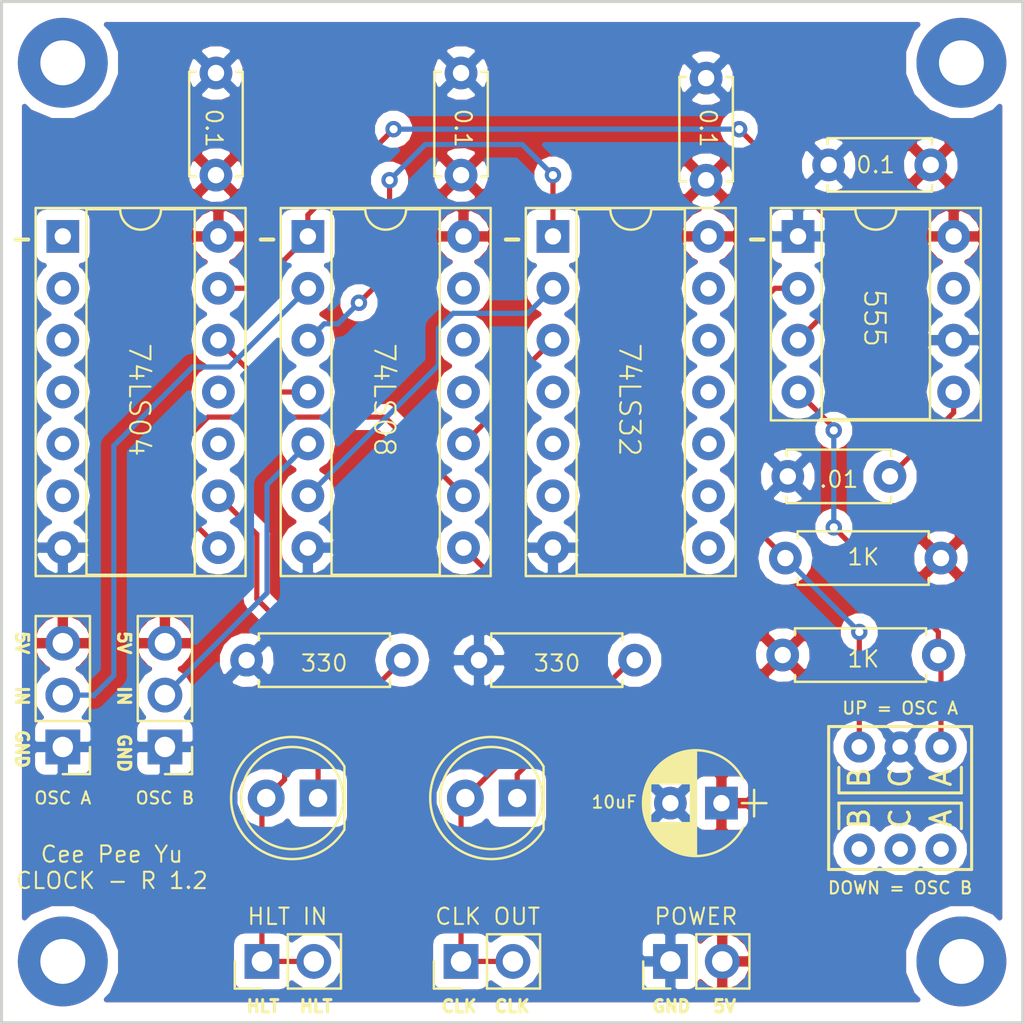
<source format=kicad_pcb>
(kicad_pcb (version 20171130) (host pcbnew "(5.0.0-3-g5ebb6b6)")

  (general
    (thickness 1.6)
    (drawings 42)
    (tracks 97)
    (zones 0)
    (modules 26)
    (nets 18)
  )

  (page A4)
  (title_block
    (title "Cee Pee Yu - Clock Controller")
    (date 2018-08-13)
    (rev 0.1)
    (company ddvmc.me)
  )

  (layers
    (0 F.Cu signal)
    (31 B.Cu signal)
    (32 B.Adhes user)
    (33 F.Adhes user)
    (34 B.Paste user)
    (35 F.Paste user)
    (36 B.SilkS user)
    (37 F.SilkS user)
    (38 B.Mask user)
    (39 F.Mask user)
    (40 Dwgs.User user)
    (41 Cmts.User user)
    (42 Eco1.User user)
    (43 Eco2.User user)
    (44 Edge.Cuts user)
    (45 Margin user)
    (46 B.CrtYd user)
    (47 F.CrtYd user)
    (48 B.Fab user)
    (49 F.Fab user hide)
  )

  (setup
    (last_trace_width 0.254)
    (trace_clearance 0.3)
    (zone_clearance 0.508)
    (zone_45_only no)
    (trace_min 0.2)
    (segment_width 0.2)
    (edge_width 0.15)
    (via_size 0.8)
    (via_drill 0.4)
    (via_min_size 0.4)
    (via_min_drill 0.3)
    (uvia_size 0.3)
    (uvia_drill 0.1)
    (uvias_allowed no)
    (uvia_min_size 0.2)
    (uvia_min_drill 0.1)
    (pcb_text_width 0.3)
    (pcb_text_size 1.5 1.5)
    (mod_edge_width 0.15)
    (mod_text_size 1 1)
    (mod_text_width 0.15)
    (pad_size 1.524 1.524)
    (pad_drill 0.762)
    (pad_to_mask_clearance 0.2)
    (aux_axis_origin 0 0)
    (visible_elements FFFFFF7F)
    (pcbplotparams
      (layerselection 0x010f0_ffffffff)
      (usegerberextensions false)
      (usegerberattributes false)
      (usegerberadvancedattributes false)
      (creategerberjobfile false)
      (excludeedgelayer true)
      (linewidth 0.100000)
      (plotframeref false)
      (viasonmask false)
      (mode 1)
      (useauxorigin false)
      (hpglpennumber 1)
      (hpglpenspeed 20)
      (hpglpendiameter 15.000000)
      (psnegative false)
      (psa4output false)
      (plotreference true)
      (plotvalue true)
      (plotinvisibletext false)
      (padsonsilk false)
      (subtractmaskfromsilk false)
      (outputformat 1)
      (mirror false)
      (drillshape 0)
      (scaleselection 1)
      (outputdirectory "./gerbers"))
  )

  (net 0 "")
  (net 1 VCC)
  (net 2 GND)
  (net 3 "Net-(C4-Pad1)")
  (net 4 "Net-(D1-Pad1)")
  (net 5 /HLT)
  (net 6 /OUT)
  (net 7 "Net-(D2-Pad1)")
  (net 8 /OSC_A)
  (net 9 /OSC_B)
  (net 10 "Net-(R3-Pad2)")
  (net 11 "Net-(R4-Pad2)")
  (net 12 /SEL)
  (net 13 "Net-(U2-Pad6)")
  (net 14 "Net-(U2-Pad10)")
  (net 15 "Net-(U2-Pad3)")
  (net 16 "Net-(U1-Pad8)")
  (net 17 "Net-(U1-Pad12)")

  (net_class Default "This is the default net class."
    (clearance 0.3)
    (trace_width 0.254)
    (via_dia 0.8)
    (via_drill 0.4)
    (uvia_dia 0.3)
    (uvia_drill 0.1)
    (add_net /HLT)
    (add_net /OSC_A)
    (add_net /OSC_B)
    (add_net /OUT)
    (add_net /SEL)
    (add_net GND)
    (add_net "Net-(C4-Pad1)")
    (add_net "Net-(D1-Pad1)")
    (add_net "Net-(D2-Pad1)")
    (add_net "Net-(R3-Pad2)")
    (add_net "Net-(R4-Pad2)")
    (add_net "Net-(U1-Pad12)")
    (add_net "Net-(U1-Pad8)")
    (add_net "Net-(U2-Pad10)")
    (add_net "Net-(U2-Pad3)")
    (add_net "Net-(U2-Pad6)")
    (add_net VCC)
  )

  (module Mounting_Holes:MountingHole_2.2mm_M2_Pad (layer F.Cu) (tedit 5B74926C) (tstamp 5B74415F)
    (at 177 93)
    (descr "Mounting Hole 2.2mm, M2")
    (tags "mounting hole 2.2mm m2")
    (attr virtual)
    (fp_text reference REF** (at 0 -3.2) (layer F.SilkS) hide
      (effects (font (size 1 1) (thickness 0.15)))
    )
    (fp_text value MountingHole_2.2mm_M2_Pad (at 0 3.2) (layer F.Fab)
      (effects (font (size 1 1) (thickness 0.15)))
    )
    (fp_circle (center 0 0) (end 2.45 0) (layer F.CrtYd) (width 0.05))
    (fp_circle (center 0 0) (end 2.2 0) (layer Cmts.User) (width 0.15))
    (fp_text user %R (at 0.3 0) (layer F.Fab)
      (effects (font (size 1 1) (thickness 0.15)))
    )
    (pad 1 thru_hole circle (at 0 0) (size 4.4 4.4) (drill 2.2) (layers *.Cu *.Mask))
  )

  (module Mounting_Holes:MountingHole_2.2mm_M2_Pad (layer F.Cu) (tedit 5B74927E) (tstamp 5B744151)
    (at 133 93)
    (descr "Mounting Hole 2.2mm, M2")
    (tags "mounting hole 2.2mm m2")
    (attr virtual)
    (fp_text reference REF** (at 0 -3.2) (layer F.SilkS) hide
      (effects (font (size 1 1) (thickness 0.15)))
    )
    (fp_text value MountingHole_2.2mm_M2_Pad (at 0 3.2) (layer F.Fab)
      (effects (font (size 1 1) (thickness 0.15)))
    )
    (fp_text user %R (at 0.3 0) (layer F.Fab)
      (effects (font (size 1 1) (thickness 0.15)))
    )
    (fp_circle (center 0 0) (end 2.2 0) (layer Cmts.User) (width 0.15))
    (fp_circle (center 0 0) (end 2.45 0) (layer F.CrtYd) (width 0.05))
    (pad 1 thru_hole circle (at 0 0) (size 4.4 4.4) (drill 2.2) (layers *.Cu *.Mask))
  )

  (module Mounting_Holes:MountingHole_2.2mm_M2_Pad (layer F.Cu) (tedit 5B749262) (tstamp 5B744143)
    (at 177 49)
    (descr "Mounting Hole 2.2mm, M2")
    (tags "mounting hole 2.2mm m2")
    (attr virtual)
    (fp_text reference REF** (at 0 -3.2) (layer F.SilkS) hide
      (effects (font (size 1 1) (thickness 0.15)))
    )
    (fp_text value MountingHole_2.2mm_M2_Pad (at 0 3.2) (layer F.Fab)
      (effects (font (size 1 1) (thickness 0.15)))
    )
    (fp_circle (center 0 0) (end 2.45 0) (layer F.CrtYd) (width 0.05))
    (fp_circle (center 0 0) (end 2.2 0) (layer Cmts.User) (width 0.15))
    (fp_text user %R (at 0.3 0) (layer F.Fab)
      (effects (font (size 1 1) (thickness 0.15)))
    )
    (pad 1 thru_hole circle (at 0 0) (size 4.4 4.4) (drill 2.2) (layers *.Cu *.Mask))
  )

  (module Capacitors_THT:C_Disc_D5.0mm_W2.5mm_P5.00mm (layer F.Cu) (tedit 5B74A4F4) (tstamp 5B7409A6)
    (at 140.5 49.5 270)
    (descr "C, Disc series, Radial, pin pitch=5.00mm, , diameter*width=5*2.5mm^2, Capacitor, http://cdn-reichelt.de/documents/datenblatt/B300/DS_KERKO_TC.pdf")
    (tags "C Disc series Radial pin pitch 5.00mm  diameter 5mm width 2.5mm Capacitor")
    (path /5B87C4D1)
    (fp_text reference C1 (at 2.5 -2.56) (layer F.SilkS) hide
      (effects (font (size 1 1) (thickness 0.15)))
    )
    (fp_text value 0.1uF (at 2.5 2.56 270) (layer F.Fab)
      (effects (font (size 1 1) (thickness 0.15)))
    )
    (fp_text user %R (at 2.5 0 270) (layer F.Fab)
      (effects (font (size 1 1) (thickness 0.15)))
    )
    (fp_line (start 6.05 -1.6) (end -1.05 -1.6) (layer F.CrtYd) (width 0.05))
    (fp_line (start 6.05 1.6) (end 6.05 -1.6) (layer F.CrtYd) (width 0.05))
    (fp_line (start -1.05 1.6) (end 6.05 1.6) (layer F.CrtYd) (width 0.05))
    (fp_line (start -1.05 -1.6) (end -1.05 1.6) (layer F.CrtYd) (width 0.05))
    (fp_line (start 5.06 0.996) (end 5.06 1.31) (layer F.SilkS) (width 0.12))
    (fp_line (start 5.06 -1.31) (end 5.06 -0.996) (layer F.SilkS) (width 0.12))
    (fp_line (start -0.06 0.996) (end -0.06 1.31) (layer F.SilkS) (width 0.12))
    (fp_line (start -0.06 -1.31) (end -0.06 -0.996) (layer F.SilkS) (width 0.12))
    (fp_line (start -0.06 1.31) (end 5.06 1.31) (layer F.SilkS) (width 0.12))
    (fp_line (start -0.06 -1.31) (end 5.06 -1.31) (layer F.SilkS) (width 0.12))
    (fp_line (start 5 -1.25) (end 0 -1.25) (layer F.Fab) (width 0.1))
    (fp_line (start 5 1.25) (end 5 -1.25) (layer F.Fab) (width 0.1))
    (fp_line (start 0 1.25) (end 5 1.25) (layer F.Fab) (width 0.1))
    (fp_line (start 0 -1.25) (end 0 1.25) (layer F.Fab) (width 0.1))
    (pad 2 thru_hole circle (at 5 0 270) (size 1.6 1.6) (drill 0.8) (layers *.Cu *.Mask)
      (net 1 VCC))
    (pad 1 thru_hole circle (at 0 0 270) (size 1.6 1.6) (drill 0.8) (layers *.Cu *.Mask)
      (net 2 GND))
    (model ${KISYS3DMOD}/Capacitors_THT.3dshapes/C_Disc_D5.0mm_W2.5mm_P5.00mm.wrl
      (at (xyz 0 0 0))
      (scale (xyz 1 1 1))
      (rotate (xyz 0 0 0))
    )
  )

  (module Capacitors_THT:C_Disc_D5.0mm_W2.5mm_P5.00mm (layer F.Cu) (tedit 5B7408C0) (tstamp 5B741E87)
    (at 152.5 49.5 270)
    (descr "C, Disc series, Radial, pin pitch=5.00mm, , diameter*width=5*2.5mm^2, Capacitor, http://cdn-reichelt.de/documents/datenblatt/B300/DS_KERKO_TC.pdf")
    (tags "C Disc series Radial pin pitch 5.00mm  diameter 5mm width 2.5mm Capacitor")
    (path /5B88404C)
    (fp_text reference C2 (at 2.5 -2.56 270) (layer F.SilkS) hide
      (effects (font (size 1 1) (thickness 0.15)))
    )
    (fp_text value 0.1uF (at 2.5 2.56 270) (layer F.Fab)
      (effects (font (size 1 1) (thickness 0.15)))
    )
    (fp_line (start 0 -1.25) (end 0 1.25) (layer F.Fab) (width 0.1))
    (fp_line (start 0 1.25) (end 5 1.25) (layer F.Fab) (width 0.1))
    (fp_line (start 5 1.25) (end 5 -1.25) (layer F.Fab) (width 0.1))
    (fp_line (start 5 -1.25) (end 0 -1.25) (layer F.Fab) (width 0.1))
    (fp_line (start -0.06 -1.31) (end 5.06 -1.31) (layer F.SilkS) (width 0.12))
    (fp_line (start -0.06 1.31) (end 5.06 1.31) (layer F.SilkS) (width 0.12))
    (fp_line (start -0.06 -1.31) (end -0.06 -0.996) (layer F.SilkS) (width 0.12))
    (fp_line (start -0.06 0.996) (end -0.06 1.31) (layer F.SilkS) (width 0.12))
    (fp_line (start 5.06 -1.31) (end 5.06 -0.996) (layer F.SilkS) (width 0.12))
    (fp_line (start 5.06 0.996) (end 5.06 1.31) (layer F.SilkS) (width 0.12))
    (fp_line (start -1.05 -1.6) (end -1.05 1.6) (layer F.CrtYd) (width 0.05))
    (fp_line (start -1.05 1.6) (end 6.05 1.6) (layer F.CrtYd) (width 0.05))
    (fp_line (start 6.05 1.6) (end 6.05 -1.6) (layer F.CrtYd) (width 0.05))
    (fp_line (start 6.05 -1.6) (end -1.05 -1.6) (layer F.CrtYd) (width 0.05))
    (fp_text user %R (at 2.5 0 270) (layer F.Fab)
      (effects (font (size 1 1) (thickness 0.15)))
    )
    (pad 1 thru_hole circle (at 0 0 270) (size 1.6 1.6) (drill 0.8) (layers *.Cu *.Mask)
      (net 2 GND))
    (pad 2 thru_hole circle (at 5 0 270) (size 1.6 1.6) (drill 0.8) (layers *.Cu *.Mask)
      (net 1 VCC))
    (model ${KISYS3DMOD}/Capacitors_THT.3dshapes/C_Disc_D5.0mm_W2.5mm_P5.00mm.wrl
      (at (xyz 0 0 0))
      (scale (xyz 1 1 1))
      (rotate (xyz 0 0 0))
    )
  )

  (module Capacitors_THT:C_Disc_D5.0mm_W2.5mm_P5.00mm (layer F.Cu) (tedit 5B7408C7) (tstamp 5B7409D0)
    (at 170.5 54)
    (descr "C, Disc series, Radial, pin pitch=5.00mm, , diameter*width=5*2.5mm^2, Capacitor, http://cdn-reichelt.de/documents/datenblatt/B300/DS_KERKO_TC.pdf")
    (tags "C Disc series Radial pin pitch 5.00mm  diameter 5mm width 2.5mm Capacitor")
    (path /5B88866C)
    (fp_text reference C3 (at 2.5 -2.56) (layer F.SilkS) hide
      (effects (font (size 1 1) (thickness 0.15)))
    )
    (fp_text value 0.1uF (at 2.5 2.56) (layer F.Fab)
      (effects (font (size 1 1) (thickness 0.15)))
    )
    (fp_text user %R (at 2.5 0) (layer F.Fab)
      (effects (font (size 1 1) (thickness 0.15)))
    )
    (fp_line (start 6.05 -1.6) (end -1.05 -1.6) (layer F.CrtYd) (width 0.05))
    (fp_line (start 6.05 1.6) (end 6.05 -1.6) (layer F.CrtYd) (width 0.05))
    (fp_line (start -1.05 1.6) (end 6.05 1.6) (layer F.CrtYd) (width 0.05))
    (fp_line (start -1.05 -1.6) (end -1.05 1.6) (layer F.CrtYd) (width 0.05))
    (fp_line (start 5.06 0.996) (end 5.06 1.31) (layer F.SilkS) (width 0.12))
    (fp_line (start 5.06 -1.31) (end 5.06 -0.996) (layer F.SilkS) (width 0.12))
    (fp_line (start -0.06 0.996) (end -0.06 1.31) (layer F.SilkS) (width 0.12))
    (fp_line (start -0.06 -1.31) (end -0.06 -0.996) (layer F.SilkS) (width 0.12))
    (fp_line (start -0.06 1.31) (end 5.06 1.31) (layer F.SilkS) (width 0.12))
    (fp_line (start -0.06 -1.31) (end 5.06 -1.31) (layer F.SilkS) (width 0.12))
    (fp_line (start 5 -1.25) (end 0 -1.25) (layer F.Fab) (width 0.1))
    (fp_line (start 5 1.25) (end 5 -1.25) (layer F.Fab) (width 0.1))
    (fp_line (start 0 1.25) (end 5 1.25) (layer F.Fab) (width 0.1))
    (fp_line (start 0 -1.25) (end 0 1.25) (layer F.Fab) (width 0.1))
    (pad 2 thru_hole circle (at 5 0) (size 1.6 1.6) (drill 0.8) (layers *.Cu *.Mask)
      (net 1 VCC))
    (pad 1 thru_hole circle (at 0 0) (size 1.6 1.6) (drill 0.8) (layers *.Cu *.Mask)
      (net 2 GND))
    (model ${KISYS3DMOD}/Capacitors_THT.3dshapes/C_Disc_D5.0mm_W2.5mm_P5.00mm.wrl
      (at (xyz 0 0 0))
      (scale (xyz 1 1 1))
      (rotate (xyz 0 0 0))
    )
  )

  (module Capacitors_THT:C_Disc_D5.0mm_W2.5mm_P5.00mm (layer F.Cu) (tedit 5B749D24) (tstamp 5B749AA7)
    (at 173.5 69.25 180)
    (descr "C, Disc series, Radial, pin pitch=5.00mm, , diameter*width=5*2.5mm^2, Capacitor, http://cdn-reichelt.de/documents/datenblatt/B300/DS_KERKO_TC.pdf")
    (tags "C Disc series Radial pin pitch 5.00mm  diameter 5mm width 2.5mm Capacitor")
    (path /5B70A04B)
    (fp_text reference C4 (at 2.5 -2.56 180) (layer F.SilkS) hide
      (effects (font (size 1 1) (thickness 0.15)))
    )
    (fp_text value 0.01uF (at 2.5 2.56 180) (layer F.Fab)
      (effects (font (size 1 1) (thickness 0.15)))
    )
    (fp_text user %R (at 2.5 0 180) (layer F.Fab)
      (effects (font (size 1 1) (thickness 0.15)))
    )
    (fp_line (start 6.05 -1.6) (end -1.05 -1.6) (layer F.CrtYd) (width 0.05))
    (fp_line (start 6.05 1.6) (end 6.05 -1.6) (layer F.CrtYd) (width 0.05))
    (fp_line (start -1.05 1.6) (end 6.05 1.6) (layer F.CrtYd) (width 0.05))
    (fp_line (start -1.05 -1.6) (end -1.05 1.6) (layer F.CrtYd) (width 0.05))
    (fp_line (start 5.06 0.996) (end 5.06 1.31) (layer F.SilkS) (width 0.12))
    (fp_line (start 5.06 -1.31) (end 5.06 -0.996) (layer F.SilkS) (width 0.12))
    (fp_line (start -0.06 0.996) (end -0.06 1.31) (layer F.SilkS) (width 0.12))
    (fp_line (start -0.06 -1.31) (end -0.06 -0.996) (layer F.SilkS) (width 0.12))
    (fp_line (start -0.06 1.31) (end 5.06 1.31) (layer F.SilkS) (width 0.12))
    (fp_line (start -0.06 -1.31) (end 5.06 -1.31) (layer F.SilkS) (width 0.12))
    (fp_line (start 5 -1.25) (end 0 -1.25) (layer F.Fab) (width 0.1))
    (fp_line (start 5 1.25) (end 5 -1.25) (layer F.Fab) (width 0.1))
    (fp_line (start 0 1.25) (end 5 1.25) (layer F.Fab) (width 0.1))
    (fp_line (start 0 -1.25) (end 0 1.25) (layer F.Fab) (width 0.1))
    (pad 2 thru_hole circle (at 5 0 180) (size 1.6 1.6) (drill 0.8) (layers *.Cu *.Mask)
      (net 2 GND))
    (pad 1 thru_hole circle (at 0 0 180) (size 1.6 1.6) (drill 0.8) (layers *.Cu *.Mask)
      (net 3 "Net-(C4-Pad1)"))
    (model ${KISYS3DMOD}/Capacitors_THT.3dshapes/C_Disc_D5.0mm_W2.5mm_P5.00mm.wrl
      (at (xyz 0 0 0))
      (scale (xyz 1 1 1))
      (rotate (xyz 0 0 0))
    )
  )

  (module Capacitors_THT:CP_Radial_D5.0mm_P2.50mm (layer F.Cu) (tedit 5B740958) (tstamp 5B74998B)
    (at 165.25 85.25 180)
    (descr "CP, Radial series, Radial, pin pitch=2.50mm, , diameter=5mm, Electrolytic Capacitor")
    (tags "CP Radial series Radial pin pitch 2.50mm  diameter 5mm Electrolytic Capacitor")
    (path /5B74D32D)
    (fp_text reference C5 (at 1.25 -3.81 180) (layer F.SilkS) hide
      (effects (font (size 1 1) (thickness 0.15)))
    )
    (fp_text value 10uF (at 1.25 3.81 180) (layer F.Fab)
      (effects (font (size 1 1) (thickness 0.15)))
    )
    (fp_text user %R (at 1.25 0 180) (layer F.Fab)
      (effects (font (size 1 1) (thickness 0.15)))
    )
    (fp_line (start 4.1 -2.85) (end -1.6 -2.85) (layer F.CrtYd) (width 0.05))
    (fp_line (start 4.1 2.85) (end 4.1 -2.85) (layer F.CrtYd) (width 0.05))
    (fp_line (start -1.6 2.85) (end 4.1 2.85) (layer F.CrtYd) (width 0.05))
    (fp_line (start -1.6 -2.85) (end -1.6 2.85) (layer F.CrtYd) (width 0.05))
    (fp_line (start -1.6 -0.65) (end -1.6 0.65) (layer F.SilkS) (width 0.12))
    (fp_line (start -2.2 0) (end -1 0) (layer F.SilkS) (width 0.12))
    (fp_line (start 3.811 -0.354) (end 3.811 0.354) (layer F.SilkS) (width 0.12))
    (fp_line (start 3.771 -0.559) (end 3.771 0.559) (layer F.SilkS) (width 0.12))
    (fp_line (start 3.731 -0.707) (end 3.731 0.707) (layer F.SilkS) (width 0.12))
    (fp_line (start 3.691 -0.829) (end 3.691 0.829) (layer F.SilkS) (width 0.12))
    (fp_line (start 3.651 -0.934) (end 3.651 0.934) (layer F.SilkS) (width 0.12))
    (fp_line (start 3.611 -1.028) (end 3.611 1.028) (layer F.SilkS) (width 0.12))
    (fp_line (start 3.571 -1.112) (end 3.571 1.112) (layer F.SilkS) (width 0.12))
    (fp_line (start 3.531 -1.189) (end 3.531 1.189) (layer F.SilkS) (width 0.12))
    (fp_line (start 3.491 -1.261) (end 3.491 1.261) (layer F.SilkS) (width 0.12))
    (fp_line (start 3.451 0.98) (end 3.451 1.327) (layer F.SilkS) (width 0.12))
    (fp_line (start 3.451 -1.327) (end 3.451 -0.98) (layer F.SilkS) (width 0.12))
    (fp_line (start 3.411 0.98) (end 3.411 1.39) (layer F.SilkS) (width 0.12))
    (fp_line (start 3.411 -1.39) (end 3.411 -0.98) (layer F.SilkS) (width 0.12))
    (fp_line (start 3.371 0.98) (end 3.371 1.448) (layer F.SilkS) (width 0.12))
    (fp_line (start 3.371 -1.448) (end 3.371 -0.98) (layer F.SilkS) (width 0.12))
    (fp_line (start 3.331 0.98) (end 3.331 1.504) (layer F.SilkS) (width 0.12))
    (fp_line (start 3.331 -1.504) (end 3.331 -0.98) (layer F.SilkS) (width 0.12))
    (fp_line (start 3.291 0.98) (end 3.291 1.556) (layer F.SilkS) (width 0.12))
    (fp_line (start 3.291 -1.556) (end 3.291 -0.98) (layer F.SilkS) (width 0.12))
    (fp_line (start 3.251 0.98) (end 3.251 1.606) (layer F.SilkS) (width 0.12))
    (fp_line (start 3.251 -1.606) (end 3.251 -0.98) (layer F.SilkS) (width 0.12))
    (fp_line (start 3.211 0.98) (end 3.211 1.654) (layer F.SilkS) (width 0.12))
    (fp_line (start 3.211 -1.654) (end 3.211 -0.98) (layer F.SilkS) (width 0.12))
    (fp_line (start 3.171 0.98) (end 3.171 1.699) (layer F.SilkS) (width 0.12))
    (fp_line (start 3.171 -1.699) (end 3.171 -0.98) (layer F.SilkS) (width 0.12))
    (fp_line (start 3.131 0.98) (end 3.131 1.742) (layer F.SilkS) (width 0.12))
    (fp_line (start 3.131 -1.742) (end 3.131 -0.98) (layer F.SilkS) (width 0.12))
    (fp_line (start 3.091 0.98) (end 3.091 1.783) (layer F.SilkS) (width 0.12))
    (fp_line (start 3.091 -1.783) (end 3.091 -0.98) (layer F.SilkS) (width 0.12))
    (fp_line (start 3.051 0.98) (end 3.051 1.823) (layer F.SilkS) (width 0.12))
    (fp_line (start 3.051 -1.823) (end 3.051 -0.98) (layer F.SilkS) (width 0.12))
    (fp_line (start 3.011 0.98) (end 3.011 1.861) (layer F.SilkS) (width 0.12))
    (fp_line (start 3.011 -1.861) (end 3.011 -0.98) (layer F.SilkS) (width 0.12))
    (fp_line (start 2.971 0.98) (end 2.971 1.897) (layer F.SilkS) (width 0.12))
    (fp_line (start 2.971 -1.897) (end 2.971 -0.98) (layer F.SilkS) (width 0.12))
    (fp_line (start 2.931 0.98) (end 2.931 1.932) (layer F.SilkS) (width 0.12))
    (fp_line (start 2.931 -1.932) (end 2.931 -0.98) (layer F.SilkS) (width 0.12))
    (fp_line (start 2.891 0.98) (end 2.891 1.965) (layer F.SilkS) (width 0.12))
    (fp_line (start 2.891 -1.965) (end 2.891 -0.98) (layer F.SilkS) (width 0.12))
    (fp_line (start 2.851 0.98) (end 2.851 1.997) (layer F.SilkS) (width 0.12))
    (fp_line (start 2.851 -1.997) (end 2.851 -0.98) (layer F.SilkS) (width 0.12))
    (fp_line (start 2.811 0.98) (end 2.811 2.028) (layer F.SilkS) (width 0.12))
    (fp_line (start 2.811 -2.028) (end 2.811 -0.98) (layer F.SilkS) (width 0.12))
    (fp_line (start 2.771 0.98) (end 2.771 2.058) (layer F.SilkS) (width 0.12))
    (fp_line (start 2.771 -2.058) (end 2.771 -0.98) (layer F.SilkS) (width 0.12))
    (fp_line (start 2.731 0.98) (end 2.731 2.086) (layer F.SilkS) (width 0.12))
    (fp_line (start 2.731 -2.086) (end 2.731 -0.98) (layer F.SilkS) (width 0.12))
    (fp_line (start 2.691 0.98) (end 2.691 2.113) (layer F.SilkS) (width 0.12))
    (fp_line (start 2.691 -2.113) (end 2.691 -0.98) (layer F.SilkS) (width 0.12))
    (fp_line (start 2.651 0.98) (end 2.651 2.14) (layer F.SilkS) (width 0.12))
    (fp_line (start 2.651 -2.14) (end 2.651 -0.98) (layer F.SilkS) (width 0.12))
    (fp_line (start 2.611 0.98) (end 2.611 2.165) (layer F.SilkS) (width 0.12))
    (fp_line (start 2.611 -2.165) (end 2.611 -0.98) (layer F.SilkS) (width 0.12))
    (fp_line (start 2.571 0.98) (end 2.571 2.189) (layer F.SilkS) (width 0.12))
    (fp_line (start 2.571 -2.189) (end 2.571 -0.98) (layer F.SilkS) (width 0.12))
    (fp_line (start 2.531 0.98) (end 2.531 2.212) (layer F.SilkS) (width 0.12))
    (fp_line (start 2.531 -2.212) (end 2.531 -0.98) (layer F.SilkS) (width 0.12))
    (fp_line (start 2.491 0.98) (end 2.491 2.234) (layer F.SilkS) (width 0.12))
    (fp_line (start 2.491 -2.234) (end 2.491 -0.98) (layer F.SilkS) (width 0.12))
    (fp_line (start 2.451 0.98) (end 2.451 2.256) (layer F.SilkS) (width 0.12))
    (fp_line (start 2.451 -2.256) (end 2.451 -0.98) (layer F.SilkS) (width 0.12))
    (fp_line (start 2.411 0.98) (end 2.411 2.276) (layer F.SilkS) (width 0.12))
    (fp_line (start 2.411 -2.276) (end 2.411 -0.98) (layer F.SilkS) (width 0.12))
    (fp_line (start 2.371 0.98) (end 2.371 2.296) (layer F.SilkS) (width 0.12))
    (fp_line (start 2.371 -2.296) (end 2.371 -0.98) (layer F.SilkS) (width 0.12))
    (fp_line (start 2.331 0.98) (end 2.331 2.315) (layer F.SilkS) (width 0.12))
    (fp_line (start 2.331 -2.315) (end 2.331 -0.98) (layer F.SilkS) (width 0.12))
    (fp_line (start 2.291 0.98) (end 2.291 2.333) (layer F.SilkS) (width 0.12))
    (fp_line (start 2.291 -2.333) (end 2.291 -0.98) (layer F.SilkS) (width 0.12))
    (fp_line (start 2.251 0.98) (end 2.251 2.35) (layer F.SilkS) (width 0.12))
    (fp_line (start 2.251 -2.35) (end 2.251 -0.98) (layer F.SilkS) (width 0.12))
    (fp_line (start 2.211 0.98) (end 2.211 2.366) (layer F.SilkS) (width 0.12))
    (fp_line (start 2.211 -2.366) (end 2.211 -0.98) (layer F.SilkS) (width 0.12))
    (fp_line (start 2.171 0.98) (end 2.171 2.382) (layer F.SilkS) (width 0.12))
    (fp_line (start 2.171 -2.382) (end 2.171 -0.98) (layer F.SilkS) (width 0.12))
    (fp_line (start 2.131 0.98) (end 2.131 2.396) (layer F.SilkS) (width 0.12))
    (fp_line (start 2.131 -2.396) (end 2.131 -0.98) (layer F.SilkS) (width 0.12))
    (fp_line (start 2.091 0.98) (end 2.091 2.41) (layer F.SilkS) (width 0.12))
    (fp_line (start 2.091 -2.41) (end 2.091 -0.98) (layer F.SilkS) (width 0.12))
    (fp_line (start 2.051 0.98) (end 2.051 2.424) (layer F.SilkS) (width 0.12))
    (fp_line (start 2.051 -2.424) (end 2.051 -0.98) (layer F.SilkS) (width 0.12))
    (fp_line (start 2.011 0.98) (end 2.011 2.436) (layer F.SilkS) (width 0.12))
    (fp_line (start 2.011 -2.436) (end 2.011 -0.98) (layer F.SilkS) (width 0.12))
    (fp_line (start 1.971 0.98) (end 1.971 2.448) (layer F.SilkS) (width 0.12))
    (fp_line (start 1.971 -2.448) (end 1.971 -0.98) (layer F.SilkS) (width 0.12))
    (fp_line (start 1.93 0.98) (end 1.93 2.46) (layer F.SilkS) (width 0.12))
    (fp_line (start 1.93 -2.46) (end 1.93 -0.98) (layer F.SilkS) (width 0.12))
    (fp_line (start 1.89 0.98) (end 1.89 2.47) (layer F.SilkS) (width 0.12))
    (fp_line (start 1.89 -2.47) (end 1.89 -0.98) (layer F.SilkS) (width 0.12))
    (fp_line (start 1.85 0.98) (end 1.85 2.48) (layer F.SilkS) (width 0.12))
    (fp_line (start 1.85 -2.48) (end 1.85 -0.98) (layer F.SilkS) (width 0.12))
    (fp_line (start 1.81 0.98) (end 1.81 2.489) (layer F.SilkS) (width 0.12))
    (fp_line (start 1.81 -2.489) (end 1.81 -0.98) (layer F.SilkS) (width 0.12))
    (fp_line (start 1.77 0.98) (end 1.77 2.498) (layer F.SilkS) (width 0.12))
    (fp_line (start 1.77 -2.498) (end 1.77 -0.98) (layer F.SilkS) (width 0.12))
    (fp_line (start 1.73 0.98) (end 1.73 2.506) (layer F.SilkS) (width 0.12))
    (fp_line (start 1.73 -2.506) (end 1.73 -0.98) (layer F.SilkS) (width 0.12))
    (fp_line (start 1.69 0.98) (end 1.69 2.513) (layer F.SilkS) (width 0.12))
    (fp_line (start 1.69 -2.513) (end 1.69 -0.98) (layer F.SilkS) (width 0.12))
    (fp_line (start 1.65 0.98) (end 1.65 2.519) (layer F.SilkS) (width 0.12))
    (fp_line (start 1.65 -2.519) (end 1.65 -0.98) (layer F.SilkS) (width 0.12))
    (fp_line (start 1.61 0.98) (end 1.61 2.525) (layer F.SilkS) (width 0.12))
    (fp_line (start 1.61 -2.525) (end 1.61 -0.98) (layer F.SilkS) (width 0.12))
    (fp_line (start 1.57 0.98) (end 1.57 2.531) (layer F.SilkS) (width 0.12))
    (fp_line (start 1.57 -2.531) (end 1.57 -0.98) (layer F.SilkS) (width 0.12))
    (fp_line (start 1.53 0.98) (end 1.53 2.535) (layer F.SilkS) (width 0.12))
    (fp_line (start 1.53 -2.535) (end 1.53 -0.98) (layer F.SilkS) (width 0.12))
    (fp_line (start 1.49 -2.539) (end 1.49 2.539) (layer F.SilkS) (width 0.12))
    (fp_line (start 1.45 -2.543) (end 1.45 2.543) (layer F.SilkS) (width 0.12))
    (fp_line (start 1.41 -2.546) (end 1.41 2.546) (layer F.SilkS) (width 0.12))
    (fp_line (start 1.37 -2.548) (end 1.37 2.548) (layer F.SilkS) (width 0.12))
    (fp_line (start 1.33 -2.549) (end 1.33 2.549) (layer F.SilkS) (width 0.12))
    (fp_line (start 1.29 -2.55) (end 1.29 2.55) (layer F.SilkS) (width 0.12))
    (fp_line (start 1.25 -2.55) (end 1.25 2.55) (layer F.SilkS) (width 0.12))
    (fp_line (start -1.6 -0.65) (end -1.6 0.65) (layer F.Fab) (width 0.1))
    (fp_line (start -2.2 0) (end -1 0) (layer F.Fab) (width 0.1))
    (fp_circle (center 1.25 0) (end 3.75 0) (layer F.Fab) (width 0.1))
    (fp_arc (start 1.25 0) (end 3.55558 -1.18) (angle 54.2) (layer F.SilkS) (width 0.12))
    (fp_arc (start 1.25 0) (end -1.05558 1.18) (angle -125.8) (layer F.SilkS) (width 0.12))
    (fp_arc (start 1.25 0) (end -1.05558 -1.18) (angle 125.8) (layer F.SilkS) (width 0.12))
    (pad 2 thru_hole circle (at 2.5 0 180) (size 1.6 1.6) (drill 0.8) (layers *.Cu *.Mask)
      (net 2 GND))
    (pad 1 thru_hole rect (at 0 0 180) (size 1.6 1.6) (drill 0.8) (layers *.Cu *.Mask)
      (net 1 VCC))
    (model ${KISYS3DMOD}/Capacitors_THT.3dshapes/CP_Radial_D5.0mm_P2.50mm.wrl
      (at (xyz 0 0 0))
      (scale (xyz 1 1 1))
      (rotate (xyz 0 0 0))
    )
  )

  (module Capacitors_THT:C_Disc_D5.0mm_W2.5mm_P5.00mm (layer F.Cu) (tedit 5B7408E1) (tstamp 5B7498DF)
    (at 164.5 54.75 90)
    (descr "C, Disc series, Radial, pin pitch=5.00mm, , diameter*width=5*2.5mm^2, Capacitor, http://cdn-reichelt.de/documents/datenblatt/B300/DS_KERKO_TC.pdf")
    (tags "C Disc series Radial pin pitch 5.00mm  diameter 5mm width 2.5mm Capacitor")
    (path /5B77D6B1)
    (fp_text reference C6 (at 2.5 -2.56 90) (layer F.SilkS) hide
      (effects (font (size 1 1) (thickness 0.15)))
    )
    (fp_text value 0.1uF (at 2.5 2.56 90) (layer F.Fab)
      (effects (font (size 1 1) (thickness 0.15)))
    )
    (fp_line (start 0 -1.25) (end 0 1.25) (layer F.Fab) (width 0.1))
    (fp_line (start 0 1.25) (end 5 1.25) (layer F.Fab) (width 0.1))
    (fp_line (start 5 1.25) (end 5 -1.25) (layer F.Fab) (width 0.1))
    (fp_line (start 5 -1.25) (end 0 -1.25) (layer F.Fab) (width 0.1))
    (fp_line (start -0.06 -1.31) (end 5.06 -1.31) (layer F.SilkS) (width 0.12))
    (fp_line (start -0.06 1.31) (end 5.06 1.31) (layer F.SilkS) (width 0.12))
    (fp_line (start -0.06 -1.31) (end -0.06 -0.996) (layer F.SilkS) (width 0.12))
    (fp_line (start -0.06 0.996) (end -0.06 1.31) (layer F.SilkS) (width 0.12))
    (fp_line (start 5.06 -1.31) (end 5.06 -0.996) (layer F.SilkS) (width 0.12))
    (fp_line (start 5.06 0.996) (end 5.06 1.31) (layer F.SilkS) (width 0.12))
    (fp_line (start -1.05 -1.6) (end -1.05 1.6) (layer F.CrtYd) (width 0.05))
    (fp_line (start -1.05 1.6) (end 6.05 1.6) (layer F.CrtYd) (width 0.05))
    (fp_line (start 6.05 1.6) (end 6.05 -1.6) (layer F.CrtYd) (width 0.05))
    (fp_line (start 6.05 -1.6) (end -1.05 -1.6) (layer F.CrtYd) (width 0.05))
    (fp_text user %R (at 2.5 0 90) (layer F.Fab)
      (effects (font (size 1 1) (thickness 0.15)))
    )
    (pad 1 thru_hole circle (at 0 0 90) (size 1.6 1.6) (drill 0.8) (layers *.Cu *.Mask)
      (net 1 VCC))
    (pad 2 thru_hole circle (at 5 0 90) (size 1.6 1.6) (drill 0.8) (layers *.Cu *.Mask)
      (net 2 GND))
    (model ${KISYS3DMOD}/Capacitors_THT.3dshapes/C_Disc_D5.0mm_W2.5mm_P5.00mm.wrl
      (at (xyz 0 0 0))
      (scale (xyz 1 1 1))
      (rotate (xyz 0 0 0))
    )
  )

  (module LEDs:LED_D5.0mm (layer F.Cu) (tedit 5B7409B4) (tstamp 5B74A78F)
    (at 145.5 85 180)
    (descr "LED, diameter 5.0mm, 2 pins, http://cdn-reichelt.de/documents/datenblatt/A500/LL-504BC2E-009.pdf")
    (tags "LED diameter 5.0mm 2 pins")
    (path /5B850BE8)
    (fp_text reference D1 (at 1.27 -3.96 180) (layer F.SilkS) hide
      (effects (font (size 1 1) (thickness 0.15)))
    )
    (fp_text value LED (at 1.27 3.96 180) (layer F.Fab)
      (effects (font (size 1 1) (thickness 0.15)))
    )
    (fp_arc (start 1.27 0) (end -1.23 -1.469694) (angle 299.1) (layer F.Fab) (width 0.1))
    (fp_arc (start 1.27 0) (end -1.29 -1.54483) (angle 148.9) (layer F.SilkS) (width 0.12))
    (fp_arc (start 1.27 0) (end -1.29 1.54483) (angle -148.9) (layer F.SilkS) (width 0.12))
    (fp_circle (center 1.27 0) (end 3.77 0) (layer F.Fab) (width 0.1))
    (fp_circle (center 1.27 0) (end 3.77 0) (layer F.SilkS) (width 0.12))
    (fp_line (start -1.23 -1.469694) (end -1.23 1.469694) (layer F.Fab) (width 0.1))
    (fp_line (start -1.29 -1.545) (end -1.29 1.545) (layer F.SilkS) (width 0.12))
    (fp_line (start -1.95 -3.25) (end -1.95 3.25) (layer F.CrtYd) (width 0.05))
    (fp_line (start -1.95 3.25) (end 4.5 3.25) (layer F.CrtYd) (width 0.05))
    (fp_line (start 4.5 3.25) (end 4.5 -3.25) (layer F.CrtYd) (width 0.05))
    (fp_line (start 4.5 -3.25) (end -1.95 -3.25) (layer F.CrtYd) (width 0.05))
    (fp_text user %R (at 1.25 0 180) (layer F.Fab)
      (effects (font (size 0.8 0.8) (thickness 0.2)))
    )
    (pad 1 thru_hole rect (at 0 0 180) (size 1.8 1.8) (drill 0.9) (layers *.Cu *.Mask)
      (net 4 "Net-(D1-Pad1)"))
    (pad 2 thru_hole circle (at 2.54 0 180) (size 1.8 1.8) (drill 0.9) (layers *.Cu *.Mask)
      (net 5 /HLT))
    (model ${KISYS3DMOD}/LEDs.3dshapes/LED_D5.0mm.wrl
      (at (xyz 0 0 0))
      (scale (xyz 0.393701 0.393701 0.393701))
      (rotate (xyz 0 0 0))
    )
  )

  (module LEDs:LED_D5.0mm (layer F.Cu) (tedit 5B7409C6) (tstamp 5B749E85)
    (at 155.25 85 180)
    (descr "LED, diameter 5.0mm, 2 pins, http://cdn-reichelt.de/documents/datenblatt/A500/LL-504BC2E-009.pdf")
    (tags "LED diameter 5.0mm 2 pins")
    (path /5B733D56)
    (fp_text reference D2 (at 1.27 -3.96 180) (layer F.SilkS) hide
      (effects (font (size 1 1) (thickness 0.15)))
    )
    (fp_text value LED (at 1.27 3.96 180) (layer F.Fab)
      (effects (font (size 1 1) (thickness 0.15)))
    )
    (fp_text user %R (at 1.25 0 180) (layer F.Fab)
      (effects (font (size 0.8 0.8) (thickness 0.2)))
    )
    (fp_line (start 4.5 -3.25) (end -1.95 -3.25) (layer F.CrtYd) (width 0.05))
    (fp_line (start 4.5 3.25) (end 4.5 -3.25) (layer F.CrtYd) (width 0.05))
    (fp_line (start -1.95 3.25) (end 4.5 3.25) (layer F.CrtYd) (width 0.05))
    (fp_line (start -1.95 -3.25) (end -1.95 3.25) (layer F.CrtYd) (width 0.05))
    (fp_line (start -1.29 -1.545) (end -1.29 1.545) (layer F.SilkS) (width 0.12))
    (fp_line (start -1.23 -1.469694) (end -1.23 1.469694) (layer F.Fab) (width 0.1))
    (fp_circle (center 1.27 0) (end 3.77 0) (layer F.SilkS) (width 0.12))
    (fp_circle (center 1.27 0) (end 3.77 0) (layer F.Fab) (width 0.1))
    (fp_arc (start 1.27 0) (end -1.29 1.54483) (angle -148.9) (layer F.SilkS) (width 0.12))
    (fp_arc (start 1.27 0) (end -1.29 -1.54483) (angle 148.9) (layer F.SilkS) (width 0.12))
    (fp_arc (start 1.27 0) (end -1.23 -1.469694) (angle 299.1) (layer F.Fab) (width 0.1))
    (pad 2 thru_hole circle (at 2.54 0 180) (size 1.8 1.8) (drill 0.9) (layers *.Cu *.Mask)
      (net 6 /OUT))
    (pad 1 thru_hole rect (at 0 0 180) (size 1.8 1.8) (drill 0.9) (layers *.Cu *.Mask)
      (net 7 "Net-(D2-Pad1)"))
    (model ${KISYS3DMOD}/LEDs.3dshapes/LED_D5.0mm.wrl
      (at (xyz 0 0 0))
      (scale (xyz 0.393701 0.393701 0.393701))
      (rotate (xyz 0 0 0))
    )
  )

  (module Socket_Strips:Socket_Strip_Straight_1x02_Pitch2.54mm (layer F.Cu) (tedit 5B749D41) (tstamp 5B74A756)
    (at 142.75 93 90)
    (descr "Through hole straight socket strip, 1x02, 2.54mm pitch, single row")
    (tags "Through hole socket strip THT 1x02 2.54mm single row")
    (path /5B850BF7)
    (fp_text reference J1 (at 0 -2.33 90) (layer F.SilkS) hide
      (effects (font (size 1 1) (thickness 0.15)))
    )
    (fp_text value "HLT IN" (at 0 4.87 90) (layer F.Fab)
      (effects (font (size 1 1) (thickness 0.15)))
    )
    (fp_text user %R (at 0 -2.33 90) (layer F.Fab)
      (effects (font (size 1 1) (thickness 0.15)))
    )
    (fp_line (start 1.8 -1.8) (end -1.8 -1.8) (layer F.CrtYd) (width 0.05))
    (fp_line (start 1.8 4.35) (end 1.8 -1.8) (layer F.CrtYd) (width 0.05))
    (fp_line (start -1.8 4.35) (end 1.8 4.35) (layer F.CrtYd) (width 0.05))
    (fp_line (start -1.8 -1.8) (end -1.8 4.35) (layer F.CrtYd) (width 0.05))
    (fp_line (start -1.33 -1.33) (end 0 -1.33) (layer F.SilkS) (width 0.12))
    (fp_line (start -1.33 0) (end -1.33 -1.33) (layer F.SilkS) (width 0.12))
    (fp_line (start 1.33 1.27) (end -1.33 1.27) (layer F.SilkS) (width 0.12))
    (fp_line (start 1.33 3.87) (end 1.33 1.27) (layer F.SilkS) (width 0.12))
    (fp_line (start -1.33 3.87) (end 1.33 3.87) (layer F.SilkS) (width 0.12))
    (fp_line (start -1.33 1.27) (end -1.33 3.87) (layer F.SilkS) (width 0.12))
    (fp_line (start 1.27 -1.27) (end -1.27 -1.27) (layer F.Fab) (width 0.1))
    (fp_line (start 1.27 3.81) (end 1.27 -1.27) (layer F.Fab) (width 0.1))
    (fp_line (start -1.27 3.81) (end 1.27 3.81) (layer F.Fab) (width 0.1))
    (fp_line (start -1.27 -1.27) (end -1.27 3.81) (layer F.Fab) (width 0.1))
    (pad 2 thru_hole oval (at 0 2.54 90) (size 1.7 1.7) (drill 1) (layers *.Cu *.Mask)
      (net 5 /HLT))
    (pad 1 thru_hole rect (at 0 0 90) (size 1.7 1.7) (drill 1) (layers *.Cu *.Mask)
      (net 5 /HLT))
    (model ${KISYS3DMOD}/Socket_Strips.3dshapes/Socket_Strip_Straight_1x02_Pitch2.54mm.wrl
      (offset (xyz 0 -1.269999980926514 0))
      (scale (xyz 1 1 1))
      (rotate (xyz 0 0 270))
    )
  )

  (module Socket_Strips:Socket_Strip_Straight_1x02_Pitch2.54mm (layer F.Cu) (tedit 5B749D49) (tstamp 5B740ACD)
    (at 152.5 93 90)
    (descr "Through hole straight socket strip, 1x02, 2.54mm pitch, single row")
    (tags "Through hole socket strip THT 1x02 2.54mm single row")
    (path /5B82AA04)
    (fp_text reference J2 (at 0 -2.33 90) (layer F.SilkS) hide
      (effects (font (size 1 1) (thickness 0.15)))
    )
    (fp_text value "CLK OUT" (at 0 4.87 90) (layer F.Fab)
      (effects (font (size 1 1) (thickness 0.15)))
    )
    (fp_line (start -1.27 -1.27) (end -1.27 3.81) (layer F.Fab) (width 0.1))
    (fp_line (start -1.27 3.81) (end 1.27 3.81) (layer F.Fab) (width 0.1))
    (fp_line (start 1.27 3.81) (end 1.27 -1.27) (layer F.Fab) (width 0.1))
    (fp_line (start 1.27 -1.27) (end -1.27 -1.27) (layer F.Fab) (width 0.1))
    (fp_line (start -1.33 1.27) (end -1.33 3.87) (layer F.SilkS) (width 0.12))
    (fp_line (start -1.33 3.87) (end 1.33 3.87) (layer F.SilkS) (width 0.12))
    (fp_line (start 1.33 3.87) (end 1.33 1.27) (layer F.SilkS) (width 0.12))
    (fp_line (start 1.33 1.27) (end -1.33 1.27) (layer F.SilkS) (width 0.12))
    (fp_line (start -1.33 0) (end -1.33 -1.33) (layer F.SilkS) (width 0.12))
    (fp_line (start -1.33 -1.33) (end 0 -1.33) (layer F.SilkS) (width 0.12))
    (fp_line (start -1.8 -1.8) (end -1.8 4.35) (layer F.CrtYd) (width 0.05))
    (fp_line (start -1.8 4.35) (end 1.8 4.35) (layer F.CrtYd) (width 0.05))
    (fp_line (start 1.8 4.35) (end 1.8 -1.8) (layer F.CrtYd) (width 0.05))
    (fp_line (start 1.8 -1.8) (end -1.8 -1.8) (layer F.CrtYd) (width 0.05))
    (fp_text user %R (at 0 -2.33 90) (layer F.Fab)
      (effects (font (size 1 1) (thickness 0.15)))
    )
    (pad 1 thru_hole rect (at 0 0 90) (size 1.7 1.7) (drill 1) (layers *.Cu *.Mask)
      (net 6 /OUT))
    (pad 2 thru_hole oval (at 0 2.54 90) (size 1.7 1.7) (drill 1) (layers *.Cu *.Mask)
      (net 6 /OUT))
    (model ${KISYS3DMOD}/Socket_Strips.3dshapes/Socket_Strip_Straight_1x02_Pitch2.54mm.wrl
      (offset (xyz 0 -1.269999980926514 0))
      (scale (xyz 1 1 1))
      (rotate (xyz 0 0 270))
    )
  )

  (module Socket_Strips:Socket_Strip_Straight_1x02_Pitch2.54mm (layer F.Cu) (tedit 5B740950) (tstamp 5B740AE2)
    (at 162.75 93 90)
    (descr "Through hole straight socket strip, 1x02, 2.54mm pitch, single row")
    (tags "Through hole socket strip THT 1x02 2.54mm single row")
    (path /5B72EAE6)
    (fp_text reference J3 (at 0 -2.33 90) (layer F.SilkS) hide
      (effects (font (size 1 1) (thickness 0.15)))
    )
    (fp_text value "5v IN" (at 0 4.87 90) (layer F.Fab)
      (effects (font (size 1 1) (thickness 0.15)))
    )
    (fp_text user %R (at 0 -2.33 90) (layer F.Fab)
      (effects (font (size 1 1) (thickness 0.15)))
    )
    (fp_line (start 1.8 -1.8) (end -1.8 -1.8) (layer F.CrtYd) (width 0.05))
    (fp_line (start 1.8 4.35) (end 1.8 -1.8) (layer F.CrtYd) (width 0.05))
    (fp_line (start -1.8 4.35) (end 1.8 4.35) (layer F.CrtYd) (width 0.05))
    (fp_line (start -1.8 -1.8) (end -1.8 4.35) (layer F.CrtYd) (width 0.05))
    (fp_line (start -1.33 -1.33) (end 0 -1.33) (layer F.SilkS) (width 0.12))
    (fp_line (start -1.33 0) (end -1.33 -1.33) (layer F.SilkS) (width 0.12))
    (fp_line (start 1.33 1.27) (end -1.33 1.27) (layer F.SilkS) (width 0.12))
    (fp_line (start 1.33 3.87) (end 1.33 1.27) (layer F.SilkS) (width 0.12))
    (fp_line (start -1.33 3.87) (end 1.33 3.87) (layer F.SilkS) (width 0.12))
    (fp_line (start -1.33 1.27) (end -1.33 3.87) (layer F.SilkS) (width 0.12))
    (fp_line (start 1.27 -1.27) (end -1.27 -1.27) (layer F.Fab) (width 0.1))
    (fp_line (start 1.27 3.81) (end 1.27 -1.27) (layer F.Fab) (width 0.1))
    (fp_line (start -1.27 3.81) (end 1.27 3.81) (layer F.Fab) (width 0.1))
    (fp_line (start -1.27 -1.27) (end -1.27 3.81) (layer F.Fab) (width 0.1))
    (pad 2 thru_hole oval (at 0 2.54 90) (size 1.7 1.7) (drill 1) (layers *.Cu *.Mask)
      (net 1 VCC))
    (pad 1 thru_hole rect (at 0 0 90) (size 1.7 1.7) (drill 1) (layers *.Cu *.Mask)
      (net 2 GND))
    (model ${KISYS3DMOD}/Socket_Strips.3dshapes/Socket_Strip_Straight_1x02_Pitch2.54mm.wrl
      (offset (xyz 0 -1.269999980926514 0))
      (scale (xyz 1 1 1))
      (rotate (xyz 0 0 270))
    )
  )

  (module Socket_Strips:Socket_Strip_Straight_1x03_Pitch2.54mm (layer F.Cu) (tedit 5B749D36) (tstamp 5B749E4A)
    (at 133 82.5 180)
    (descr "Through hole straight socket strip, 1x03, 2.54mm pitch, single row")
    (tags "Through hole socket strip THT 1x03 2.54mm single row")
    (path /5B755C28)
    (fp_text reference J4 (at 0 -2.33 180) (layer F.SilkS) hide
      (effects (font (size 1 1) (thickness 0.15)))
    )
    (fp_text value "OSC A" (at 0 7.41 180) (layer F.Fab)
      (effects (font (size 1 1) (thickness 0.15)))
    )
    (fp_line (start -1.27 -1.27) (end -1.27 6.35) (layer F.Fab) (width 0.1))
    (fp_line (start -1.27 6.35) (end 1.27 6.35) (layer F.Fab) (width 0.1))
    (fp_line (start 1.27 6.35) (end 1.27 -1.27) (layer F.Fab) (width 0.1))
    (fp_line (start 1.27 -1.27) (end -1.27 -1.27) (layer F.Fab) (width 0.1))
    (fp_line (start -1.33 1.27) (end -1.33 6.41) (layer F.SilkS) (width 0.12))
    (fp_line (start -1.33 6.41) (end 1.33 6.41) (layer F.SilkS) (width 0.12))
    (fp_line (start 1.33 6.41) (end 1.33 1.27) (layer F.SilkS) (width 0.12))
    (fp_line (start 1.33 1.27) (end -1.33 1.27) (layer F.SilkS) (width 0.12))
    (fp_line (start -1.33 0) (end -1.33 -1.33) (layer F.SilkS) (width 0.12))
    (fp_line (start -1.33 -1.33) (end 0 -1.33) (layer F.SilkS) (width 0.12))
    (fp_line (start -1.8 -1.8) (end -1.8 6.85) (layer F.CrtYd) (width 0.05))
    (fp_line (start -1.8 6.85) (end 1.8 6.85) (layer F.CrtYd) (width 0.05))
    (fp_line (start 1.8 6.85) (end 1.8 -1.8) (layer F.CrtYd) (width 0.05))
    (fp_line (start 1.8 -1.8) (end -1.8 -1.8) (layer F.CrtYd) (width 0.05))
    (fp_text user %R (at 0 -2.33 180) (layer F.Fab)
      (effects (font (size 1 1) (thickness 0.15)))
    )
    (pad 1 thru_hole rect (at 0 0 180) (size 1.7 1.7) (drill 1) (layers *.Cu *.Mask)
      (net 2 GND))
    (pad 2 thru_hole oval (at 0 2.54 180) (size 1.7 1.7) (drill 1) (layers *.Cu *.Mask)
      (net 8 /OSC_A))
    (pad 3 thru_hole oval (at 0 5.08 180) (size 1.7 1.7) (drill 1) (layers *.Cu *.Mask)
      (net 1 VCC))
    (model ${KISYS3DMOD}/Socket_Strips.3dshapes/Socket_Strip_Straight_1x03_Pitch2.54mm.wrl
      (offset (xyz 0 -2.539999961853027 0))
      (scale (xyz 1 1 1))
      (rotate (xyz 0 0 270))
    )
  )

  (module Socket_Strips:Socket_Strip_Straight_1x03_Pitch2.54mm (layer F.Cu) (tedit 5B749D2C) (tstamp 5B749E0B)
    (at 138 82.5 180)
    (descr "Through hole straight socket strip, 1x03, 2.54mm pitch, single row")
    (tags "Through hole socket strip THT 1x03 2.54mm single row")
    (path /5B738662)
    (fp_text reference J5 (at 0 -2.33 180) (layer F.SilkS) hide
      (effects (font (size 1 1) (thickness 0.15)))
    )
    (fp_text value "OSC B" (at 0 7.41 180) (layer F.Fab)
      (effects (font (size 1 1) (thickness 0.15)))
    )
    (fp_text user %R (at 0 -2.33 180) (layer F.Fab)
      (effects (font (size 1 1) (thickness 0.15)))
    )
    (fp_line (start 1.8 -1.8) (end -1.8 -1.8) (layer F.CrtYd) (width 0.05))
    (fp_line (start 1.8 6.85) (end 1.8 -1.8) (layer F.CrtYd) (width 0.05))
    (fp_line (start -1.8 6.85) (end 1.8 6.85) (layer F.CrtYd) (width 0.05))
    (fp_line (start -1.8 -1.8) (end -1.8 6.85) (layer F.CrtYd) (width 0.05))
    (fp_line (start -1.33 -1.33) (end 0 -1.33) (layer F.SilkS) (width 0.12))
    (fp_line (start -1.33 0) (end -1.33 -1.33) (layer F.SilkS) (width 0.12))
    (fp_line (start 1.33 1.27) (end -1.33 1.27) (layer F.SilkS) (width 0.12))
    (fp_line (start 1.33 6.41) (end 1.33 1.27) (layer F.SilkS) (width 0.12))
    (fp_line (start -1.33 6.41) (end 1.33 6.41) (layer F.SilkS) (width 0.12))
    (fp_line (start -1.33 1.27) (end -1.33 6.41) (layer F.SilkS) (width 0.12))
    (fp_line (start 1.27 -1.27) (end -1.27 -1.27) (layer F.Fab) (width 0.1))
    (fp_line (start 1.27 6.35) (end 1.27 -1.27) (layer F.Fab) (width 0.1))
    (fp_line (start -1.27 6.35) (end 1.27 6.35) (layer F.Fab) (width 0.1))
    (fp_line (start -1.27 -1.27) (end -1.27 6.35) (layer F.Fab) (width 0.1))
    (pad 3 thru_hole oval (at 0 5.08 180) (size 1.7 1.7) (drill 1) (layers *.Cu *.Mask)
      (net 1 VCC))
    (pad 2 thru_hole oval (at 0 2.54 180) (size 1.7 1.7) (drill 1) (layers *.Cu *.Mask)
      (net 9 /OSC_B))
    (pad 1 thru_hole rect (at 0 0 180) (size 1.7 1.7) (drill 1) (layers *.Cu *.Mask)
      (net 2 GND))
    (model ${KISYS3DMOD}/Socket_Strips.3dshapes/Socket_Strip_Straight_1x03_Pitch2.54mm.wrl
      (offset (xyz 0 -2.539999961853027 0))
      (scale (xyz 1 1 1))
      (rotate (xyz 0 0 270))
    )
  )

  (module Resistors_THT:R_Axial_DIN0207_L6.3mm_D2.5mm_P7.62mm_Horizontal (layer F.Cu) (tedit 5B7409BB) (tstamp 5B74A718)
    (at 142 78.25)
    (descr "Resistor, Axial_DIN0207 series, Axial, Horizontal, pin pitch=7.62mm, 0.25W = 1/4W, length*diameter=6.3*2.5mm^2, http://cdn-reichelt.de/documents/datenblatt/B400/1_4W%23YAG.pdf")
    (tags "Resistor Axial_DIN0207 series Axial Horizontal pin pitch 7.62mm 0.25W = 1/4W length 6.3mm diameter 2.5mm")
    (path /5B850BF0)
    (fp_text reference R1 (at 3.81 -2.31) (layer F.SilkS) hide
      (effects (font (size 1 1) (thickness 0.15)))
    )
    (fp_text value 330 (at 3.81 2.31) (layer F.Fab)
      (effects (font (size 1 1) (thickness 0.15)))
    )
    (fp_line (start 0.66 -1.25) (end 0.66 1.25) (layer F.Fab) (width 0.1))
    (fp_line (start 0.66 1.25) (end 6.96 1.25) (layer F.Fab) (width 0.1))
    (fp_line (start 6.96 1.25) (end 6.96 -1.25) (layer F.Fab) (width 0.1))
    (fp_line (start 6.96 -1.25) (end 0.66 -1.25) (layer F.Fab) (width 0.1))
    (fp_line (start 0 0) (end 0.66 0) (layer F.Fab) (width 0.1))
    (fp_line (start 7.62 0) (end 6.96 0) (layer F.Fab) (width 0.1))
    (fp_line (start 0.6 -0.98) (end 0.6 -1.31) (layer F.SilkS) (width 0.12))
    (fp_line (start 0.6 -1.31) (end 7.02 -1.31) (layer F.SilkS) (width 0.12))
    (fp_line (start 7.02 -1.31) (end 7.02 -0.98) (layer F.SilkS) (width 0.12))
    (fp_line (start 0.6 0.98) (end 0.6 1.31) (layer F.SilkS) (width 0.12))
    (fp_line (start 0.6 1.31) (end 7.02 1.31) (layer F.SilkS) (width 0.12))
    (fp_line (start 7.02 1.31) (end 7.02 0.98) (layer F.SilkS) (width 0.12))
    (fp_line (start -1.05 -1.6) (end -1.05 1.6) (layer F.CrtYd) (width 0.05))
    (fp_line (start -1.05 1.6) (end 8.7 1.6) (layer F.CrtYd) (width 0.05))
    (fp_line (start 8.7 1.6) (end 8.7 -1.6) (layer F.CrtYd) (width 0.05))
    (fp_line (start 8.7 -1.6) (end -1.05 -1.6) (layer F.CrtYd) (width 0.05))
    (pad 1 thru_hole circle (at 0 0) (size 1.6 1.6) (drill 0.8) (layers *.Cu *.Mask)
      (net 2 GND))
    (pad 2 thru_hole oval (at 7.62 0) (size 1.6 1.6) (drill 0.8) (layers *.Cu *.Mask)
      (net 4 "Net-(D1-Pad1)"))
    (model ${KISYS3DMOD}/Resistors_THT.3dshapes/R_Axial_DIN0207_L6.3mm_D2.5mm_P7.62mm_Horizontal.wrl
      (at (xyz 0 0 0))
      (scale (xyz 0.393701 0.393701 0.393701))
      (rotate (xyz 0 0 0))
    )
  )

  (module Resistors_THT:R_Axial_DIN0207_L6.3mm_D2.5mm_P7.62mm_Horizontal (layer F.Cu) (tedit 5B740960) (tstamp 5B749D8D)
    (at 161 78.25 180)
    (descr "Resistor, Axial_DIN0207 series, Axial, Horizontal, pin pitch=7.62mm, 0.25W = 1/4W, length*diameter=6.3*2.5mm^2, http://cdn-reichelt.de/documents/datenblatt/B400/1_4W%23YAG.pdf")
    (tags "Resistor Axial_DIN0207 series Axial Horizontal pin pitch 7.62mm 0.25W = 1/4W length 6.3mm diameter 2.5mm")
    (path /5B736B96)
    (fp_text reference R2 (at 3.81 -2.31 180) (layer F.SilkS) hide
      (effects (font (size 1 1) (thickness 0.15)))
    )
    (fp_text value 330 (at 3.81 2.31 180) (layer F.Fab)
      (effects (font (size 1 1) (thickness 0.15)))
    )
    (fp_line (start 8.7 -1.6) (end -1.05 -1.6) (layer F.CrtYd) (width 0.05))
    (fp_line (start 8.7 1.6) (end 8.7 -1.6) (layer F.CrtYd) (width 0.05))
    (fp_line (start -1.05 1.6) (end 8.7 1.6) (layer F.CrtYd) (width 0.05))
    (fp_line (start -1.05 -1.6) (end -1.05 1.6) (layer F.CrtYd) (width 0.05))
    (fp_line (start 7.02 1.31) (end 7.02 0.98) (layer F.SilkS) (width 0.12))
    (fp_line (start 0.6 1.31) (end 7.02 1.31) (layer F.SilkS) (width 0.12))
    (fp_line (start 0.6 0.98) (end 0.6 1.31) (layer F.SilkS) (width 0.12))
    (fp_line (start 7.02 -1.31) (end 7.02 -0.98) (layer F.SilkS) (width 0.12))
    (fp_line (start 0.6 -1.31) (end 7.02 -1.31) (layer F.SilkS) (width 0.12))
    (fp_line (start 0.6 -0.98) (end 0.6 -1.31) (layer F.SilkS) (width 0.12))
    (fp_line (start 7.62 0) (end 6.96 0) (layer F.Fab) (width 0.1))
    (fp_line (start 0 0) (end 0.66 0) (layer F.Fab) (width 0.1))
    (fp_line (start 6.96 -1.25) (end 0.66 -1.25) (layer F.Fab) (width 0.1))
    (fp_line (start 6.96 1.25) (end 6.96 -1.25) (layer F.Fab) (width 0.1))
    (fp_line (start 0.66 1.25) (end 6.96 1.25) (layer F.Fab) (width 0.1))
    (fp_line (start 0.66 -1.25) (end 0.66 1.25) (layer F.Fab) (width 0.1))
    (pad 2 thru_hole oval (at 7.62 0 180) (size 1.6 1.6) (drill 0.8) (layers *.Cu *.Mask)
      (net 2 GND))
    (pad 1 thru_hole circle (at 0 0 180) (size 1.6 1.6) (drill 0.8) (layers *.Cu *.Mask)
      (net 7 "Net-(D2-Pad1)"))
    (model ${KISYS3DMOD}/Resistors_THT.3dshapes/R_Axial_DIN0207_L6.3mm_D2.5mm_P7.62mm_Horizontal.wrl
      (at (xyz 0 0 0))
      (scale (xyz 0.393701 0.393701 0.393701))
      (rotate (xyz 0 0 0))
    )
  )

  (module Resistors_THT:R_Axial_DIN0207_L6.3mm_D2.5mm_P7.62mm_Horizontal (layer F.Cu) (tedit 5B749D0F) (tstamp 5B749D4E)
    (at 176 73.25 180)
    (descr "Resistor, Axial_DIN0207 series, Axial, Horizontal, pin pitch=7.62mm, 0.25W = 1/4W, length*diameter=6.3*2.5mm^2, http://cdn-reichelt.de/documents/datenblatt/B400/1_4W%23YAG.pdf")
    (tags "Resistor Axial_DIN0207 series Axial Horizontal pin pitch 7.62mm 0.25W = 1/4W length 6.3mm diameter 2.5mm")
    (path /5B7FB15E)
    (fp_text reference R3 (at 3.81 -2.31 180) (layer F.SilkS) hide
      (effects (font (size 1 1) (thickness 0.15)))
    )
    (fp_text value 1K (at 3.81 2.31 180) (layer F.Fab)
      (effects (font (size 1 1) (thickness 0.15)))
    )
    (fp_line (start 8.7 -1.6) (end -1.05 -1.6) (layer F.CrtYd) (width 0.05))
    (fp_line (start 8.7 1.6) (end 8.7 -1.6) (layer F.CrtYd) (width 0.05))
    (fp_line (start -1.05 1.6) (end 8.7 1.6) (layer F.CrtYd) (width 0.05))
    (fp_line (start -1.05 -1.6) (end -1.05 1.6) (layer F.CrtYd) (width 0.05))
    (fp_line (start 7.02 1.31) (end 7.02 0.98) (layer F.SilkS) (width 0.12))
    (fp_line (start 0.6 1.31) (end 7.02 1.31) (layer F.SilkS) (width 0.12))
    (fp_line (start 0.6 0.98) (end 0.6 1.31) (layer F.SilkS) (width 0.12))
    (fp_line (start 7.02 -1.31) (end 7.02 -0.98) (layer F.SilkS) (width 0.12))
    (fp_line (start 0.6 -1.31) (end 7.02 -1.31) (layer F.SilkS) (width 0.12))
    (fp_line (start 0.6 -0.98) (end 0.6 -1.31) (layer F.SilkS) (width 0.12))
    (fp_line (start 7.62 0) (end 6.96 0) (layer F.Fab) (width 0.1))
    (fp_line (start 0 0) (end 0.66 0) (layer F.Fab) (width 0.1))
    (fp_line (start 6.96 -1.25) (end 0.66 -1.25) (layer F.Fab) (width 0.1))
    (fp_line (start 6.96 1.25) (end 6.96 -1.25) (layer F.Fab) (width 0.1))
    (fp_line (start 0.66 1.25) (end 6.96 1.25) (layer F.Fab) (width 0.1))
    (fp_line (start 0.66 -1.25) (end 0.66 1.25) (layer F.Fab) (width 0.1))
    (pad 2 thru_hole oval (at 7.62 0 180) (size 1.6 1.6) (drill 0.8) (layers *.Cu *.Mask)
      (net 10 "Net-(R3-Pad2)"))
    (pad 1 thru_hole circle (at 0 0 180) (size 1.6 1.6) (drill 0.8) (layers *.Cu *.Mask)
      (net 1 VCC))
    (model ${KISYS3DMOD}/Resistors_THT.3dshapes/R_Axial_DIN0207_L6.3mm_D2.5mm_P7.62mm_Horizontal.wrl
      (at (xyz 0 0 0))
      (scale (xyz 0.393701 0.393701 0.393701))
      (rotate (xyz 0 0 0))
    )
  )

  (module Resistors_THT:R_Axial_DIN0207_L6.3mm_D2.5mm_P7.62mm_Horizontal (layer F.Cu) (tedit 5B749D19) (tstamp 5B749D0F)
    (at 168.25 78)
    (descr "Resistor, Axial_DIN0207 series, Axial, Horizontal, pin pitch=7.62mm, 0.25W = 1/4W, length*diameter=6.3*2.5mm^2, http://cdn-reichelt.de/documents/datenblatt/B400/1_4W%23YAG.pdf")
    (tags "Resistor Axial_DIN0207 series Axial Horizontal pin pitch 7.62mm 0.25W = 1/4W length 6.3mm diameter 2.5mm")
    (path /5B7A0321)
    (fp_text reference R4 (at 3.81 -2.31) (layer F.SilkS) hide
      (effects (font (size 1 1) (thickness 0.15)))
    )
    (fp_text value 1K (at 3.81 2.31) (layer F.Fab)
      (effects (font (size 1 1) (thickness 0.15)))
    )
    (fp_line (start 0.66 -1.25) (end 0.66 1.25) (layer F.Fab) (width 0.1))
    (fp_line (start 0.66 1.25) (end 6.96 1.25) (layer F.Fab) (width 0.1))
    (fp_line (start 6.96 1.25) (end 6.96 -1.25) (layer F.Fab) (width 0.1))
    (fp_line (start 6.96 -1.25) (end 0.66 -1.25) (layer F.Fab) (width 0.1))
    (fp_line (start 0 0) (end 0.66 0) (layer F.Fab) (width 0.1))
    (fp_line (start 7.62 0) (end 6.96 0) (layer F.Fab) (width 0.1))
    (fp_line (start 0.6 -0.98) (end 0.6 -1.31) (layer F.SilkS) (width 0.12))
    (fp_line (start 0.6 -1.31) (end 7.02 -1.31) (layer F.SilkS) (width 0.12))
    (fp_line (start 7.02 -1.31) (end 7.02 -0.98) (layer F.SilkS) (width 0.12))
    (fp_line (start 0.6 0.98) (end 0.6 1.31) (layer F.SilkS) (width 0.12))
    (fp_line (start 0.6 1.31) (end 7.02 1.31) (layer F.SilkS) (width 0.12))
    (fp_line (start 7.02 1.31) (end 7.02 0.98) (layer F.SilkS) (width 0.12))
    (fp_line (start -1.05 -1.6) (end -1.05 1.6) (layer F.CrtYd) (width 0.05))
    (fp_line (start -1.05 1.6) (end 8.7 1.6) (layer F.CrtYd) (width 0.05))
    (fp_line (start 8.7 1.6) (end 8.7 -1.6) (layer F.CrtYd) (width 0.05))
    (fp_line (start 8.7 -1.6) (end -1.05 -1.6) (layer F.CrtYd) (width 0.05))
    (pad 1 thru_hole circle (at 0 0) (size 1.6 1.6) (drill 0.8) (layers *.Cu *.Mask)
      (net 1 VCC))
    (pad 2 thru_hole oval (at 7.62 0) (size 1.6 1.6) (drill 0.8) (layers *.Cu *.Mask)
      (net 11 "Net-(R4-Pad2)"))
    (model ${KISYS3DMOD}/Resistors_THT.3dshapes/R_Axial_DIN0207_L6.3mm_D2.5mm_P7.62mm_Horizontal.wrl
      (at (xyz 0 0 0))
      (scale (xyz 0.393701 0.393701 0.393701))
      (rotate (xyz 0 0 0))
    )
  )

  (module Custom_Parts:SW_DPDT_L7mm_P2mm (layer F.Cu) (tedit 5B740921) (tstamp 5B749CC4)
    (at 174 85 270)
    (path /5B756EC2)
    (fp_text reference SW1 (at -1.5 -4.5 270) (layer F.SilkS) hide
      (effects (font (size 1 1) (thickness 0.15)))
    )
    (fp_text value "SEL SW" (at -0.5 4.5 270) (layer F.Fab)
      (effects (font (size 1 1) (thickness 0.15)))
    )
    (fp_line (start -3.5 3.5) (end 3.5 3.5) (layer F.SilkS) (width 0.15))
    (fp_line (start 3.5 3.5) (end 3.5 -3.5) (layer F.SilkS) (width 0.15))
    (fp_line (start 3.5 -3.5) (end -3.5 -3.5) (layer F.SilkS) (width 0.15))
    (fp_line (start -3.5 -3.5) (end -3.5 3.5) (layer F.SilkS) (width 0.15))
    (fp_text user C (at -1 0 270) (layer F.SilkS)
      (effects (font (size 1 1) (thickness 0.15)))
    )
    (fp_text user C (at 1 0 270) (layer F.SilkS)
      (effects (font (size 1 1) (thickness 0.15)))
    )
    (fp_text user A (at -1 -2 270) (layer F.SilkS)
      (effects (font (size 1 1) (thickness 0.15)))
    )
    (fp_text user B (at -1 2 270) (layer F.SilkS)
      (effects (font (size 1 1) (thickness 0.15)))
    )
    (fp_text user A (at 1 -2 270) (layer F.SilkS)
      (effects (font (size 1 1) (thickness 0.15)))
    )
    (fp_text user B (at 1 2 270) (layer F.SilkS)
      (effects (font (size 1 1) (thickness 0.15)))
    )
    (fp_line (start 1.25 -3) (end 0.25 -3) (layer F.SilkS) (width 0.15))
    (fp_line (start 0.25 -3) (end 0.25 3) (layer F.SilkS) (width 0.15))
    (fp_line (start 0.25 3) (end 1.25 3) (layer F.SilkS) (width 0.15))
    (fp_line (start -1.5 -3) (end -0.25 -3) (layer F.SilkS) (width 0.15))
    (fp_line (start -0.25 -3) (end -0.25 3) (layer F.SilkS) (width 0.15))
    (fp_line (start -0.25 3) (end -1.5 3) (layer F.SilkS) (width 0.15))
    (fp_line (start 1.5 3) (end 1.25 3) (layer F.SilkS) (width 0.15))
    (fp_line (start 1.5 -3) (end 1.25 -3) (layer F.SilkS) (width 0.15))
    (pad 1 thru_hole circle (at -2.5 -2 270) (size 1.524 1.524) (drill 0.762) (layers *.Cu *.Mask)
      (net 11 "Net-(R4-Pad2)"))
    (pad 2 thru_hole circle (at -2.5 0 270) (size 1.524 1.524) (drill 0.762) (layers *.Cu *.Mask)
      (net 2 GND))
    (pad 3 thru_hole circle (at -2.5 2 270) (size 1.524 1.524) (drill 0.762) (layers *.Cu *.Mask)
      (net 10 "Net-(R3-Pad2)"))
    (pad 4 thru_hole circle (at 2.5 -2 270) (size 1.524 1.524) (drill 0.762) (layers *.Cu *.Mask))
    (pad 5 thru_hole circle (at 2.5 0 270) (size 1.524 1.524) (drill 0.762) (layers *.Cu *.Mask))
    (pad 6 thru_hole circle (at 2.5 2 270) (size 1.524 1.524) (drill 0.762) (layers *.Cu *.Mask))
  )

  (module Housings_DIP:DIP-14_W7.62mm_Socket (layer F.Cu) (tedit 5B74A500) (tstamp 5B749C57)
    (at 133 57.5)
    (descr "14-lead though-hole mounted DIP package, row spacing 7.62 mm (300 mils), Socket")
    (tags "THT DIP DIL PDIP 2.54mm 7.62mm 300mil Socket")
    (path /5B8751DE)
    (fp_text reference U1 (at 2.2 -2.3) (layer F.SilkS) hide
      (effects (font (size 1 1) (thickness 0.15)))
    )
    (fp_text value 74LS04 (at 3.81 17.57) (layer F.Fab)
      (effects (font (size 1 1) (thickness 0.15)))
    )
    (fp_arc (start 3.81 -1.33) (end 2.81 -1.33) (angle -180) (layer F.SilkS) (width 0.12))
    (fp_line (start 1.635 -1.27) (end 6.985 -1.27) (layer F.Fab) (width 0.1))
    (fp_line (start 6.985 -1.27) (end 6.985 16.51) (layer F.Fab) (width 0.1))
    (fp_line (start 6.985 16.51) (end 0.635 16.51) (layer F.Fab) (width 0.1))
    (fp_line (start 0.635 16.51) (end 0.635 -0.27) (layer F.Fab) (width 0.1))
    (fp_line (start 0.635 -0.27) (end 1.635 -1.27) (layer F.Fab) (width 0.1))
    (fp_line (start -1.27 -1.33) (end -1.27 16.57) (layer F.Fab) (width 0.1))
    (fp_line (start -1.27 16.57) (end 8.89 16.57) (layer F.Fab) (width 0.1))
    (fp_line (start 8.89 16.57) (end 8.89 -1.33) (layer F.Fab) (width 0.1))
    (fp_line (start 8.89 -1.33) (end -1.27 -1.33) (layer F.Fab) (width 0.1))
    (fp_line (start 2.81 -1.33) (end 1.16 -1.33) (layer F.SilkS) (width 0.12))
    (fp_line (start 1.16 -1.33) (end 1.16 16.57) (layer F.SilkS) (width 0.12))
    (fp_line (start 1.16 16.57) (end 6.46 16.57) (layer F.SilkS) (width 0.12))
    (fp_line (start 6.46 16.57) (end 6.46 -1.33) (layer F.SilkS) (width 0.12))
    (fp_line (start 6.46 -1.33) (end 4.81 -1.33) (layer F.SilkS) (width 0.12))
    (fp_line (start -1.33 -1.39) (end -1.33 16.63) (layer F.SilkS) (width 0.12))
    (fp_line (start -1.33 16.63) (end 8.95 16.63) (layer F.SilkS) (width 0.12))
    (fp_line (start 8.95 16.63) (end 8.95 -1.39) (layer F.SilkS) (width 0.12))
    (fp_line (start 8.95 -1.39) (end -1.33 -1.39) (layer F.SilkS) (width 0.12))
    (fp_line (start -1.55 -1.6) (end -1.55 16.85) (layer F.CrtYd) (width 0.05))
    (fp_line (start -1.55 16.85) (end 9.15 16.85) (layer F.CrtYd) (width 0.05))
    (fp_line (start 9.15 16.85) (end 9.15 -1.6) (layer F.CrtYd) (width 0.05))
    (fp_line (start 9.15 -1.6) (end -1.55 -1.6) (layer F.CrtYd) (width 0.05))
    (fp_text user %R (at 3.81 7.62) (layer F.Fab)
      (effects (font (size 1 1) (thickness 0.15)))
    )
    (pad 1 thru_hole rect (at 0 0) (size 1.6 1.6) (drill 0.8) (layers *.Cu *.Mask))
    (pad 8 thru_hole oval (at 7.62 15.24) (size 1.6 1.6) (drill 0.8) (layers *.Cu *.Mask)
      (net 16 "Net-(U1-Pad8)"))
    (pad 2 thru_hole oval (at 0 2.54) (size 1.6 1.6) (drill 0.8) (layers *.Cu *.Mask))
    (pad 9 thru_hole oval (at 7.62 12.7) (size 1.6 1.6) (drill 0.8) (layers *.Cu *.Mask)
      (net 5 /HLT))
    (pad 3 thru_hole oval (at 0 5.08) (size 1.6 1.6) (drill 0.8) (layers *.Cu *.Mask))
    (pad 10 thru_hole oval (at 7.62 10.16) (size 1.6 1.6) (drill 0.8) (layers *.Cu *.Mask))
    (pad 4 thru_hole oval (at 0 7.62) (size 1.6 1.6) (drill 0.8) (layers *.Cu *.Mask))
    (pad 11 thru_hole oval (at 7.62 7.62) (size 1.6 1.6) (drill 0.8) (layers *.Cu *.Mask))
    (pad 5 thru_hole oval (at 0 10.16) (size 1.6 1.6) (drill 0.8) (layers *.Cu *.Mask))
    (pad 12 thru_hole oval (at 7.62 5.08) (size 1.6 1.6) (drill 0.8) (layers *.Cu *.Mask)
      (net 17 "Net-(U1-Pad12)"))
    (pad 6 thru_hole oval (at 0 12.7) (size 1.6 1.6) (drill 0.8) (layers *.Cu *.Mask))
    (pad 13 thru_hole oval (at 7.62 2.54) (size 1.6 1.6) (drill 0.8) (layers *.Cu *.Mask)
      (net 12 /SEL))
    (pad 7 thru_hole oval (at 0 15.24) (size 1.6 1.6) (drill 0.8) (layers *.Cu *.Mask)
      (net 2 GND))
    (pad 14 thru_hole oval (at 7.62 0) (size 1.6 1.6) (drill 0.8) (layers *.Cu *.Mask)
      (net 1 VCC))
    (model ${KISYS3DMOD}/Housings_DIP.3dshapes/DIP-14_W7.62mm_Socket.wrl
      (at (xyz 0 0 0))
      (scale (xyz 1 1 1))
      (rotate (xyz 0 0 0))
    )
  )

  (module Housings_DIP:DIP-14_W7.62mm_Socket (layer F.Cu) (tedit 5B74A509) (tstamp 5B749BDC)
    (at 145 57.5)
    (descr "14-lead though-hole mounted DIP package, row spacing 7.62 mm (300 mils), Socket")
    (tags "THT DIP DIL PDIP 2.54mm 7.62mm 300mil Socket")
    (path /5B708713)
    (fp_text reference U2 (at 2.2 -2.3) (layer F.SilkS) hide
      (effects (font (size 1 1) (thickness 0.15)))
    )
    (fp_text value 74LS08 (at 3.81 17.57) (layer F.Fab)
      (effects (font (size 1 1) (thickness 0.15)))
    )
    (fp_text user %R (at 3.81 7.62) (layer F.Fab)
      (effects (font (size 1 1) (thickness 0.15)))
    )
    (fp_line (start 9.15 -1.6) (end -1.55 -1.6) (layer F.CrtYd) (width 0.05))
    (fp_line (start 9.15 16.85) (end 9.15 -1.6) (layer F.CrtYd) (width 0.05))
    (fp_line (start -1.55 16.85) (end 9.15 16.85) (layer F.CrtYd) (width 0.05))
    (fp_line (start -1.55 -1.6) (end -1.55 16.85) (layer F.CrtYd) (width 0.05))
    (fp_line (start 8.95 -1.39) (end -1.33 -1.39) (layer F.SilkS) (width 0.12))
    (fp_line (start 8.95 16.63) (end 8.95 -1.39) (layer F.SilkS) (width 0.12))
    (fp_line (start -1.33 16.63) (end 8.95 16.63) (layer F.SilkS) (width 0.12))
    (fp_line (start -1.33 -1.39) (end -1.33 16.63) (layer F.SilkS) (width 0.12))
    (fp_line (start 6.46 -1.33) (end 4.81 -1.33) (layer F.SilkS) (width 0.12))
    (fp_line (start 6.46 16.57) (end 6.46 -1.33) (layer F.SilkS) (width 0.12))
    (fp_line (start 1.16 16.57) (end 6.46 16.57) (layer F.SilkS) (width 0.12))
    (fp_line (start 1.16 -1.33) (end 1.16 16.57) (layer F.SilkS) (width 0.12))
    (fp_line (start 2.81 -1.33) (end 1.16 -1.33) (layer F.SilkS) (width 0.12))
    (fp_line (start 8.89 -1.33) (end -1.27 -1.33) (layer F.Fab) (width 0.1))
    (fp_line (start 8.89 16.57) (end 8.89 -1.33) (layer F.Fab) (width 0.1))
    (fp_line (start -1.27 16.57) (end 8.89 16.57) (layer F.Fab) (width 0.1))
    (fp_line (start -1.27 -1.33) (end -1.27 16.57) (layer F.Fab) (width 0.1))
    (fp_line (start 0.635 -0.27) (end 1.635 -1.27) (layer F.Fab) (width 0.1))
    (fp_line (start 0.635 16.51) (end 0.635 -0.27) (layer F.Fab) (width 0.1))
    (fp_line (start 6.985 16.51) (end 0.635 16.51) (layer F.Fab) (width 0.1))
    (fp_line (start 6.985 -1.27) (end 6.985 16.51) (layer F.Fab) (width 0.1))
    (fp_line (start 1.635 -1.27) (end 6.985 -1.27) (layer F.Fab) (width 0.1))
    (fp_arc (start 3.81 -1.33) (end 2.81 -1.33) (angle -180) (layer F.SilkS) (width 0.12))
    (pad 14 thru_hole oval (at 7.62 0) (size 1.6 1.6) (drill 0.8) (layers *.Cu *.Mask)
      (net 1 VCC))
    (pad 7 thru_hole oval (at 0 15.24) (size 1.6 1.6) (drill 0.8) (layers *.Cu *.Mask)
      (net 2 GND))
    (pad 13 thru_hole oval (at 7.62 2.54) (size 1.6 1.6) (drill 0.8) (layers *.Cu *.Mask))
    (pad 6 thru_hole oval (at 0 12.7) (size 1.6 1.6) (drill 0.8) (layers *.Cu *.Mask)
      (net 13 "Net-(U2-Pad6)"))
    (pad 12 thru_hole oval (at 7.62 5.08) (size 1.6 1.6) (drill 0.8) (layers *.Cu *.Mask))
    (pad 5 thru_hole oval (at 0 10.16) (size 1.6 1.6) (drill 0.8) (layers *.Cu *.Mask)
      (net 9 /OSC_B))
    (pad 11 thru_hole oval (at 7.62 7.62) (size 1.6 1.6) (drill 0.8) (layers *.Cu *.Mask))
    (pad 4 thru_hole oval (at 0 7.62) (size 1.6 1.6) (drill 0.8) (layers *.Cu *.Mask)
      (net 17 "Net-(U1-Pad12)"))
    (pad 10 thru_hole oval (at 7.62 10.16) (size 1.6 1.6) (drill 0.8) (layers *.Cu *.Mask)
      (net 14 "Net-(U2-Pad10)"))
    (pad 3 thru_hole oval (at 0 5.08) (size 1.6 1.6) (drill 0.8) (layers *.Cu *.Mask)
      (net 15 "Net-(U2-Pad3)"))
    (pad 9 thru_hole oval (at 7.62 12.7) (size 1.6 1.6) (drill 0.8) (layers *.Cu *.Mask)
      (net 16 "Net-(U1-Pad8)"))
    (pad 2 thru_hole oval (at 0 2.54) (size 1.6 1.6) (drill 0.8) (layers *.Cu *.Mask)
      (net 8 /OSC_A))
    (pad 8 thru_hole oval (at 7.62 15.24) (size 1.6 1.6) (drill 0.8) (layers *.Cu *.Mask)
      (net 6 /OUT))
    (pad 1 thru_hole rect (at 0 0) (size 1.6 1.6) (drill 0.8) (layers *.Cu *.Mask)
      (net 12 /SEL))
    (model ${KISYS3DMOD}/Housings_DIP.3dshapes/DIP-14_W7.62mm_Socket.wrl
      (at (xyz 0 0 0))
      (scale (xyz 1 1 1))
      (rotate (xyz 0 0 0))
    )
  )

  (module Housings_DIP:DIP-14_W7.62mm_Socket (layer F.Cu) (tedit 5B74A511) (tstamp 5B749B61)
    (at 157 57.5)
    (descr "14-lead though-hole mounted DIP package, row spacing 7.62 mm (300 mils), Socket")
    (tags "THT DIP DIL PDIP 2.54mm 7.62mm 300mil Socket")
    (path /5B87538B)
    (fp_text reference U3 (at 2.2 -2.3) (layer F.SilkS) hide
      (effects (font (size 1 1) (thickness 0.15)))
    )
    (fp_text value 74LS32 (at 3.81 17.57) (layer F.Fab)
      (effects (font (size 1 1) (thickness 0.15)))
    )
    (fp_text user %R (at 3.81 7.62) (layer F.Fab)
      (effects (font (size 1 1) (thickness 0.15)))
    )
    (fp_line (start 9.15 -1.6) (end -1.55 -1.6) (layer F.CrtYd) (width 0.05))
    (fp_line (start 9.15 16.85) (end 9.15 -1.6) (layer F.CrtYd) (width 0.05))
    (fp_line (start -1.55 16.85) (end 9.15 16.85) (layer F.CrtYd) (width 0.05))
    (fp_line (start -1.55 -1.6) (end -1.55 16.85) (layer F.CrtYd) (width 0.05))
    (fp_line (start 8.95 -1.39) (end -1.33 -1.39) (layer F.SilkS) (width 0.12))
    (fp_line (start 8.95 16.63) (end 8.95 -1.39) (layer F.SilkS) (width 0.12))
    (fp_line (start -1.33 16.63) (end 8.95 16.63) (layer F.SilkS) (width 0.12))
    (fp_line (start -1.33 -1.39) (end -1.33 16.63) (layer F.SilkS) (width 0.12))
    (fp_line (start 6.46 -1.33) (end 4.81 -1.33) (layer F.SilkS) (width 0.12))
    (fp_line (start 6.46 16.57) (end 6.46 -1.33) (layer F.SilkS) (width 0.12))
    (fp_line (start 1.16 16.57) (end 6.46 16.57) (layer F.SilkS) (width 0.12))
    (fp_line (start 1.16 -1.33) (end 1.16 16.57) (layer F.SilkS) (width 0.12))
    (fp_line (start 2.81 -1.33) (end 1.16 -1.33) (layer F.SilkS) (width 0.12))
    (fp_line (start 8.89 -1.33) (end -1.27 -1.33) (layer F.Fab) (width 0.1))
    (fp_line (start 8.89 16.57) (end 8.89 -1.33) (layer F.Fab) (width 0.1))
    (fp_line (start -1.27 16.57) (end 8.89 16.57) (layer F.Fab) (width 0.1))
    (fp_line (start -1.27 -1.33) (end -1.27 16.57) (layer F.Fab) (width 0.1))
    (fp_line (start 0.635 -0.27) (end 1.635 -1.27) (layer F.Fab) (width 0.1))
    (fp_line (start 0.635 16.51) (end 0.635 -0.27) (layer F.Fab) (width 0.1))
    (fp_line (start 6.985 16.51) (end 0.635 16.51) (layer F.Fab) (width 0.1))
    (fp_line (start 6.985 -1.27) (end 6.985 16.51) (layer F.Fab) (width 0.1))
    (fp_line (start 1.635 -1.27) (end 6.985 -1.27) (layer F.Fab) (width 0.1))
    (fp_arc (start 3.81 -1.33) (end 2.81 -1.33) (angle -180) (layer F.SilkS) (width 0.12))
    (pad 14 thru_hole oval (at 7.62 0) (size 1.6 1.6) (drill 0.8) (layers *.Cu *.Mask)
      (net 1 VCC))
    (pad 7 thru_hole oval (at 0 15.24) (size 1.6 1.6) (drill 0.8) (layers *.Cu *.Mask)
      (net 2 GND))
    (pad 13 thru_hole oval (at 7.62 2.54) (size 1.6 1.6) (drill 0.8) (layers *.Cu *.Mask))
    (pad 6 thru_hole oval (at 0 12.7) (size 1.6 1.6) (drill 0.8) (layers *.Cu *.Mask))
    (pad 12 thru_hole oval (at 7.62 5.08) (size 1.6 1.6) (drill 0.8) (layers *.Cu *.Mask))
    (pad 5 thru_hole oval (at 0 10.16) (size 1.6 1.6) (drill 0.8) (layers *.Cu *.Mask))
    (pad 11 thru_hole oval (at 7.62 7.62) (size 1.6 1.6) (drill 0.8) (layers *.Cu *.Mask))
    (pad 4 thru_hole oval (at 0 7.62) (size 1.6 1.6) (drill 0.8) (layers *.Cu *.Mask))
    (pad 10 thru_hole oval (at 7.62 10.16) (size 1.6 1.6) (drill 0.8) (layers *.Cu *.Mask))
    (pad 3 thru_hole oval (at 0 5.08) (size 1.6 1.6) (drill 0.8) (layers *.Cu *.Mask)
      (net 14 "Net-(U2-Pad10)"))
    (pad 9 thru_hole oval (at 7.62 12.7) (size 1.6 1.6) (drill 0.8) (layers *.Cu *.Mask))
    (pad 2 thru_hole oval (at 0 2.54) (size 1.6 1.6) (drill 0.8) (layers *.Cu *.Mask)
      (net 13 "Net-(U2-Pad6)"))
    (pad 8 thru_hole oval (at 7.62 15.24) (size 1.6 1.6) (drill 0.8) (layers *.Cu *.Mask))
    (pad 1 thru_hole rect (at 0 0) (size 1.6 1.6) (drill 0.8) (layers *.Cu *.Mask)
      (net 15 "Net-(U2-Pad3)"))
    (model ${KISYS3DMOD}/Housings_DIP.3dshapes/DIP-14_W7.62mm_Socket.wrl
      (at (xyz 0 0 0))
      (scale (xyz 1 1 1))
      (rotate (xyz 0 0 0))
    )
  )

  (module Housings_DIP:DIP-8_W7.62mm_Socket (layer F.Cu) (tedit 5B7408E8) (tstamp 5B749AF2)
    (at 169 57.5)
    (descr "8-lead though-hole mounted DIP package, row spacing 7.62 mm (300 mils), Socket")
    (tags "THT DIP DIL PDIP 2.54mm 7.62mm 300mil Socket")
    (path /5B708868)
    (fp_text reference U4 (at 3.81 -2.33) (layer F.SilkS) hide
      (effects (font (size 1 1) (thickness 0.15)))
    )
    (fp_text value LM555 (at 3.81 9.95) (layer F.Fab)
      (effects (font (size 1 1) (thickness 0.15)))
    )
    (fp_text user %R (at 3.81 3.81) (layer F.Fab)
      (effects (font (size 1 1) (thickness 0.15)))
    )
    (fp_line (start 9.15 -1.6) (end -1.55 -1.6) (layer F.CrtYd) (width 0.05))
    (fp_line (start 9.15 9.2) (end 9.15 -1.6) (layer F.CrtYd) (width 0.05))
    (fp_line (start -1.55 9.2) (end 9.15 9.2) (layer F.CrtYd) (width 0.05))
    (fp_line (start -1.55 -1.6) (end -1.55 9.2) (layer F.CrtYd) (width 0.05))
    (fp_line (start 8.95 -1.39) (end -1.33 -1.39) (layer F.SilkS) (width 0.12))
    (fp_line (start 8.95 9.01) (end 8.95 -1.39) (layer F.SilkS) (width 0.12))
    (fp_line (start -1.33 9.01) (end 8.95 9.01) (layer F.SilkS) (width 0.12))
    (fp_line (start -1.33 -1.39) (end -1.33 9.01) (layer F.SilkS) (width 0.12))
    (fp_line (start 6.46 -1.33) (end 4.81 -1.33) (layer F.SilkS) (width 0.12))
    (fp_line (start 6.46 8.95) (end 6.46 -1.33) (layer F.SilkS) (width 0.12))
    (fp_line (start 1.16 8.95) (end 6.46 8.95) (layer F.SilkS) (width 0.12))
    (fp_line (start 1.16 -1.33) (end 1.16 8.95) (layer F.SilkS) (width 0.12))
    (fp_line (start 2.81 -1.33) (end 1.16 -1.33) (layer F.SilkS) (width 0.12))
    (fp_line (start 8.89 -1.33) (end -1.27 -1.33) (layer F.Fab) (width 0.1))
    (fp_line (start 8.89 8.95) (end 8.89 -1.33) (layer F.Fab) (width 0.1))
    (fp_line (start -1.27 8.95) (end 8.89 8.95) (layer F.Fab) (width 0.1))
    (fp_line (start -1.27 -1.33) (end -1.27 8.95) (layer F.Fab) (width 0.1))
    (fp_line (start 0.635 -0.27) (end 1.635 -1.27) (layer F.Fab) (width 0.1))
    (fp_line (start 0.635 8.89) (end 0.635 -0.27) (layer F.Fab) (width 0.1))
    (fp_line (start 6.985 8.89) (end 0.635 8.89) (layer F.Fab) (width 0.1))
    (fp_line (start 6.985 -1.27) (end 6.985 8.89) (layer F.Fab) (width 0.1))
    (fp_line (start 1.635 -1.27) (end 6.985 -1.27) (layer F.Fab) (width 0.1))
    (fp_arc (start 3.81 -1.33) (end 2.81 -1.33) (angle -180) (layer F.SilkS) (width 0.12))
    (pad 8 thru_hole oval (at 7.62 0) (size 1.6 1.6) (drill 0.8) (layers *.Cu *.Mask)
      (net 1 VCC))
    (pad 4 thru_hole oval (at 0 7.62) (size 1.6 1.6) (drill 0.8) (layers *.Cu *.Mask)
      (net 11 "Net-(R4-Pad2)"))
    (pad 7 thru_hole oval (at 7.62 2.54) (size 1.6 1.6) (drill 0.8) (layers *.Cu *.Mask))
    (pad 3 thru_hole oval (at 0 5.08) (size 1.6 1.6) (drill 0.8) (layers *.Cu *.Mask)
      (net 12 /SEL))
    (pad 6 thru_hole oval (at 7.62 5.08) (size 1.6 1.6) (drill 0.8) (layers *.Cu *.Mask)
      (net 2 GND))
    (pad 2 thru_hole oval (at 0 2.54) (size 1.6 1.6) (drill 0.8) (layers *.Cu *.Mask)
      (net 10 "Net-(R3-Pad2)"))
    (pad 5 thru_hole oval (at 7.62 7.62) (size 1.6 1.6) (drill 0.8) (layers *.Cu *.Mask)
      (net 3 "Net-(C4-Pad1)"))
    (pad 1 thru_hole rect (at 0 0) (size 1.6 1.6) (drill 0.8) (layers *.Cu *.Mask)
      (net 2 GND))
    (model ${KISYS3DMOD}/Housings_DIP.3dshapes/DIP-8_W7.62mm_Socket.wrl
      (at (xyz 0 0 0))
      (scale (xyz 1 1 1))
      (rotate (xyz 0 0 0))
    )
  )

  (module Mounting_Holes:MountingHole_2.2mm_M2_Pad (layer F.Cu) (tedit 5B749258) (tstamp 5B74413A)
    (at 133 49)
    (descr "Mounting Hole 2.2mm, M2")
    (tags "mounting hole 2.2mm m2")
    (attr virtual)
    (fp_text reference REF** (at 0 -3.2) (layer F.SilkS) hide
      (effects (font (size 1 1) (thickness 0.15)))
    )
    (fp_text value MountingHole_2.2mm_M2_Pad (at 0 3.2) (layer F.Fab)
      (effects (font (size 1 1) (thickness 0.15)))
    )
    (fp_text user %R (at 0.3 0) (layer F.Fab)
      (effects (font (size 1 1) (thickness 0.15)))
    )
    (fp_circle (center 0 0) (end 2.2 0) (layer Cmts.User) (width 0.15))
    (fp_circle (center 0 0) (end 2.45 0) (layer F.CrtYd) (width 0.05))
    (pad 1 thru_hole circle (at 0 0) (size 4.4 4.4) (drill 2.2) (layers *.Cu *.Mask))
  )

  (gr_text "Cee Pee Yu\nCLOCK - R 1.2" (at 135.4 88.4) (layer F.SilkS) (tstamp 5B74BD9B)
    (effects (font (size 0.8 0.8) (thickness 0.1)))
  )
  (gr_text GND (at 136 82.8 270) (layer F.SilkS) (tstamp 5B74BD97)
    (effects (font (size 0.6 0.6) (thickness 0.15)))
  )
  (gr_text IN (at 136 80 270) (layer F.SilkS) (tstamp 5B74BD94)
    (effects (font (size 0.6 0.6) (thickness 0.15)))
  )
  (gr_text 5V (at 136 77.4 270) (layer F.SilkS) (tstamp 5B74BD91)
    (effects (font (size 0.6 0.6) (thickness 0.15)))
  )
  (gr_text GND (at 131 82.6 270) (layer F.SilkS) (tstamp 5B74BD84)
    (effects (font (size 0.6 0.6) (thickness 0.15)))
  )
  (gr_text IN (at 131 80 270) (layer F.SilkS) (tstamp 5B74BD82)
    (effects (font (size 0.6 0.6) (thickness 0.15)))
  )
  (gr_text 5V (at 131 77.4 270) (layer F.SilkS) (tstamp 5B74BD7D)
    (effects (font (size 0.6 0.6) (thickness 0.15)))
  )
  (gr_text "OSC B" (at 138 85) (layer F.SilkS) (tstamp 5B74BD79)
    (effects (font (size 0.6 0.6) (thickness 0.1)))
  )
  (gr_text "OSC A" (at 133 85) (layer F.SilkS) (tstamp 5B74BD73)
    (effects (font (size 0.6 0.6) (thickness 0.1)))
  )
  (gr_text "DOWN = OSC B" (at 174 89.4) (layer F.SilkS) (tstamp 5B74BD65)
    (effects (font (size 0.6 0.6) (thickness 0.1)))
  )
  (gr_text "UP = OSC A" (at 174 80.6) (layer F.SilkS) (tstamp 5B74BD5F)
    (effects (font (size 0.6 0.6) (thickness 0.1)))
  )
  (gr_text "HLT IN" (at 144 90.8) (layer F.SilkS) (tstamp 5B74BD5B)
    (effects (font (size 0.8 0.8) (thickness 0.1)))
  )
  (gr_text "CLK OUT" (at 153.8 90.8) (layer F.SilkS) (tstamp 5B74BD52)
    (effects (font (size 0.8 0.8) (thickness 0.1)))
  )
  (gr_text POWER (at 164 90.8) (layer F.SilkS) (tstamp 5B74BD4E)
    (effects (font (size 0.8 0.8) (thickness 0.1)))
  )
  (gr_text 10uF (at 160 85.2) (layer F.SilkS) (tstamp 5B74B8BB)
    (effects (font (size 0.6 0.6) (thickness 0.1)))
  )
  (gr_text 5V (at 165.4 95.2) (layer F.SilkS) (tstamp 5B74BD3F)
    (effects (font (size 0.6 0.6) (thickness 0.15)))
  )
  (gr_text GND (at 162.8 95.2) (layer F.SilkS) (tstamp 5B74BD3D)
    (effects (font (size 0.6 0.6) (thickness 0.15)))
  )
  (gr_text CLK (at 155 95.2) (layer F.SilkS) (tstamp 5B74BD3B)
    (effects (font (size 0.6 0.6) (thickness 0.15)))
  )
  (gr_text CLK (at 152.4 95.2) (layer F.SilkS) (tstamp 5B74BD36)
    (effects (font (size 0.6 0.6) (thickness 0.15)))
  )
  (gr_text HLT (at 145.4 95.2) (layer F.SilkS) (tstamp 5B74BD34)
    (effects (font (size 0.6 0.6) (thickness 0.15)))
  )
  (gr_text HLT (at 142.8 95.2) (layer F.SilkS) (tstamp 5B74BD20)
    (effects (font (size 0.6 0.6) (thickness 0.15)))
  )
  (gr_text - (at 167 57.6) (layer F.SilkS) (tstamp 5B74BA7D)
    (effects (font (size 0.8 0.8) (thickness 0.2)))
  )
  (gr_text - (at 155 57.6) (layer F.SilkS) (tstamp 5B74BA7B)
    (effects (font (size 0.8 0.8) (thickness 0.2)))
  )
  (gr_text - (at 143 57.6) (layer F.SilkS) (tstamp 5B74BA79)
    (effects (font (size 0.8 0.8) (thickness 0.2)))
  )
  (gr_text - (at 131 57.6) (layer F.SilkS)
    (effects (font (size 0.8 0.8) (thickness 0.2)))
  )
  (gr_text 0.1 (at 140.4 52.2 270) (layer F.SilkS) (tstamp 5B74B921)
    (effects (font (size 0.8 0.8) (thickness 0.1)))
  )
  (gr_text 0.1 (at 152.6 52.2 270) (layer F.SilkS) (tstamp 5B74B91F)
    (effects (font (size 0.8 0.8) (thickness 0.1)))
  )
  (gr_text 0.1 (at 164.6 52.2 270) (layer F.SilkS) (tstamp 5B74B91A)
    (effects (font (size 0.8 0.8) (thickness 0.1)))
  )
  (gr_text 0.1 (at 172.8 54) (layer F.SilkS) (tstamp 5B74B902)
    (effects (font (size 0.8 0.8) (thickness 0.1)))
  )
  (gr_text .01 (at 171 69.4) (layer F.SilkS) (tstamp 5B74B8D4)
    (effects (font (size 0.8 0.8) (thickness 0.1)))
  )
  (gr_text 1K (at 172.2 73.2) (layer F.SilkS) (tstamp 5B74B8B9)
    (effects (font (size 0.8 0.8) (thickness 0.1)))
  )
  (gr_text 1K (at 172.2 78.2) (layer F.SilkS) (tstamp 5B74B89C)
    (effects (font (size 0.8 0.8) (thickness 0.1)))
  )
  (gr_text "330\n" (at 157.2 78.4) (layer F.SilkS) (tstamp 5B74B89A)
    (effects (font (size 0.8 0.8) (thickness 0.1)))
  )
  (gr_text "330\n" (at 145.8 78.4) (layer F.SilkS) (tstamp 5B74B852)
    (effects (font (size 0.8 0.8) (thickness 0.1)))
  )
  (gr_text 555 (at 172.75 61.5 270) (layer F.SilkS) (tstamp 5B74B7FE)
    (effects (font (size 1 1) (thickness 0.1)))
  )
  (gr_text 74LS32 (at 160.75 65.5 270) (layer F.SilkS) (tstamp 5B74B7D1)
    (effects (font (size 1 1) (thickness 0.1)))
  )
  (gr_text 74LS08 (at 148.75 65.5 270) (layer F.SilkS) (tstamp 5B74B6FA)
    (effects (font (size 1 1) (thickness 0.1)))
  )
  (gr_text 74LS04 (at 136.75 65.5 270) (layer F.SilkS)
    (effects (font (size 1 1) (thickness 0.1)))
  )
  (gr_line (start 180 96) (end 130 96) (layer Edge.Cuts) (width 0.15))
  (gr_line (start 180 46) (end 180 96) (layer Edge.Cuts) (width 0.15))
  (gr_line (start 130 46) (end 180 46) (layer Edge.Cuts) (width 0.15))
  (gr_line (start 130 96) (end 130 46) (layer Edge.Cuts) (width 0.15))

  (segment (start 176.62 66.13) (end 176.62 65.12) (width 0.254) (layer F.Cu) (net 3))
  (segment (start 173.5 69.25) (end 176.62 66.13) (width 0.254) (layer F.Cu) (net 3))
  (segment (start 145.5 82.37) (end 145.5 85) (width 0.254) (layer F.Cu) (net 4))
  (segment (start 149.62 78.25) (end 145.5 82.37) (width 0.254) (layer F.Cu) (net 4))
  (segment (start 144.087919 93) (end 142.75 93) (width 0.254) (layer F.Cu) (net 5))
  (segment (start 145.29 93) (end 144.087919 93) (width 0.254) (layer F.Cu) (net 5))
  (segment (start 142.75 85.21) (end 142.96 85) (width 0.254) (layer F.Cu) (net 5))
  (segment (start 142.75 93) (end 142.75 85.21) (width 0.254) (layer F.Cu) (net 5))
  (segment (start 143.859999 84.100001) (end 143.859999 76.609999) (width 0.254) (layer F.Cu) (net 5))
  (segment (start 142.96 85) (end 143.859999 84.100001) (width 0.254) (layer F.Cu) (net 5))
  (segment (start 143.859999 76.609999) (end 142.5 75.25) (width 0.254) (layer F.Cu) (net 5))
  (segment (start 142.5 72.08) (end 140.62 70.2) (width 0.254) (layer F.Cu) (net 5))
  (segment (start 142.5 75.25) (end 142.5 72.08) (width 0.254) (layer F.Cu) (net 5))
  (segment (start 153.837919 93) (end 152.5 93) (width 0.254) (layer F.Cu) (net 6))
  (segment (start 155.04 93) (end 153.837919 93) (width 0.254) (layer F.Cu) (net 6))
  (segment (start 152.5 85.21) (end 152.71 85) (width 0.254) (layer F.Cu) (net 6))
  (segment (start 152.5 93) (end 152.5 85.21) (width 0.254) (layer F.Cu) (net 6))
  (segment (start 156.5 76.62) (end 152.62 72.74) (width 0.254) (layer F.Cu) (net 6))
  (segment (start 156.5 81.21) (end 156.5 76.62) (width 0.254) (layer F.Cu) (net 6))
  (segment (start 152.71 85) (end 156.5 81.21) (width 0.254) (layer F.Cu) (net 6))
  (segment (start 160.846 78.25) (end 161 78.25) (width 0.254) (layer F.Cu) (net 7))
  (segment (start 155.25 83.846) (end 160.846 78.25) (width 0.254) (layer F.Cu) (net 7))
  (segment (start 155.25 85) (end 155.25 83.846) (width 0.254) (layer F.Cu) (net 7))
  (segment (start 134.5 80) (end 134.46 79.96) (width 0.254) (layer B.Cu) (net 8))
  (segment (start 139.357001 63.892999) (end 135.5 67.75) (width 0.254) (layer B.Cu) (net 8))
  (segment (start 145 60.04) (end 141.147001 63.892999) (width 0.254) (layer B.Cu) (net 8))
  (segment (start 141.147001 63.892999) (end 139.357001 63.892999) (width 0.254) (layer B.Cu) (net 8))
  (segment (start 134.46 79.96) (end 133 79.96) (width 0.254) (layer B.Cu) (net 8))
  (segment (start 135.5 79) (end 134.5 80) (width 0.254) (layer B.Cu) (net 8))
  (segment (start 135.5 67.75) (end 135.5 79) (width 0.254) (layer B.Cu) (net 8))
  (segment (start 138 79.96) (end 143 74.96) (width 0.254) (layer B.Cu) (net 9))
  (segment (start 143 69.66) (end 145 67.66) (width 0.254) (layer B.Cu) (net 9))
  (segment (start 143 74.96) (end 143 69.66) (width 0.254) (layer B.Cu) (net 9))
  (segment (start 172 82.5) (end 172 76.87) (width 0.254) (layer F.Cu) (net 10))
  (segment (start 167 71.87) (end 168.38 73.25) (width 0.254) (layer F.Cu) (net 10))
  (segment (start 167.86863 60.04) (end 167 60.90863) (width 0.254) (layer F.Cu) (net 10))
  (segment (start 167 60.90863) (end 167 71.87) (width 0.254) (layer F.Cu) (net 10))
  (segment (start 169 60.04) (end 167.86863 60.04) (width 0.254) (layer F.Cu) (net 10))
  (segment (start 172 76.87) (end 172 76.87) (width 0.254) (layer F.Cu) (net 10) (tstamp 5B74B2A0))
  (via (at 172 76.87) (size 0.8) (drill 0.4) (layers F.Cu B.Cu) (net 10))
  (segment (start 172 76.87) (end 168.38 73.25) (width 0.254) (layer B.Cu) (net 10))
  (segment (start 176 78.13) (end 175.87 78) (width 0.254) (layer F.Cu) (net 11))
  (segment (start 176 82.5) (end 176 78.13) (width 0.254) (layer F.Cu) (net 11))
  (segment (start 175.87 76.86863) (end 170.75137 71.75) (width 0.254) (layer F.Cu) (net 11))
  (segment (start 175.87 78) (end 175.87 76.86863) (width 0.254) (layer F.Cu) (net 11))
  (segment (start 170.63 66.75) (end 169 65.12) (width 0.254) (layer F.Cu) (net 11))
  (segment (start 170.75 66.75) (end 170.63 66.75) (width 0.254) (layer F.Cu) (net 11))
  (segment (start 170.75137 71.75) (end 170.75 71.74863) (width 0.254) (layer F.Cu) (net 11) (tstamp 5B74B2A2))
  (via (at 170.75137 71.75) (size 0.8) (drill 0.4) (layers F.Cu B.Cu) (net 11))
  (via (at 170.75 67) (size 0.8) (drill 0.4) (layers F.Cu B.Cu) (net 11))
  (segment (start 170.75137 67.00137) (end 170.75 67) (width 0.254) (layer B.Cu) (net 11))
  (segment (start 170.75137 71.75) (end 170.75137 67.00137) (width 0.254) (layer B.Cu) (net 11))
  (segment (start 142.46 60.04) (end 145 57.5) (width 0.254) (layer F.Cu) (net 12))
  (segment (start 140.62 60.04) (end 142.46 60.04) (width 0.254) (layer F.Cu) (net 12))
  (segment (start 171.25 60.33) (end 169 62.58) (width 0.254) (layer F.Cu) (net 12))
  (segment (start 171.25 57.381398) (end 171.25 60.33) (width 0.254) (layer F.Cu) (net 12))
  (segment (start 145 56.446) (end 149.196 52.25) (width 0.254) (layer F.Cu) (net 12))
  (segment (start 166.118602 52.25) (end 166.118602 52.25) (width 0.254) (layer F.Cu) (net 12))
  (segment (start 145 57.5) (end 145 56.446) (width 0.254) (layer F.Cu) (net 12))
  (segment (start 149.196 52.25) (end 149.196 52.25) (width 0.254) (layer F.Cu) (net 12) (tstamp 5B74B251))
  (via (at 149.196 52.25) (size 0.8) (drill 0.4) (layers F.Cu B.Cu) (net 12))
  (segment (start 166.118602 52.25) (end 171.25 57.381398) (width 0.254) (layer F.Cu) (net 12) (tstamp 5B74B253))
  (via (at 166.118602 52.25) (size 0.8) (drill 0.4) (layers F.Cu B.Cu) (net 12))
  (segment (start 166.118602 52.25) (end 149.196 52.25) (width 0.254) (layer B.Cu) (net 12))
  (segment (start 156.200001 60.839999) (end 157 60.04) (width 0.254) (layer B.Cu) (net 13))
  (segment (start 155.772999 61.267001) (end 156.200001 60.839999) (width 0.254) (layer B.Cu) (net 13))
  (segment (start 151.392999 61.991039) (end 152.117037 61.267001) (width 0.254) (layer B.Cu) (net 13))
  (segment (start 151.392999 63.807001) (end 151.392999 61.991039) (width 0.254) (layer B.Cu) (net 13))
  (segment (start 152.117037 61.267001) (end 155.772999 61.267001) (width 0.254) (layer B.Cu) (net 13))
  (segment (start 145 70.2) (end 151.392999 63.807001) (width 0.254) (layer B.Cu) (net 13))
  (segment (start 157 62.58) (end 155 64.58) (width 0.254) (layer F.Cu) (net 14))
  (segment (start 155 65.28) (end 152.62 67.66) (width 0.254) (layer F.Cu) (net 14))
  (segment (start 155 64.58) (end 155 65.28) (width 0.254) (layer F.Cu) (net 14))
  (segment (start 157 54.5) (end 157 54.5) (width 0.254) (layer F.Cu) (net 15))
  (segment (start 157 54.5) (end 157 57.5) (width 0.254) (layer F.Cu) (net 15) (tstamp 5B74B27B))
  (via (at 157 54.5) (size 0.8) (drill 0.4) (layers F.Cu B.Cu) (net 15))
  (segment (start 149 54.75) (end 149 54.5) (width 0.254) (layer F.Cu) (net 15) (tstamp 5B74B27D))
  (via (at 149 54.75) (size 0.8) (drill 0.4) (layers F.Cu B.Cu) (net 15))
  (segment (start 150.75 53) (end 149 54.75) (width 0.254) (layer B.Cu) (net 15))
  (segment (start 155.5 53) (end 150.75 53) (width 0.254) (layer B.Cu) (net 15))
  (segment (start 157 54.5) (end 155.5 53) (width 0.254) (layer B.Cu) (net 15))
  (segment (start 145.799999 61.780001) (end 146.469999 61.780001) (width 0.254) (layer B.Cu) (net 15))
  (segment (start 145 62.58) (end 145.799999 61.780001) (width 0.254) (layer B.Cu) (net 15))
  (via (at 147.5 60.75) (size 0.8) (drill 0.4) (layers F.Cu B.Cu) (net 15))
  (segment (start 146.469999 61.780001) (end 147.5 60.75) (width 0.254) (layer B.Cu) (net 15))
  (segment (start 149 58.58) (end 149 54.75) (width 0.254) (layer F.Cu) (net 15))
  (segment (start 149 59.25) (end 149 58.58) (width 0.254) (layer F.Cu) (net 15))
  (segment (start 147.5 60.75) (end 149 59.25) (width 0.254) (layer F.Cu) (net 15))
  (segment (start 140.117037 66.347001) (end 138.5 67.964038) (width 0.254) (layer F.Cu) (net 16))
  (segment (start 148.767001 66.347001) (end 140.117037 66.347001) (width 0.254) (layer F.Cu) (net 16))
  (segment (start 152.62 70.2) (end 148.767001 66.347001) (width 0.254) (layer F.Cu) (net 16))
  (segment (start 138.5 67.964038) (end 138.5 71) (width 0.254) (layer F.Cu) (net 16))
  (segment (start 138.5 71) (end 139 71.5) (width 0.254) (layer F.Cu) (net 16))
  (segment (start 139.38 71.5) (end 140.62 72.74) (width 0.254) (layer F.Cu) (net 16))
  (segment (start 139 71.5) (end 139.38 71.5) (width 0.254) (layer F.Cu) (net 16))
  (segment (start 143.16 65.12) (end 145 65.12) (width 0.254) (layer F.Cu) (net 17))
  (segment (start 140.62 62.58) (end 143.16 65.12) (width 0.254) (layer F.Cu) (net 17))

  (zone (net 1) (net_name VCC) (layer F.Cu) (tstamp 5B74AD37) (hatch edge 0.508)
    (connect_pads (clearance 0.508))
    (min_thickness 0.254)
    (fill yes (arc_segments 16) (thermal_gap 0.508) (thermal_bridge_width 0.508))
    (polygon
      (pts
        (xy 131 47) (xy 179 47) (xy 179 95) (xy 131 95)
      )
    )
    (filled_polygon
      (pts
        (xy 174.596603 47.394101) (xy 174.165 48.436083) (xy 174.165 49.563917) (xy 174.596603 50.605899) (xy 175.394101 51.403397)
        (xy 176.436083 51.835) (xy 177.563917 51.835) (xy 178.605899 51.403397) (xy 178.873 51.136296) (xy 178.873 90.863704)
        (xy 178.605899 90.596603) (xy 177.563917 90.165) (xy 176.436083 90.165) (xy 175.394101 90.596603) (xy 174.596603 91.394101)
        (xy 174.165 92.436083) (xy 174.165 93.563917) (xy 174.596603 94.605899) (xy 174.863704 94.873) (xy 135.136296 94.873)
        (xy 135.403397 94.605899) (xy 135.835 93.563917) (xy 135.835 92.436083) (xy 135.403397 91.394101) (xy 134.605899 90.596603)
        (xy 133.563917 90.165) (xy 132.436083 90.165) (xy 131.394101 90.596603) (xy 131.127 90.863704) (xy 131.127 79.96)
        (xy 131.485908 79.96) (xy 131.601161 80.539418) (xy 131.929375 81.030625) (xy 131.947619 81.042816) (xy 131.902235 81.051843)
        (xy 131.692191 81.192191) (xy 131.551843 81.402235) (xy 131.50256 81.65) (xy 131.50256 83.35) (xy 131.551843 83.597765)
        (xy 131.692191 83.807809) (xy 131.902235 83.948157) (xy 132.15 83.99744) (xy 133.85 83.99744) (xy 134.097765 83.948157)
        (xy 134.307809 83.807809) (xy 134.448157 83.597765) (xy 134.49744 83.35) (xy 134.49744 81.65) (xy 134.448157 81.402235)
        (xy 134.307809 81.192191) (xy 134.097765 81.051843) (xy 134.052381 81.042816) (xy 134.070625 81.030625) (xy 134.398839 80.539418)
        (xy 134.514092 79.96) (xy 136.485908 79.96) (xy 136.601161 80.539418) (xy 136.929375 81.030625) (xy 136.947619 81.042816)
        (xy 136.902235 81.051843) (xy 136.692191 81.192191) (xy 136.551843 81.402235) (xy 136.50256 81.65) (xy 136.50256 83.35)
        (xy 136.551843 83.597765) (xy 136.692191 83.807809) (xy 136.902235 83.948157) (xy 137.15 83.99744) (xy 138.85 83.99744)
        (xy 139.097765 83.948157) (xy 139.307809 83.807809) (xy 139.448157 83.597765) (xy 139.49744 83.35) (xy 139.49744 81.65)
        (xy 139.448157 81.402235) (xy 139.307809 81.192191) (xy 139.097765 81.051843) (xy 139.052381 81.042816) (xy 139.070625 81.030625)
        (xy 139.398839 80.539418) (xy 139.514092 79.96) (xy 139.398839 79.380582) (xy 139.070625 78.889375) (xy 138.751522 78.676157)
        (xy 138.881358 78.615183) (xy 139.271645 78.186924) (xy 139.441476 77.77689) (xy 139.320155 77.547) (xy 138.127 77.547)
        (xy 138.127 77.567) (xy 137.873 77.567) (xy 137.873 77.547) (xy 136.679845 77.547) (xy 136.558524 77.77689)
        (xy 136.728355 78.186924) (xy 137.118642 78.615183) (xy 137.248478 78.676157) (xy 136.929375 78.889375) (xy 136.601161 79.380582)
        (xy 136.485908 79.96) (xy 134.514092 79.96) (xy 134.398839 79.380582) (xy 134.070625 78.889375) (xy 133.751522 78.676157)
        (xy 133.881358 78.615183) (xy 134.271645 78.186924) (xy 134.441476 77.77689) (xy 134.320155 77.547) (xy 133.127 77.547)
        (xy 133.127 77.567) (xy 132.873 77.567) (xy 132.873 77.547) (xy 131.679845 77.547) (xy 131.558524 77.77689)
        (xy 131.728355 78.186924) (xy 132.118642 78.615183) (xy 132.248478 78.676157) (xy 131.929375 78.889375) (xy 131.601161 79.380582)
        (xy 131.485908 79.96) (xy 131.127 79.96) (xy 131.127 77.06311) (xy 131.558524 77.06311) (xy 131.679845 77.293)
        (xy 132.873 77.293) (xy 132.873 76.099181) (xy 133.127 76.099181) (xy 133.127 77.293) (xy 134.320155 77.293)
        (xy 134.441476 77.06311) (xy 136.558524 77.06311) (xy 136.679845 77.293) (xy 137.873 77.293) (xy 137.873 76.099181)
        (xy 138.127 76.099181) (xy 138.127 77.293) (xy 139.320155 77.293) (xy 139.441476 77.06311) (xy 139.271645 76.653076)
        (xy 138.881358 76.224817) (xy 138.356892 75.978514) (xy 138.127 76.099181) (xy 137.873 76.099181) (xy 137.643108 75.978514)
        (xy 137.118642 76.224817) (xy 136.728355 76.653076) (xy 136.558524 77.06311) (xy 134.441476 77.06311) (xy 134.271645 76.653076)
        (xy 133.881358 76.224817) (xy 133.356892 75.978514) (xy 133.127 76.099181) (xy 132.873 76.099181) (xy 132.643108 75.978514)
        (xy 132.118642 76.224817) (xy 131.728355 76.653076) (xy 131.558524 77.06311) (xy 131.127 77.06311) (xy 131.127 60.04)
        (xy 131.536887 60.04) (xy 131.64826 60.599909) (xy 131.965423 61.074577) (xy 132.317758 61.31) (xy 131.965423 61.545423)
        (xy 131.64826 62.020091) (xy 131.536887 62.58) (xy 131.64826 63.139909) (xy 131.965423 63.614577) (xy 132.317758 63.85)
        (xy 131.965423 64.085423) (xy 131.64826 64.560091) (xy 131.536887 65.12) (xy 131.64826 65.679909) (xy 131.965423 66.154577)
        (xy 132.317758 66.39) (xy 131.965423 66.625423) (xy 131.64826 67.100091) (xy 131.536887 67.66) (xy 131.64826 68.219909)
        (xy 131.965423 68.694577) (xy 132.317758 68.93) (xy 131.965423 69.165423) (xy 131.64826 69.640091) (xy 131.536887 70.2)
        (xy 131.64826 70.759909) (xy 131.965423 71.234577) (xy 132.317758 71.47) (xy 131.965423 71.705423) (xy 131.64826 72.180091)
        (xy 131.536887 72.74) (xy 131.64826 73.299909) (xy 131.965423 73.774577) (xy 132.440091 74.09174) (xy 132.858667 74.175)
        (xy 133.141333 74.175) (xy 133.559909 74.09174) (xy 134.034577 73.774577) (xy 134.35174 73.299909) (xy 134.463113 72.74)
        (xy 134.35174 72.180091) (xy 134.034577 71.705423) (xy 133.682242 71.47) (xy 134.034577 71.234577) (xy 134.35174 70.759909)
        (xy 134.463113 70.2) (xy 134.35174 69.640091) (xy 134.034577 69.165423) (xy 133.682242 68.93) (xy 134.034577 68.694577)
        (xy 134.35174 68.219909) (xy 134.402635 67.964038) (xy 137.723073 67.964038) (xy 137.738 68.039081) (xy 137.738001 70.924952)
        (xy 137.723073 71) (xy 137.782213 71.297317) (xy 137.886025 71.452682) (xy 137.95063 71.549371) (xy 138.014251 71.591881)
        (xy 138.408117 71.985748) (xy 138.450629 72.049371) (xy 138.702683 72.217788) (xy 138.924952 72.262) (xy 138.924953 72.262)
        (xy 139 72.276928) (xy 139.066141 72.263772) (xy 139.220843 72.418473) (xy 139.156887 72.74) (xy 139.26826 73.299909)
        (xy 139.585423 73.774577) (xy 140.060091 74.09174) (xy 140.478667 74.175) (xy 140.761333 74.175) (xy 141.179909 74.09174)
        (xy 141.654577 73.774577) (xy 141.738001 73.649725) (xy 141.738 75.174957) (xy 141.723073 75.25) (xy 141.738 75.325043)
        (xy 141.738 75.325047) (xy 141.782212 75.547316) (xy 141.950629 75.799371) (xy 142.014253 75.841883) (xy 143.098 76.925631)
        (xy 143.098 77.318604) (xy 142.812862 77.033466) (xy 142.285439 76.815) (xy 141.714561 76.815) (xy 141.187138 77.033466)
        (xy 140.783466 77.437138) (xy 140.565 77.964561) (xy 140.565 78.535439) (xy 140.783466 79.062862) (xy 141.187138 79.466534)
        (xy 141.714561 79.685) (xy 142.285439 79.685) (xy 142.812862 79.466534) (xy 143.098 79.181396) (xy 143.097999 83.465)
        (xy 142.65467 83.465) (xy 142.090493 83.69869) (xy 141.65869 84.130493) (xy 141.425 84.69467) (xy 141.425 85.30533)
        (xy 141.65869 85.869507) (xy 141.988001 86.198818) (xy 141.988 91.50256) (xy 141.9 91.50256) (xy 141.652235 91.551843)
        (xy 141.442191 91.692191) (xy 141.301843 91.902235) (xy 141.25256 92.15) (xy 141.25256 93.85) (xy 141.301843 94.097765)
        (xy 141.442191 94.307809) (xy 141.652235 94.448157) (xy 141.9 94.49744) (xy 143.6 94.49744) (xy 143.847765 94.448157)
        (xy 144.057809 94.307809) (xy 144.198157 94.097765) (xy 144.207184 94.052381) (xy 144.219375 94.070625) (xy 144.710582 94.398839)
        (xy 145.143744 94.485) (xy 145.436256 94.485) (xy 145.869418 94.398839) (xy 146.360625 94.070625) (xy 146.688839 93.579418)
        (xy 146.804092 93) (xy 146.688839 92.420582) (xy 146.360625 91.929375) (xy 145.869418 91.601161) (xy 145.436256 91.515)
        (xy 145.143744 91.515) (xy 144.710582 91.601161) (xy 144.219375 91.929375) (xy 144.207184 91.947619) (xy 144.198157 91.902235)
        (xy 144.057809 91.692191) (xy 143.847765 91.551843) (xy 143.6 91.50256) (xy 143.512 91.50256) (xy 143.512 86.432826)
        (xy 143.829507 86.30131) (xy 143.998725 86.132092) (xy 144.001843 86.147765) (xy 144.142191 86.357809) (xy 144.352235 86.498157)
        (xy 144.6 86.54744) (xy 146.4 86.54744) (xy 146.647765 86.498157) (xy 146.857809 86.357809) (xy 146.998157 86.147765)
        (xy 147.04744 85.9) (xy 147.04744 84.1) (xy 146.998157 83.852235) (xy 146.857809 83.642191) (xy 146.647765 83.501843)
        (xy 146.4 83.45256) (xy 146.262 83.45256) (xy 146.262 82.68563) (xy 149.298474 79.649157) (xy 149.478667 79.685)
        (xy 149.761333 79.685) (xy 150.179909 79.60174) (xy 150.654577 79.284577) (xy 150.97174 78.809909) (xy 151.083113 78.25)
        (xy 151.916887 78.25) (xy 152.02826 78.809909) (xy 152.345423 79.284577) (xy 152.820091 79.60174) (xy 153.238667 79.685)
        (xy 153.521333 79.685) (xy 153.939909 79.60174) (xy 154.414577 79.284577) (xy 154.73174 78.809909) (xy 154.843113 78.25)
        (xy 154.73174 77.690091) (xy 154.414577 77.215423) (xy 153.939909 76.89826) (xy 153.521333 76.815) (xy 153.238667 76.815)
        (xy 152.820091 76.89826) (xy 152.345423 77.215423) (xy 152.02826 77.690091) (xy 151.916887 78.25) (xy 151.083113 78.25)
        (xy 150.97174 77.690091) (xy 150.654577 77.215423) (xy 150.179909 76.89826) (xy 149.761333 76.815) (xy 149.478667 76.815)
        (xy 149.060091 76.89826) (xy 148.585423 77.215423) (xy 148.26826 77.690091) (xy 148.156887 78.25) (xy 148.220843 78.571527)
        (xy 145.014253 81.778117) (xy 144.950629 81.820629) (xy 144.782212 82.072684) (xy 144.738 82.294953) (xy 144.738 82.294957)
        (xy 144.723073 82.37) (xy 144.738 82.445043) (xy 144.738 83.45256) (xy 144.621999 83.45256) (xy 144.621999 76.685041)
        (xy 144.636926 76.609998) (xy 144.621999 76.534955) (xy 144.621999 76.534951) (xy 144.577787 76.312682) (xy 144.493447 76.186458)
        (xy 144.451881 76.12425) (xy 144.40937 76.060628) (xy 144.345748 76.018117) (xy 143.262 74.93437) (xy 143.262 72.155042)
        (xy 143.276927 72.079999) (xy 143.262 72.004956) (xy 143.262 72.004952) (xy 143.217788 71.782683) (xy 143.049371 71.530629)
        (xy 142.985746 71.488116) (xy 142.019157 70.521527) (xy 142.083113 70.2) (xy 141.97174 69.640091) (xy 141.654577 69.165423)
        (xy 141.302242 68.93) (xy 141.654577 68.694577) (xy 141.97174 68.219909) (xy 142.083113 67.66) (xy 141.973512 67.109001)
        (xy 143.646488 67.109001) (xy 143.536887 67.66) (xy 143.64826 68.219909) (xy 143.965423 68.694577) (xy 144.317758 68.93)
        (xy 143.965423 69.165423) (xy 143.64826 69.640091) (xy 143.536887 70.2) (xy 143.64826 70.759909) (xy 143.965423 71.234577)
        (xy 144.317758 71.47) (xy 143.965423 71.705423) (xy 143.64826 72.180091) (xy 143.536887 72.74) (xy 143.64826 73.299909)
        (xy 143.965423 73.774577) (xy 144.440091 74.09174) (xy 144.858667 74.175) (xy 145.141333 74.175) (xy 145.559909 74.09174)
        (xy 146.034577 73.774577) (xy 146.35174 73.299909) (xy 146.463113 72.74) (xy 146.35174 72.180091) (xy 146.034577 71.705423)
        (xy 145.682242 71.47) (xy 146.034577 71.234577) (xy 146.35174 70.759909) (xy 146.463113 70.2) (xy 146.35174 69.640091)
        (xy 146.034577 69.165423) (xy 145.682242 68.93) (xy 146.034577 68.694577) (xy 146.35174 68.219909) (xy 146.463113 67.66)
        (xy 146.353512 67.109001) (xy 148.451371 67.109001) (xy 151.220843 69.878473) (xy 151.156887 70.2) (xy 151.26826 70.759909)
        (xy 151.585423 71.234577) (xy 151.937758 71.47) (xy 151.585423 71.705423) (xy 151.26826 72.180091) (xy 151.156887 72.74)
        (xy 151.26826 73.299909) (xy 151.585423 73.774577) (xy 152.060091 74.09174) (xy 152.478667 74.175) (xy 152.761333 74.175)
        (xy 152.941527 74.139157) (xy 155.738001 76.935632) (xy 155.738 80.894369) (xy 153.122838 83.509531) (xy 153.01533 83.465)
        (xy 152.40467 83.465) (xy 151.840493 83.69869) (xy 151.40869 84.130493) (xy 151.175 84.69467) (xy 151.175 85.30533)
        (xy 151.40869 85.869507) (xy 151.738001 86.198818) (xy 151.738 91.50256) (xy 151.65 91.50256) (xy 151.402235 91.551843)
        (xy 151.192191 91.692191) (xy 151.051843 91.902235) (xy 151.00256 92.15) (xy 151.00256 93.85) (xy 151.051843 94.097765)
        (xy 151.192191 94.307809) (xy 151.402235 94.448157) (xy 151.65 94.49744) (xy 153.35 94.49744) (xy 153.597765 94.448157)
        (xy 153.807809 94.307809) (xy 153.948157 94.097765) (xy 153.957184 94.052381) (xy 153.969375 94.070625) (xy 154.460582 94.398839)
        (xy 154.893744 94.485) (xy 155.186256 94.485) (xy 155.619418 94.398839) (xy 156.110625 94.070625) (xy 156.438839 93.579418)
        (xy 156.554092 93) (xy 156.438839 92.420582) (xy 156.258042 92.15) (xy 161.25256 92.15) (xy 161.25256 93.85)
        (xy 161.301843 94.097765) (xy 161.442191 94.307809) (xy 161.652235 94.448157) (xy 161.9 94.49744) (xy 163.6 94.49744)
        (xy 163.847765 94.448157) (xy 164.057809 94.307809) (xy 164.198157 94.097765) (xy 164.218739 93.994292) (xy 164.523076 94.271645)
        (xy 164.93311 94.441476) (xy 165.163 94.320155) (xy 165.163 93.127) (xy 165.417 93.127) (xy 165.417 94.320155)
        (xy 165.64689 94.441476) (xy 166.056924 94.271645) (xy 166.485183 93.881358) (xy 166.731486 93.356892) (xy 166.610819 93.127)
        (xy 165.417 93.127) (xy 165.163 93.127) (xy 165.143 93.127) (xy 165.143 92.873) (xy 165.163 92.873)
        (xy 165.163 91.679845) (xy 165.417 91.679845) (xy 165.417 92.873) (xy 166.610819 92.873) (xy 166.731486 92.643108)
        (xy 166.485183 92.118642) (xy 166.056924 91.728355) (xy 165.64689 91.558524) (xy 165.417 91.679845) (xy 165.163 91.679845)
        (xy 164.93311 91.558524) (xy 164.523076 91.728355) (xy 164.218739 92.005708) (xy 164.198157 91.902235) (xy 164.057809 91.692191)
        (xy 163.847765 91.551843) (xy 163.6 91.50256) (xy 161.9 91.50256) (xy 161.652235 91.551843) (xy 161.442191 91.692191)
        (xy 161.301843 91.902235) (xy 161.25256 92.15) (xy 156.258042 92.15) (xy 156.110625 91.929375) (xy 155.619418 91.601161)
        (xy 155.186256 91.515) (xy 154.893744 91.515) (xy 154.460582 91.601161) (xy 153.969375 91.929375) (xy 153.957184 91.947619)
        (xy 153.948157 91.902235) (xy 153.807809 91.692191) (xy 153.597765 91.551843) (xy 153.35 91.50256) (xy 153.262 91.50256)
        (xy 153.262 87.222119) (xy 170.603 87.222119) (xy 170.603 87.777881) (xy 170.81568 88.291337) (xy 171.208663 88.68432)
        (xy 171.722119 88.897) (xy 172.277881 88.897) (xy 172.791337 88.68432) (xy 173 88.475657) (xy 173.208663 88.68432)
        (xy 173.722119 88.897) (xy 174.277881 88.897) (xy 174.791337 88.68432) (xy 175 88.475657) (xy 175.208663 88.68432)
        (xy 175.722119 88.897) (xy 176.277881 88.897) (xy 176.791337 88.68432) (xy 177.18432 88.291337) (xy 177.397 87.777881)
        (xy 177.397 87.222119) (xy 177.18432 86.708663) (xy 176.791337 86.31568) (xy 176.277881 86.103) (xy 175.722119 86.103)
        (xy 175.208663 86.31568) (xy 175 86.524343) (xy 174.791337 86.31568) (xy 174.277881 86.103) (xy 173.722119 86.103)
        (xy 173.208663 86.31568) (xy 173 86.524343) (xy 172.791337 86.31568) (xy 172.277881 86.103) (xy 171.722119 86.103)
        (xy 171.208663 86.31568) (xy 170.81568 86.708663) (xy 170.603 87.222119) (xy 153.262 87.222119) (xy 153.262 86.432826)
        (xy 153.579507 86.30131) (xy 153.748725 86.132092) (xy 153.751843 86.147765) (xy 153.892191 86.357809) (xy 154.102235 86.498157)
        (xy 154.35 86.54744) (xy 156.15 86.54744) (xy 156.397765 86.498157) (xy 156.607809 86.357809) (xy 156.748157 86.147765)
        (xy 156.79744 85.9) (xy 156.79744 84.964561) (xy 161.315 84.964561) (xy 161.315 85.535439) (xy 161.533466 86.062862)
        (xy 161.937138 86.466534) (xy 162.464561 86.685) (xy 163.035439 86.685) (xy 163.562862 86.466534) (xy 163.826155 86.203241)
        (xy 163.911673 86.409699) (xy 164.090302 86.588327) (xy 164.323691 86.685) (xy 164.96425 86.685) (xy 165.123 86.52625)
        (xy 165.123 85.377) (xy 165.377 85.377) (xy 165.377 86.52625) (xy 165.53575 86.685) (xy 166.176309 86.685)
        (xy 166.409698 86.588327) (xy 166.588327 86.409699) (xy 166.685 86.17631) (xy 166.685 85.53575) (xy 166.52625 85.377)
        (xy 165.377 85.377) (xy 165.123 85.377) (xy 165.103 85.377) (xy 165.103 85.123) (xy 165.123 85.123)
        (xy 165.123 83.97375) (xy 165.377 83.97375) (xy 165.377 85.123) (xy 166.52625 85.123) (xy 166.685 84.96425)
        (xy 166.685 84.32369) (xy 166.588327 84.090301) (xy 166.409698 83.911673) (xy 166.176309 83.815) (xy 165.53575 83.815)
        (xy 165.377 83.97375) (xy 165.123 83.97375) (xy 164.96425 83.815) (xy 164.323691 83.815) (xy 164.090302 83.911673)
        (xy 163.911673 84.090301) (xy 163.826155 84.296759) (xy 163.562862 84.033466) (xy 163.035439 83.815) (xy 162.464561 83.815)
        (xy 161.937138 84.033466) (xy 161.533466 84.437138) (xy 161.315 84.964561) (xy 156.79744 84.964561) (xy 156.79744 84.1)
        (xy 156.748157 83.852235) (xy 156.607809 83.642191) (xy 156.562029 83.611601) (xy 160.554804 79.618827) (xy 160.714561 79.685)
        (xy 161.285439 79.685) (xy 161.812862 79.466534) (xy 162.216534 79.062862) (xy 162.239364 79.007745) (xy 167.421861 79.007745)
        (xy 167.495995 79.253864) (xy 168.033223 79.446965) (xy 168.603454 79.419778) (xy 169.004005 79.253864) (xy 169.078139 79.007745)
        (xy 168.25 78.179605) (xy 167.421861 79.007745) (xy 162.239364 79.007745) (xy 162.435 78.535439) (xy 162.435 77.964561)
        (xy 162.359888 77.783223) (xy 166.803035 77.783223) (xy 166.830222 78.353454) (xy 166.996136 78.754005) (xy 167.242255 78.828139)
        (xy 168.070395 78) (xy 168.429605 78) (xy 169.257745 78.828139) (xy 169.503864 78.754005) (xy 169.696965 78.216777)
        (xy 169.669778 77.646546) (xy 169.503864 77.245995) (xy 169.257745 77.171861) (xy 168.429605 78) (xy 168.070395 78)
        (xy 167.242255 77.171861) (xy 166.996136 77.245995) (xy 166.803035 77.783223) (xy 162.359888 77.783223) (xy 162.216534 77.437138)
        (xy 161.812862 77.033466) (xy 161.71337 76.992255) (xy 167.421861 76.992255) (xy 168.25 77.820395) (xy 169.078139 76.992255)
        (xy 169.004005 76.746136) (xy 168.466777 76.553035) (xy 167.896546 76.580222) (xy 167.495995 76.746136) (xy 167.421861 76.992255)
        (xy 161.71337 76.992255) (xy 161.285439 76.815) (xy 160.714561 76.815) (xy 160.187138 77.033466) (xy 159.783466 77.437138)
        (xy 159.565 77.964561) (xy 159.565 78.453369) (xy 157.262 80.75637) (xy 157.262 76.695047) (xy 157.276928 76.62)
        (xy 157.262 76.544952) (xy 157.217788 76.322683) (xy 157.049371 76.070629) (xy 156.985749 76.028118) (xy 154.019157 73.061527)
        (xy 154.083113 72.74) (xy 153.97174 72.180091) (xy 153.654577 71.705423) (xy 153.302242 71.47) (xy 153.654577 71.234577)
        (xy 153.97174 70.759909) (xy 154.083113 70.2) (xy 153.97174 69.640091) (xy 153.654577 69.165423) (xy 153.302242 68.93)
        (xy 153.654577 68.694577) (xy 153.97174 68.219909) (xy 154.083113 67.66) (xy 154.019157 67.338473) (xy 155.485749 65.871882)
        (xy 155.549371 65.829371) (xy 155.648749 65.680641) (xy 155.965423 66.154577) (xy 156.317758 66.39) (xy 155.965423 66.625423)
        (xy 155.64826 67.100091) (xy 155.536887 67.66) (xy 155.64826 68.219909) (xy 155.965423 68.694577) (xy 156.317758 68.93)
        (xy 155.965423 69.165423) (xy 155.64826 69.640091) (xy 155.536887 70.2) (xy 155.64826 70.759909) (xy 155.965423 71.234577)
        (xy 156.317758 71.47) (xy 155.965423 71.705423) (xy 155.64826 72.180091) (xy 155.536887 72.74) (xy 155.64826 73.299909)
        (xy 155.965423 73.774577) (xy 156.440091 74.09174) (xy 156.858667 74.175) (xy 157.141333 74.175) (xy 157.559909 74.09174)
        (xy 158.034577 73.774577) (xy 158.35174 73.299909) (xy 158.463113 72.74) (xy 158.35174 72.180091) (xy 158.034577 71.705423)
        (xy 157.682242 71.47) (xy 158.034577 71.234577) (xy 158.35174 70.759909) (xy 158.463113 70.2) (xy 158.35174 69.640091)
        (xy 158.034577 69.165423) (xy 157.682242 68.93) (xy 158.034577 68.694577) (xy 158.35174 68.219909) (xy 158.463113 67.66)
        (xy 158.35174 67.100091) (xy 158.034577 66.625423) (xy 157.682242 66.39) (xy 158.034577 66.154577) (xy 158.35174 65.679909)
        (xy 158.463113 65.12) (xy 158.35174 64.560091) (xy 158.034577 64.085423) (xy 157.682242 63.85) (xy 158.034577 63.614577)
        (xy 158.35174 63.139909) (xy 158.463113 62.58) (xy 158.35174 62.020091) (xy 158.034577 61.545423) (xy 157.682242 61.31)
        (xy 158.034577 61.074577) (xy 158.35174 60.599909) (xy 158.463113 60.04) (xy 163.156887 60.04) (xy 163.26826 60.599909)
        (xy 163.585423 61.074577) (xy 163.937758 61.31) (xy 163.585423 61.545423) (xy 163.26826 62.020091) (xy 163.156887 62.58)
        (xy 163.26826 63.139909) (xy 163.585423 63.614577) (xy 163.937758 63.85) (xy 163.585423 64.085423) (xy 163.26826 64.560091)
        (xy 163.156887 65.12) (xy 163.26826 65.679909) (xy 163.585423 66.154577) (xy 163.937758 66.39) (xy 163.585423 66.625423)
        (xy 163.26826 67.100091) (xy 163.156887 67.66) (xy 163.26826 68.219909) (xy 163.585423 68.694577) (xy 163.937758 68.93)
        (xy 163.585423 69.165423) (xy 163.26826 69.640091) (xy 163.156887 70.2) (xy 163.26826 70.759909) (xy 163.585423 71.234577)
        (xy 163.937758 71.47) (xy 163.585423 71.705423) (xy 163.26826 72.180091) (xy 163.156887 72.74) (xy 163.26826 73.299909)
        (xy 163.585423 73.774577) (xy 164.060091 74.09174) (xy 164.478667 74.175) (xy 164.761333 74.175) (xy 165.179909 74.09174)
        (xy 165.654577 73.774577) (xy 165.97174 73.299909) (xy 166.083113 72.74) (xy 165.97174 72.180091) (xy 165.654577 71.705423)
        (xy 165.302242 71.47) (xy 165.654577 71.234577) (xy 165.97174 70.759909) (xy 166.083113 70.2) (xy 165.97174 69.640091)
        (xy 165.654577 69.165423) (xy 165.302242 68.93) (xy 165.654577 68.694577) (xy 165.97174 68.219909) (xy 166.083113 67.66)
        (xy 165.97174 67.100091) (xy 165.654577 66.625423) (xy 165.302242 66.39) (xy 165.654577 66.154577) (xy 165.97174 65.679909)
        (xy 166.083113 65.12) (xy 165.97174 64.560091) (xy 165.654577 64.085423) (xy 165.302242 63.85) (xy 165.654577 63.614577)
        (xy 165.97174 63.139909) (xy 166.083113 62.58) (xy 165.97174 62.020091) (xy 165.654577 61.545423) (xy 165.302242 61.31)
        (xy 165.654577 61.074577) (xy 165.97174 60.599909) (xy 166.083113 60.04) (xy 165.97174 59.480091) (xy 165.654577 59.005423)
        (xy 165.270892 58.749053) (xy 165.475134 58.652389) (xy 165.851041 58.237423) (xy 166.011904 57.849039) (xy 165.889915 57.627)
        (xy 164.747 57.627) (xy 164.747 57.647) (xy 164.493 57.647) (xy 164.493 57.627) (xy 163.350085 57.627)
        (xy 163.228096 57.849039) (xy 163.388959 58.237423) (xy 163.764866 58.652389) (xy 163.969108 58.749053) (xy 163.585423 59.005423)
        (xy 163.26826 59.480091) (xy 163.156887 60.04) (xy 158.463113 60.04) (xy 158.35174 59.480091) (xy 158.034577 59.005423)
        (xy 157.913894 58.924785) (xy 158.047765 58.898157) (xy 158.257809 58.757809) (xy 158.398157 58.547765) (xy 158.44744 58.3)
        (xy 158.44744 57.150961) (xy 163.228096 57.150961) (xy 163.350085 57.373) (xy 164.493 57.373) (xy 164.493 57.353)
        (xy 164.747 57.353) (xy 164.747 57.373) (xy 165.889915 57.373) (xy 166.011904 57.150961) (xy 165.851041 56.762577)
        (xy 165.475134 56.347611) (xy 164.984606 56.115453) (xy 165.254005 56.003864) (xy 165.328139 55.757745) (xy 164.5 54.929605)
        (xy 163.671861 55.757745) (xy 163.745995 56.003864) (xy 164.16952 56.156095) (xy 163.764866 56.347611) (xy 163.388959 56.762577)
        (xy 163.228096 57.150961) (xy 158.44744 57.150961) (xy 158.44744 56.7) (xy 158.398157 56.452235) (xy 158.257809 56.242191)
        (xy 158.047765 56.101843) (xy 157.8 56.05256) (xy 157.762 56.05256) (xy 157.762 55.201711) (xy 157.877431 55.08628)
        (xy 158.035 54.705874) (xy 158.035 54.533223) (xy 163.053035 54.533223) (xy 163.080222 55.103454) (xy 163.246136 55.504005)
        (xy 163.492255 55.578139) (xy 164.320395 54.75) (xy 164.679605 54.75) (xy 165.507745 55.578139) (xy 165.753864 55.504005)
        (xy 165.946965 54.966777) (xy 165.919778 54.396546) (xy 165.753864 53.995995) (xy 165.507745 53.921861) (xy 164.679605 54.75)
        (xy 164.320395 54.75) (xy 163.492255 53.921861) (xy 163.246136 53.995995) (xy 163.053035 54.533223) (xy 158.035 54.533223)
        (xy 158.035 54.294126) (xy 157.877431 53.91372) (xy 157.705966 53.742255) (xy 163.671861 53.742255) (xy 164.5 54.570395)
        (xy 165.328139 53.742255) (xy 165.254005 53.496136) (xy 164.716777 53.303035) (xy 164.146546 53.330222) (xy 163.745995 53.496136)
        (xy 163.671861 53.742255) (xy 157.705966 53.742255) (xy 157.58628 53.622569) (xy 157.205874 53.465) (xy 156.794126 53.465)
        (xy 156.41372 53.622569) (xy 156.122569 53.91372) (xy 155.965 54.294126) (xy 155.965 54.705874) (xy 156.122569 55.08628)
        (xy 156.238 55.201711) (xy 156.238001 56.05256) (xy 156.2 56.05256) (xy 155.952235 56.101843) (xy 155.742191 56.242191)
        (xy 155.601843 56.452235) (xy 155.55256 56.7) (xy 155.55256 58.3) (xy 155.601843 58.547765) (xy 155.742191 58.757809)
        (xy 155.952235 58.898157) (xy 156.086106 58.924785) (xy 155.965423 59.005423) (xy 155.64826 59.480091) (xy 155.536887 60.04)
        (xy 155.64826 60.599909) (xy 155.965423 61.074577) (xy 156.317758 61.31) (xy 155.965423 61.545423) (xy 155.64826 62.020091)
        (xy 155.536887 62.58) (xy 155.600843 62.901527) (xy 154.514253 63.988117) (xy 154.450629 64.030629) (xy 154.282212 64.282684)
        (xy 154.238 64.504953) (xy 154.238 64.504957) (xy 154.223073 64.58) (xy 154.238 64.655043) (xy 154.238 64.964369)
        (xy 154.08299 65.11938) (xy 153.97174 64.560091) (xy 153.654577 64.085423) (xy 153.302242 63.85) (xy 153.654577 63.614577)
        (xy 153.97174 63.139909) (xy 154.083113 62.58) (xy 153.97174 62.020091) (xy 153.654577 61.545423) (xy 153.302242 61.31)
        (xy 153.654577 61.074577) (xy 153.97174 60.599909) (xy 154.083113 60.04) (xy 153.97174 59.480091) (xy 153.654577 59.005423)
        (xy 153.270892 58.749053) (xy 153.475134 58.652389) (xy 153.851041 58.237423) (xy 154.011904 57.849039) (xy 153.889915 57.627)
        (xy 152.747 57.627) (xy 152.747 57.647) (xy 152.493 57.647) (xy 152.493 57.627) (xy 151.350085 57.627)
        (xy 151.228096 57.849039) (xy 151.388959 58.237423) (xy 151.764866 58.652389) (xy 151.969108 58.749053) (xy 151.585423 59.005423)
        (xy 151.26826 59.480091) (xy 151.156887 60.04) (xy 151.26826 60.599909) (xy 151.585423 61.074577) (xy 151.937758 61.31)
        (xy 151.585423 61.545423) (xy 151.26826 62.020091) (xy 151.156887 62.58) (xy 151.26826 63.139909) (xy 151.585423 63.614577)
        (xy 151.937758 63.85) (xy 151.585423 64.085423) (xy 151.26826 64.560091) (xy 151.156887 65.12) (xy 151.26826 65.679909)
        (xy 151.585423 66.154577) (xy 151.937758 66.39) (xy 151.585423 66.625423) (xy 151.26826 67.100091) (xy 151.15701 67.65938)
        (xy 149.358884 65.861254) (xy 149.316372 65.79763) (xy 149.064318 65.629213) (xy 148.842049 65.585001) (xy 148.842044 65.585001)
        (xy 148.767001 65.570074) (xy 148.691958 65.585001) (xy 146.370618 65.585001) (xy 146.463113 65.12) (xy 146.35174 64.560091)
        (xy 146.034577 64.085423) (xy 145.682242 63.85) (xy 146.034577 63.614577) (xy 146.35174 63.139909) (xy 146.463113 62.58)
        (xy 146.35174 62.020091) (xy 146.034577 61.545423) (xy 145.682242 61.31) (xy 146.034577 61.074577) (xy 146.35174 60.599909)
        (xy 146.463113 60.04) (xy 146.35174 59.480091) (xy 146.034577 59.005423) (xy 145.913894 58.924785) (xy 146.047765 58.898157)
        (xy 146.257809 58.757809) (xy 146.398157 58.547765) (xy 146.44744 58.3) (xy 146.44744 56.7) (xy 146.398157 56.452235)
        (xy 146.267274 56.256356) (xy 147.965 54.558631) (xy 147.965 54.955874) (xy 148.122569 55.33628) (xy 148.238001 55.451712)
        (xy 148.238 58.504952) (xy 148.238 58.934369) (xy 147.45737 59.715) (xy 147.294126 59.715) (xy 146.91372 59.872569)
        (xy 146.622569 60.16372) (xy 146.465 60.544126) (xy 146.465 60.955874) (xy 146.622569 61.33628) (xy 146.91372 61.627431)
        (xy 147.294126 61.785) (xy 147.705874 61.785) (xy 148.08628 61.627431) (xy 148.377431 61.33628) (xy 148.535 60.955874)
        (xy 148.535 60.79263) (xy 149.48575 59.841881) (xy 149.549371 59.799371) (xy 149.674426 59.612213) (xy 149.717787 59.547319)
        (xy 149.717787 59.547318) (xy 149.717788 59.547317) (xy 149.762 59.325048) (xy 149.762 59.325044) (xy 149.776927 59.250001)
        (xy 149.762 59.174958) (xy 149.762 57.150961) (xy 151.228096 57.150961) (xy 151.350085 57.373) (xy 152.493 57.373)
        (xy 152.493 56.229371) (xy 152.747 56.229371) (xy 152.747 57.373) (xy 153.889915 57.373) (xy 154.011904 57.150961)
        (xy 153.851041 56.762577) (xy 153.475134 56.347611) (xy 152.969041 56.108086) (xy 152.747 56.229371) (xy 152.493 56.229371)
        (xy 152.270959 56.108086) (xy 151.764866 56.347611) (xy 151.388959 56.762577) (xy 151.228096 57.150961) (xy 149.762 57.150961)
        (xy 149.762 55.507745) (xy 151.671861 55.507745) (xy 151.745995 55.753864) (xy 152.283223 55.946965) (xy 152.853454 55.919778)
        (xy 153.254005 55.753864) (xy 153.328139 55.507745) (xy 152.5 54.679605) (xy 151.671861 55.507745) (xy 149.762 55.507745)
        (xy 149.762 55.451711) (xy 149.877431 55.33628) (xy 150.035 54.955874) (xy 150.035 54.544126) (xy 149.926931 54.283223)
        (xy 151.053035 54.283223) (xy 151.080222 54.853454) (xy 151.246136 55.254005) (xy 151.492255 55.328139) (xy 152.320395 54.5)
        (xy 152.679605 54.5) (xy 153.507745 55.328139) (xy 153.753864 55.254005) (xy 153.946965 54.716777) (xy 153.919778 54.146546)
        (xy 153.753864 53.745995) (xy 153.507745 53.671861) (xy 152.679605 54.5) (xy 152.320395 54.5) (xy 151.492255 53.671861)
        (xy 151.246136 53.745995) (xy 151.053035 54.283223) (xy 149.926931 54.283223) (xy 149.877431 54.16372) (xy 149.58628 53.872569)
        (xy 149.205874 53.715) (xy 148.808631 53.715) (xy 149.031376 53.492255) (xy 151.671861 53.492255) (xy 152.5 54.320395)
        (xy 153.328139 53.492255) (xy 153.254005 53.246136) (xy 152.716777 53.053035) (xy 152.146546 53.080222) (xy 151.745995 53.246136)
        (xy 151.671861 53.492255) (xy 149.031376 53.492255) (xy 149.238631 53.285) (xy 149.401874 53.285) (xy 149.78228 53.127431)
        (xy 150.073431 52.83628) (xy 150.231 52.455874) (xy 150.231 52.044126) (xy 165.083602 52.044126) (xy 165.083602 52.455874)
        (xy 165.241171 52.83628) (xy 165.532322 53.127431) (xy 165.912728 53.285) (xy 166.075972 53.285) (xy 168.843531 56.05256)
        (xy 168.2 56.05256) (xy 167.952235 56.101843) (xy 167.742191 56.242191) (xy 167.601843 56.452235) (xy 167.55256 56.7)
        (xy 167.55256 58.3) (xy 167.601843 58.547765) (xy 167.742191 58.757809) (xy 167.952235 58.898157) (xy 168.086106 58.924785)
        (xy 167.965423 59.005423) (xy 167.781716 59.28036) (xy 167.571313 59.322212) (xy 167.571312 59.322213) (xy 167.571311 59.322213)
        (xy 167.382881 59.448118) (xy 167.319259 59.490629) (xy 167.276748 59.554251) (xy 166.514253 60.316747) (xy 166.450629 60.359259)
        (xy 166.282212 60.611314) (xy 166.238 60.833583) (xy 166.238 60.833587) (xy 166.223073 60.90863) (xy 166.238 60.983673)
        (xy 166.238001 71.794952) (xy 166.223073 71.87) (xy 166.282213 72.167317) (xy 166.398853 72.341881) (xy 166.45063 72.419371)
        (xy 166.514251 72.461881) (xy 166.980843 72.928473) (xy 166.916887 73.25) (xy 167.02826 73.809909) (xy 167.345423 74.284577)
        (xy 167.820091 74.60174) (xy 168.238667 74.685) (xy 168.521333 74.685) (xy 168.939909 74.60174) (xy 169.414577 74.284577)
        (xy 169.73174 73.809909) (xy 169.843113 73.25) (xy 169.73174 72.690091) (xy 169.414577 72.215423) (xy 168.939909 71.89826)
        (xy 168.521333 71.815) (xy 168.238667 71.815) (xy 168.058473 71.850843) (xy 167.762 71.55437) (xy 167.762 71.544126)
        (xy 169.71637 71.544126) (xy 169.71637 71.955874) (xy 169.873939 72.33628) (xy 170.16509 72.627431) (xy 170.545496 72.785)
        (xy 170.70874 72.785) (xy 174.867637 76.943898) (xy 174.835423 76.965423) (xy 174.51826 77.440091) (xy 174.406887 78)
        (xy 174.51826 78.559909) (xy 174.835423 79.034577) (xy 175.238001 79.303571) (xy 175.238 81.303528) (xy 175.208663 81.31568)
        (xy 175 81.524343) (xy 174.791337 81.31568) (xy 174.277881 81.103) (xy 173.722119 81.103) (xy 173.208663 81.31568)
        (xy 173 81.524343) (xy 172.791337 81.31568) (xy 172.762 81.303528) (xy 172.762 77.571711) (xy 172.877431 77.45628)
        (xy 173.035 77.075874) (xy 173.035 76.664126) (xy 172.877431 76.28372) (xy 172.58628 75.992569) (xy 172.205874 75.835)
        (xy 171.794126 75.835) (xy 171.41372 75.992569) (xy 171.122569 76.28372) (xy 170.965 76.664126) (xy 170.965 77.075874)
        (xy 171.122569 77.45628) (xy 171.238001 77.571712) (xy 171.238 81.303528) (xy 171.208663 81.31568) (xy 170.81568 81.708663)
        (xy 170.603 82.222119) (xy 170.603 82.777881) (xy 170.81568 83.291337) (xy 171.208663 83.68432) (xy 171.722119 83.897)
        (xy 172.277881 83.897) (xy 172.791337 83.68432) (xy 173 83.475657) (xy 173.208663 83.68432) (xy 173.722119 83.897)
        (xy 174.277881 83.897) (xy 174.791337 83.68432) (xy 175 83.475657) (xy 175.208663 83.68432) (xy 175.722119 83.897)
        (xy 176.277881 83.897) (xy 176.791337 83.68432) (xy 177.18432 83.291337) (xy 177.397 82.777881) (xy 177.397 82.222119)
        (xy 177.18432 81.708663) (xy 176.791337 81.31568) (xy 176.762 81.303528) (xy 176.762 79.129844) (xy 176.904577 79.034577)
        (xy 177.22174 78.559909) (xy 177.333113 78) (xy 177.22174 77.440091) (xy 176.904577 76.965423) (xy 176.62964 76.781716)
        (xy 176.587788 76.571313) (xy 176.419371 76.319259) (xy 176.355749 76.276748) (xy 174.336746 74.257745) (xy 175.171861 74.257745)
        (xy 175.245995 74.503864) (xy 175.783223 74.696965) (xy 176.353454 74.669778) (xy 176.754005 74.503864) (xy 176.828139 74.257745)
        (xy 176 73.429605) (xy 175.171861 74.257745) (xy 174.336746 74.257745) (xy 173.112224 73.033223) (xy 174.553035 73.033223)
        (xy 174.580222 73.603454) (xy 174.746136 74.004005) (xy 174.992255 74.078139) (xy 175.820395 73.25) (xy 176.179605 73.25)
        (xy 177.007745 74.078139) (xy 177.253864 74.004005) (xy 177.446965 73.466777) (xy 177.419778 72.896546) (xy 177.253864 72.495995)
        (xy 177.007745 72.421861) (xy 176.179605 73.25) (xy 175.820395 73.25) (xy 174.992255 72.421861) (xy 174.746136 72.495995)
        (xy 174.553035 73.033223) (xy 173.112224 73.033223) (xy 172.321256 72.242255) (xy 175.171861 72.242255) (xy 176 73.070395)
        (xy 176.828139 72.242255) (xy 176.754005 71.996136) (xy 176.216777 71.803035) (xy 175.646546 71.830222) (xy 175.245995 71.996136)
        (xy 175.171861 72.242255) (xy 172.321256 72.242255) (xy 171.78637 71.70737) (xy 171.78637 71.544126) (xy 171.628801 71.16372)
        (xy 171.33765 70.872569) (xy 170.957244 70.715) (xy 170.545496 70.715) (xy 170.16509 70.872569) (xy 169.873939 71.16372)
        (xy 169.71637 71.544126) (xy 167.762 71.544126) (xy 167.762 70.497543) (xy 168.214561 70.685) (xy 168.785439 70.685)
        (xy 169.312862 70.466534) (xy 169.716534 70.062862) (xy 169.935 69.535439) (xy 169.935 68.964561) (xy 172.065 68.964561)
        (xy 172.065 69.535439) (xy 172.283466 70.062862) (xy 172.687138 70.466534) (xy 173.214561 70.685) (xy 173.785439 70.685)
        (xy 174.312862 70.466534) (xy 174.716534 70.062862) (xy 174.935 69.535439) (xy 174.935 68.964561) (xy 174.913932 68.913698)
        (xy 177.10575 66.721881) (xy 177.169371 66.679371) (xy 177.337788 66.427317) (xy 177.351797 66.356888) (xy 177.654577 66.154577)
        (xy 177.97174 65.679909) (xy 178.083113 65.12) (xy 177.97174 64.560091) (xy 177.654577 64.085423) (xy 177.302242 63.85)
        (xy 177.654577 63.614577) (xy 177.97174 63.139909) (xy 178.083113 62.58) (xy 177.97174 62.020091) (xy 177.654577 61.545423)
        (xy 177.302242 61.31) (xy 177.654577 61.074577) (xy 177.97174 60.599909) (xy 178.083113 60.04) (xy 177.97174 59.480091)
        (xy 177.654577 59.005423) (xy 177.270892 58.749053) (xy 177.475134 58.652389) (xy 177.851041 58.237423) (xy 178.011904 57.849039)
        (xy 177.889915 57.627) (xy 176.747 57.627) (xy 176.747 57.647) (xy 176.493 57.647) (xy 176.493 57.627)
        (xy 175.350085 57.627) (xy 175.228096 57.849039) (xy 175.388959 58.237423) (xy 175.764866 58.652389) (xy 175.969108 58.749053)
        (xy 175.585423 59.005423) (xy 175.26826 59.480091) (xy 175.156887 60.04) (xy 175.26826 60.599909) (xy 175.585423 61.074577)
        (xy 175.937758 61.31) (xy 175.585423 61.545423) (xy 175.26826 62.020091) (xy 175.156887 62.58) (xy 175.26826 63.139909)
        (xy 175.585423 63.614577) (xy 175.937758 63.85) (xy 175.585423 64.085423) (xy 175.26826 64.560091) (xy 175.156887 65.12)
        (xy 175.26826 65.679909) (xy 175.558334 66.114035) (xy 173.836302 67.836068) (xy 173.785439 67.815) (xy 173.214561 67.815)
        (xy 172.687138 68.033466) (xy 172.283466 68.437138) (xy 172.065 68.964561) (xy 169.935 68.964561) (xy 169.716534 68.437138)
        (xy 169.312862 68.033466) (xy 168.785439 67.815) (xy 168.214561 67.815) (xy 167.762 68.002457) (xy 167.762 65.850133)
        (xy 167.965423 66.154577) (xy 168.440091 66.47174) (xy 168.858667 66.555) (xy 169.141333 66.555) (xy 169.321527 66.519157)
        (xy 169.715 66.912631) (xy 169.715 67.205874) (xy 169.872569 67.58628) (xy 170.16372 67.877431) (xy 170.544126 68.035)
        (xy 170.955874 68.035) (xy 171.33628 67.877431) (xy 171.627431 67.58628) (xy 171.785 67.205874) (xy 171.785 66.794126)
        (xy 171.627431 66.41372) (xy 171.33628 66.122569) (xy 170.955874 65.965) (xy 170.922631 65.965) (xy 170.399157 65.441527)
        (xy 170.463113 65.12) (xy 170.35174 64.560091) (xy 170.034577 64.085423) (xy 169.682242 63.85) (xy 170.034577 63.614577)
        (xy 170.35174 63.139909) (xy 170.463113 62.58) (xy 170.399157 62.258473) (xy 171.735749 60.921882) (xy 171.799371 60.879371)
        (xy 171.967788 60.627317) (xy 172.012 60.405048) (xy 172.012 60.405047) (xy 172.026928 60.33) (xy 172.012 60.254953)
        (xy 172.012 57.456445) (xy 172.026928 57.381398) (xy 171.981091 57.150961) (xy 175.228096 57.150961) (xy 175.350085 57.373)
        (xy 176.493 57.373) (xy 176.493 56.229371) (xy 176.747 56.229371) (xy 176.747 57.373) (xy 177.889915 57.373)
        (xy 178.011904 57.150961) (xy 177.851041 56.762577) (xy 177.475134 56.347611) (xy 176.969041 56.108086) (xy 176.747 56.229371)
        (xy 176.493 56.229371) (xy 176.270959 56.108086) (xy 175.764866 56.347611) (xy 175.388959 56.762577) (xy 175.228096 57.150961)
        (xy 171.981091 57.150961) (xy 171.967788 57.084081) (xy 171.799371 56.832027) (xy 171.73575 56.789517) (xy 170.381233 55.435)
        (xy 170.785439 55.435) (xy 171.312862 55.216534) (xy 171.521651 55.007745) (xy 174.671861 55.007745) (xy 174.745995 55.253864)
        (xy 175.283223 55.446965) (xy 175.853454 55.419778) (xy 176.254005 55.253864) (xy 176.328139 55.007745) (xy 175.5 54.179605)
        (xy 174.671861 55.007745) (xy 171.521651 55.007745) (xy 171.716534 54.812862) (xy 171.935 54.285439) (xy 171.935 53.783223)
        (xy 174.053035 53.783223) (xy 174.080222 54.353454) (xy 174.246136 54.754005) (xy 174.492255 54.828139) (xy 175.320395 54)
        (xy 175.679605 54) (xy 176.507745 54.828139) (xy 176.753864 54.754005) (xy 176.946965 54.216777) (xy 176.919778 53.646546)
        (xy 176.753864 53.245995) (xy 176.507745 53.171861) (xy 175.679605 54) (xy 175.320395 54) (xy 174.492255 53.171861)
        (xy 174.246136 53.245995) (xy 174.053035 53.783223) (xy 171.935 53.783223) (xy 171.935 53.714561) (xy 171.716534 53.187138)
        (xy 171.521651 52.992255) (xy 174.671861 52.992255) (xy 175.5 53.820395) (xy 176.328139 52.992255) (xy 176.254005 52.746136)
        (xy 175.716777 52.553035) (xy 175.146546 52.580222) (xy 174.745995 52.746136) (xy 174.671861 52.992255) (xy 171.521651 52.992255)
        (xy 171.312862 52.783466) (xy 170.785439 52.565) (xy 170.214561 52.565) (xy 169.687138 52.783466) (xy 169.283466 53.187138)
        (xy 169.065 53.714561) (xy 169.065 54.118768) (xy 167.153602 52.20737) (xy 167.153602 52.044126) (xy 166.996033 51.66372)
        (xy 166.704882 51.372569) (xy 166.324476 51.215) (xy 165.912728 51.215) (xy 165.532322 51.372569) (xy 165.241171 51.66372)
        (xy 165.083602 52.044126) (xy 150.231 52.044126) (xy 150.073431 51.66372) (xy 149.78228 51.372569) (xy 149.401874 51.215)
        (xy 148.990126 51.215) (xy 148.60972 51.372569) (xy 148.318569 51.66372) (xy 148.161 52.044126) (xy 148.161 52.207369)
        (xy 144.514251 55.854119) (xy 144.45063 55.896629) (xy 144.408119 55.960251) (xy 144.408118 55.960252) (xy 144.34644 56.05256)
        (xy 144.2 56.05256) (xy 143.952235 56.101843) (xy 143.742191 56.242191) (xy 143.601843 56.452235) (xy 143.55256 56.7)
        (xy 143.55256 57.86981) (xy 142.14437 59.278) (xy 141.836707 59.278) (xy 141.654577 59.005423) (xy 141.270892 58.749053)
        (xy 141.475134 58.652389) (xy 141.851041 58.237423) (xy 142.011904 57.849039) (xy 141.889915 57.627) (xy 140.747 57.627)
        (xy 140.747 57.647) (xy 140.493 57.647) (xy 140.493 57.627) (xy 139.350085 57.627) (xy 139.228096 57.849039)
        (xy 139.388959 58.237423) (xy 139.764866 58.652389) (xy 139.969108 58.749053) (xy 139.585423 59.005423) (xy 139.26826 59.480091)
        (xy 139.156887 60.04) (xy 139.26826 60.599909) (xy 139.585423 61.074577) (xy 139.937758 61.31) (xy 139.585423 61.545423)
        (xy 139.26826 62.020091) (xy 139.156887 62.58) (xy 139.26826 63.139909) (xy 139.585423 63.614577) (xy 139.937758 63.85)
        (xy 139.585423 64.085423) (xy 139.26826 64.560091) (xy 139.156887 65.12) (xy 139.26826 65.679909) (xy 139.443794 65.942614)
        (xy 138.014253 67.372155) (xy 137.950629 67.414667) (xy 137.782212 67.666722) (xy 137.738 67.888991) (xy 137.738 67.888995)
        (xy 137.723073 67.964038) (xy 134.402635 67.964038) (xy 134.463113 67.66) (xy 134.35174 67.100091) (xy 134.034577 66.625423)
        (xy 133.682242 66.39) (xy 134.034577 66.154577) (xy 134.35174 65.679909) (xy 134.463113 65.12) (xy 134.35174 64.560091)
        (xy 134.034577 64.085423) (xy 133.682242 63.85) (xy 134.034577 63.614577) (xy 134.35174 63.139909) (xy 134.463113 62.58)
        (xy 134.35174 62.020091) (xy 134.034577 61.545423) (xy 133.682242 61.31) (xy 134.034577 61.074577) (xy 134.35174 60.599909)
        (xy 134.463113 60.04) (xy 134.35174 59.480091) (xy 134.034577 59.005423) (xy 133.913894 58.924785) (xy 134.047765 58.898157)
        (xy 134.257809 58.757809) (xy 134.398157 58.547765) (xy 134.44744 58.3) (xy 134.44744 57.150961) (xy 139.228096 57.150961)
        (xy 139.350085 57.373) (xy 140.493 57.373) (xy 140.493 56.229371) (xy 140.747 56.229371) (xy 140.747 57.373)
        (xy 141.889915 57.373) (xy 142.011904 57.150961) (xy 141.851041 56.762577) (xy 141.475134 56.347611) (xy 140.969041 56.108086)
        (xy 140.747 56.229371) (xy 140.493 56.229371) (xy 140.270959 56.108086) (xy 139.764866 56.347611) (xy 139.388959 56.762577)
        (xy 139.228096 57.150961) (xy 134.44744 57.150961) (xy 134.44744 56.7) (xy 134.398157 56.452235) (xy 134.257809 56.242191)
        (xy 134.047765 56.101843) (xy 133.8 56.05256) (xy 132.2 56.05256) (xy 131.952235 56.101843) (xy 131.742191 56.242191)
        (xy 131.601843 56.452235) (xy 131.55256 56.7) (xy 131.55256 58.3) (xy 131.601843 58.547765) (xy 131.742191 58.757809)
        (xy 131.952235 58.898157) (xy 132.086106 58.924785) (xy 131.965423 59.005423) (xy 131.64826 59.480091) (xy 131.536887 60.04)
        (xy 131.127 60.04) (xy 131.127 55.507745) (xy 139.671861 55.507745) (xy 139.745995 55.753864) (xy 140.283223 55.946965)
        (xy 140.853454 55.919778) (xy 141.254005 55.753864) (xy 141.328139 55.507745) (xy 140.5 54.679605) (xy 139.671861 55.507745)
        (xy 131.127 55.507745) (xy 131.127 54.283223) (xy 139.053035 54.283223) (xy 139.080222 54.853454) (xy 139.246136 55.254005)
        (xy 139.492255 55.328139) (xy 140.320395 54.5) (xy 140.679605 54.5) (xy 141.507745 55.328139) (xy 141.753864 55.254005)
        (xy 141.946965 54.716777) (xy 141.919778 54.146546) (xy 141.753864 53.745995) (xy 141.507745 53.671861) (xy 140.679605 54.5)
        (xy 140.320395 54.5) (xy 139.492255 53.671861) (xy 139.246136 53.745995) (xy 139.053035 54.283223) (xy 131.127 54.283223)
        (xy 131.127 53.492255) (xy 139.671861 53.492255) (xy 140.5 54.320395) (xy 141.328139 53.492255) (xy 141.254005 53.246136)
        (xy 140.716777 53.053035) (xy 140.146546 53.080222) (xy 139.745995 53.246136) (xy 139.671861 53.492255) (xy 131.127 53.492255)
        (xy 131.127 51.136296) (xy 131.394101 51.403397) (xy 132.436083 51.835) (xy 133.563917 51.835) (xy 134.605899 51.403397)
        (xy 135.403397 50.605899) (xy 135.835 49.563917) (xy 135.835 49.214561) (xy 139.065 49.214561) (xy 139.065 49.785439)
        (xy 139.283466 50.312862) (xy 139.687138 50.716534) (xy 140.214561 50.935) (xy 140.785439 50.935) (xy 141.312862 50.716534)
        (xy 141.716534 50.312862) (xy 141.935 49.785439) (xy 141.935 49.214561) (xy 151.065 49.214561) (xy 151.065 49.785439)
        (xy 151.283466 50.312862) (xy 151.687138 50.716534) (xy 152.214561 50.935) (xy 152.785439 50.935) (xy 153.312862 50.716534)
        (xy 153.716534 50.312862) (xy 153.935 49.785439) (xy 153.935 49.464561) (xy 163.065 49.464561) (xy 163.065 50.035439)
        (xy 163.283466 50.562862) (xy 163.687138 50.966534) (xy 164.214561 51.185) (xy 164.785439 51.185) (xy 165.312862 50.966534)
        (xy 165.716534 50.562862) (xy 165.935 50.035439) (xy 165.935 49.464561) (xy 165.716534 48.937138) (xy 165.312862 48.533466)
        (xy 164.785439 48.315) (xy 164.214561 48.315) (xy 163.687138 48.533466) (xy 163.283466 48.937138) (xy 163.065 49.464561)
        (xy 153.935 49.464561) (xy 153.935 49.214561) (xy 153.716534 48.687138) (xy 153.312862 48.283466) (xy 152.785439 48.065)
        (xy 152.214561 48.065) (xy 151.687138 48.283466) (xy 151.283466 48.687138) (xy 151.065 49.214561) (xy 141.935 49.214561)
        (xy 141.716534 48.687138) (xy 141.312862 48.283466) (xy 140.785439 48.065) (xy 140.214561 48.065) (xy 139.687138 48.283466)
        (xy 139.283466 48.687138) (xy 139.065 49.214561) (xy 135.835 49.214561) (xy 135.835 48.436083) (xy 135.403397 47.394101)
        (xy 135.136296 47.127) (xy 174.863704 47.127)
      )
    )
  )
  (zone (net 2) (net_name GND) (layer B.Cu) (tstamp 5B74AD34) (hatch edge 0.508)
    (connect_pads (clearance 0.508))
    (min_thickness 0.254)
    (fill yes (arc_segments 16) (thermal_gap 0.508) (thermal_bridge_width 0.508))
    (polygon
      (pts
        (xy 131 47) (xy 179 47) (xy 179 95) (xy 131 95)
      )
    )
    (filled_polygon
      (pts
        (xy 174.596603 47.394101) (xy 174.165 48.436083) (xy 174.165 49.563917) (xy 174.596603 50.605899) (xy 175.394101 51.403397)
        (xy 176.436083 51.835) (xy 177.563917 51.835) (xy 178.605899 51.403397) (xy 178.873 51.136296) (xy 178.873 90.863704)
        (xy 178.605899 90.596603) (xy 177.563917 90.165) (xy 176.436083 90.165) (xy 175.394101 90.596603) (xy 174.596603 91.394101)
        (xy 174.165 92.436083) (xy 174.165 93.563917) (xy 174.596603 94.605899) (xy 174.863704 94.873) (xy 135.136296 94.873)
        (xy 135.403397 94.605899) (xy 135.835 93.563917) (xy 135.835 92.436083) (xy 135.716501 92.15) (xy 141.25256 92.15)
        (xy 141.25256 93.85) (xy 141.301843 94.097765) (xy 141.442191 94.307809) (xy 141.652235 94.448157) (xy 141.9 94.49744)
        (xy 143.6 94.49744) (xy 143.847765 94.448157) (xy 144.057809 94.307809) (xy 144.198157 94.097765) (xy 144.207184 94.052381)
        (xy 144.219375 94.070625) (xy 144.710582 94.398839) (xy 145.143744 94.485) (xy 145.436256 94.485) (xy 145.869418 94.398839)
        (xy 146.360625 94.070625) (xy 146.688839 93.579418) (xy 146.804092 93) (xy 146.688839 92.420582) (xy 146.508042 92.15)
        (xy 151.00256 92.15) (xy 151.00256 93.85) (xy 151.051843 94.097765) (xy 151.192191 94.307809) (xy 151.402235 94.448157)
        (xy 151.65 94.49744) (xy 153.35 94.49744) (xy 153.597765 94.448157) (xy 153.807809 94.307809) (xy 153.948157 94.097765)
        (xy 153.957184 94.052381) (xy 153.969375 94.070625) (xy 154.460582 94.398839) (xy 154.893744 94.485) (xy 155.186256 94.485)
        (xy 155.619418 94.398839) (xy 156.110625 94.070625) (xy 156.438839 93.579418) (xy 156.497252 93.28575) (xy 161.265 93.28575)
        (xy 161.265 93.976309) (xy 161.361673 94.209698) (xy 161.540301 94.388327) (xy 161.77369 94.485) (xy 162.46425 94.485)
        (xy 162.623 94.32625) (xy 162.623 93.127) (xy 161.42375 93.127) (xy 161.265 93.28575) (xy 156.497252 93.28575)
        (xy 156.554092 93) (xy 156.438839 92.420582) (xy 156.173645 92.023691) (xy 161.265 92.023691) (xy 161.265 92.71425)
        (xy 161.42375 92.873) (xy 162.623 92.873) (xy 162.623 91.67375) (xy 162.877 91.67375) (xy 162.877 92.873)
        (xy 162.897 92.873) (xy 162.897 93.127) (xy 162.877 93.127) (xy 162.877 94.32625) (xy 163.03575 94.485)
        (xy 163.72631 94.485) (xy 163.959699 94.388327) (xy 164.138327 94.209698) (xy 164.204904 94.048967) (xy 164.219375 94.070625)
        (xy 164.710582 94.398839) (xy 165.143744 94.485) (xy 165.436256 94.485) (xy 165.869418 94.398839) (xy 166.360625 94.070625)
        (xy 166.688839 93.579418) (xy 166.804092 93) (xy 166.688839 92.420582) (xy 166.360625 91.929375) (xy 165.869418 91.601161)
        (xy 165.436256 91.515) (xy 165.143744 91.515) (xy 164.710582 91.601161) (xy 164.219375 91.929375) (xy 164.204904 91.951033)
        (xy 164.138327 91.790302) (xy 163.959699 91.611673) (xy 163.72631 91.515) (xy 163.03575 91.515) (xy 162.877 91.67375)
        (xy 162.623 91.67375) (xy 162.46425 91.515) (xy 161.77369 91.515) (xy 161.540301 91.611673) (xy 161.361673 91.790302)
        (xy 161.265 92.023691) (xy 156.173645 92.023691) (xy 156.110625 91.929375) (xy 155.619418 91.601161) (xy 155.186256 91.515)
        (xy 154.893744 91.515) (xy 154.460582 91.601161) (xy 153.969375 91.929375) (xy 153.957184 91.947619) (xy 153.948157 91.902235)
        (xy 153.807809 91.692191) (xy 153.597765 91.551843) (xy 153.35 91.50256) (xy 151.65 91.50256) (xy 151.402235 91.551843)
        (xy 151.192191 91.692191) (xy 151.051843 91.902235) (xy 151.00256 92.15) (xy 146.508042 92.15) (xy 146.360625 91.929375)
        (xy 145.869418 91.601161) (xy 145.436256 91.515) (xy 145.143744 91.515) (xy 144.710582 91.601161) (xy 144.219375 91.929375)
        (xy 144.207184 91.947619) (xy 144.198157 91.902235) (xy 144.057809 91.692191) (xy 143.847765 91.551843) (xy 143.6 91.50256)
        (xy 141.9 91.50256) (xy 141.652235 91.551843) (xy 141.442191 91.692191) (xy 141.301843 91.902235) (xy 141.25256 92.15)
        (xy 135.716501 92.15) (xy 135.403397 91.394101) (xy 134.605899 90.596603) (xy 133.563917 90.165) (xy 132.436083 90.165)
        (xy 131.394101 90.596603) (xy 131.127 90.863704) (xy 131.127 87.222119) (xy 170.603 87.222119) (xy 170.603 87.777881)
        (xy 170.81568 88.291337) (xy 171.208663 88.68432) (xy 171.722119 88.897) (xy 172.277881 88.897) (xy 172.791337 88.68432)
        (xy 173 88.475657) (xy 173.208663 88.68432) (xy 173.722119 88.897) (xy 174.277881 88.897) (xy 174.791337 88.68432)
        (xy 175 88.475657) (xy 175.208663 88.68432) (xy 175.722119 88.897) (xy 176.277881 88.897) (xy 176.791337 88.68432)
        (xy 177.18432 88.291337) (xy 177.397 87.777881) (xy 177.397 87.222119) (xy 177.18432 86.708663) (xy 176.791337 86.31568)
        (xy 176.277881 86.103) (xy 175.722119 86.103) (xy 175.208663 86.31568) (xy 175 86.524343) (xy 174.791337 86.31568)
        (xy 174.277881 86.103) (xy 173.722119 86.103) (xy 173.208663 86.31568) (xy 173 86.524343) (xy 172.791337 86.31568)
        (xy 172.277881 86.103) (xy 171.722119 86.103) (xy 171.208663 86.31568) (xy 170.81568 86.708663) (xy 170.603 87.222119)
        (xy 131.127 87.222119) (xy 131.127 84.69467) (xy 141.425 84.69467) (xy 141.425 85.30533) (xy 141.65869 85.869507)
        (xy 142.090493 86.30131) (xy 142.65467 86.535) (xy 143.26533 86.535) (xy 143.829507 86.30131) (xy 143.998725 86.132092)
        (xy 144.001843 86.147765) (xy 144.142191 86.357809) (xy 144.352235 86.498157) (xy 144.6 86.54744) (xy 146.4 86.54744)
        (xy 146.647765 86.498157) (xy 146.857809 86.357809) (xy 146.998157 86.147765) (xy 147.04744 85.9) (xy 147.04744 84.69467)
        (xy 151.175 84.69467) (xy 151.175 85.30533) (xy 151.40869 85.869507) (xy 151.840493 86.30131) (xy 152.40467 86.535)
        (xy 153.01533 86.535) (xy 153.579507 86.30131) (xy 153.748725 86.132092) (xy 153.751843 86.147765) (xy 153.892191 86.357809)
        (xy 154.102235 86.498157) (xy 154.35 86.54744) (xy 156.15 86.54744) (xy 156.397765 86.498157) (xy 156.607809 86.357809)
        (xy 156.67467 86.257745) (xy 161.921861 86.257745) (xy 161.995995 86.503864) (xy 162.533223 86.696965) (xy 163.103454 86.669778)
        (xy 163.504005 86.503864) (xy 163.578139 86.257745) (xy 162.75 85.429605) (xy 161.921861 86.257745) (xy 156.67467 86.257745)
        (xy 156.748157 86.147765) (xy 156.79744 85.9) (xy 156.79744 85.033223) (xy 161.303035 85.033223) (xy 161.330222 85.603454)
        (xy 161.496136 86.004005) (xy 161.742255 86.078139) (xy 162.570395 85.25) (xy 162.929605 85.25) (xy 163.757745 86.078139)
        (xy 163.805307 86.063813) (xy 163.851843 86.297765) (xy 163.992191 86.507809) (xy 164.202235 86.648157) (xy 164.45 86.69744)
        (xy 166.05 86.69744) (xy 166.297765 86.648157) (xy 166.507809 86.507809) (xy 166.648157 86.297765) (xy 166.69744 86.05)
        (xy 166.69744 84.45) (xy 166.648157 84.202235) (xy 166.507809 83.992191) (xy 166.297765 83.851843) (xy 166.05 83.80256)
        (xy 164.45 83.80256) (xy 164.202235 83.851843) (xy 163.992191 83.992191) (xy 163.851843 84.202235) (xy 163.805307 84.436187)
        (xy 163.757745 84.421861) (xy 162.929605 85.25) (xy 162.570395 85.25) (xy 161.742255 84.421861) (xy 161.496136 84.495995)
        (xy 161.303035 85.033223) (xy 156.79744 85.033223) (xy 156.79744 84.242255) (xy 161.921861 84.242255) (xy 162.75 85.070395)
        (xy 163.578139 84.242255) (xy 163.504005 83.996136) (xy 162.966777 83.803035) (xy 162.396546 83.830222) (xy 161.995995 83.996136)
        (xy 161.921861 84.242255) (xy 156.79744 84.242255) (xy 156.79744 84.1) (xy 156.748157 83.852235) (xy 156.607809 83.642191)
        (xy 156.397765 83.501843) (xy 156.15 83.45256) (xy 154.35 83.45256) (xy 154.102235 83.501843) (xy 153.892191 83.642191)
        (xy 153.751843 83.852235) (xy 153.748725 83.867908) (xy 153.579507 83.69869) (xy 153.01533 83.465) (xy 152.40467 83.465)
        (xy 151.840493 83.69869) (xy 151.40869 84.130493) (xy 151.175 84.69467) (xy 147.04744 84.69467) (xy 147.04744 84.1)
        (xy 146.998157 83.852235) (xy 146.857809 83.642191) (xy 146.647765 83.501843) (xy 146.4 83.45256) (xy 144.6 83.45256)
        (xy 144.352235 83.501843) (xy 144.142191 83.642191) (xy 144.001843 83.852235) (xy 143.998725 83.867908) (xy 143.829507 83.69869)
        (xy 143.26533 83.465) (xy 142.65467 83.465) (xy 142.090493 83.69869) (xy 141.65869 84.130493) (xy 141.425 84.69467)
        (xy 131.127 84.69467) (xy 131.127 82.78575) (xy 131.515 82.78575) (xy 131.515 83.47631) (xy 131.611673 83.709699)
        (xy 131.790302 83.888327) (xy 132.023691 83.985) (xy 132.71425 83.985) (xy 132.873 83.82625) (xy 132.873 82.627)
        (xy 133.127 82.627) (xy 133.127 83.82625) (xy 133.28575 83.985) (xy 133.976309 83.985) (xy 134.209698 83.888327)
        (xy 134.388327 83.709699) (xy 134.485 83.47631) (xy 134.485 82.78575) (xy 136.515 82.78575) (xy 136.515 83.47631)
        (xy 136.611673 83.709699) (xy 136.790302 83.888327) (xy 137.023691 83.985) (xy 137.71425 83.985) (xy 137.873 83.82625)
        (xy 137.873 82.627) (xy 138.127 82.627) (xy 138.127 83.82625) (xy 138.28575 83.985) (xy 138.976309 83.985)
        (xy 139.209698 83.888327) (xy 139.388327 83.709699) (xy 139.485 83.47631) (xy 139.485 82.78575) (xy 139.32625 82.627)
        (xy 138.127 82.627) (xy 137.873 82.627) (xy 136.67375 82.627) (xy 136.515 82.78575) (xy 134.485 82.78575)
        (xy 134.32625 82.627) (xy 133.127 82.627) (xy 132.873 82.627) (xy 131.67375 82.627) (xy 131.515 82.78575)
        (xy 131.127 82.78575) (xy 131.127 77.42) (xy 131.485908 77.42) (xy 131.601161 77.999418) (xy 131.929375 78.490625)
        (xy 132.227761 78.69) (xy 131.929375 78.889375) (xy 131.601161 79.380582) (xy 131.485908 79.96) (xy 131.601161 80.539418)
        (xy 131.929375 81.030625) (xy 131.951033 81.045096) (xy 131.790302 81.111673) (xy 131.611673 81.290301) (xy 131.515 81.52369)
        (xy 131.515 82.21425) (xy 131.67375 82.373) (xy 132.873 82.373) (xy 132.873 82.353) (xy 133.127 82.353)
        (xy 133.127 82.373) (xy 134.32625 82.373) (xy 134.485 82.21425) (xy 134.485 81.52369) (xy 134.388327 81.290301)
        (xy 134.209698 81.111673) (xy 134.048967 81.045096) (xy 134.070625 81.030625) (xy 134.270626 80.731302) (xy 134.5 80.776928)
        (xy 134.797318 80.717787) (xy 135.049371 80.549371) (xy 135.091883 80.485747) (xy 135.985749 79.591882) (xy 136.049371 79.549371)
        (xy 136.217788 79.297317) (xy 136.262 79.075048) (xy 136.262 79.075047) (xy 136.276928 79) (xy 136.262 78.924953)
        (xy 136.262 68.06563) (xy 139.165306 65.162325) (xy 139.26826 65.679909) (xy 139.585423 66.154577) (xy 139.937758 66.39)
        (xy 139.585423 66.625423) (xy 139.26826 67.100091) (xy 139.156887 67.66) (xy 139.26826 68.219909) (xy 139.585423 68.694577)
        (xy 139.937758 68.93) (xy 139.585423 69.165423) (xy 139.26826 69.640091) (xy 139.156887 70.2) (xy 139.26826 70.759909)
        (xy 139.585423 71.234577) (xy 139.937758 71.47) (xy 139.585423 71.705423) (xy 139.26826 72.180091) (xy 139.156887 72.74)
        (xy 139.26826 73.299909) (xy 139.585423 73.774577) (xy 140.060091 74.09174) (xy 140.478667 74.175) (xy 140.761333 74.175)
        (xy 141.179909 74.09174) (xy 141.654577 73.774577) (xy 141.97174 73.299909) (xy 142.083113 72.74) (xy 141.97174 72.180091)
        (xy 141.654577 71.705423) (xy 141.302242 71.47) (xy 141.654577 71.234577) (xy 141.97174 70.759909) (xy 142.083113 70.2)
        (xy 141.97174 69.640091) (xy 141.654577 69.165423) (xy 141.302242 68.93) (xy 141.654577 68.694577) (xy 141.97174 68.219909)
        (xy 142.083113 67.66) (xy 141.97174 67.100091) (xy 141.654577 66.625423) (xy 141.302242 66.39) (xy 141.654577 66.154577)
        (xy 141.97174 65.679909) (xy 142.083113 65.12) (xy 141.97174 64.560091) (xy 141.805834 64.311796) (xy 143.53701 62.58062)
        (xy 143.64826 63.139909) (xy 143.965423 63.614577) (xy 144.317758 63.85) (xy 143.965423 64.085423) (xy 143.64826 64.560091)
        (xy 143.536887 65.12) (xy 143.64826 65.679909) (xy 143.965423 66.154577) (xy 144.317758 66.39) (xy 143.965423 66.625423)
        (xy 143.64826 67.100091) (xy 143.536887 67.66) (xy 143.600843 67.981527) (xy 142.514251 69.068119) (xy 142.45063 69.110629)
        (xy 142.408119 69.174251) (xy 142.408118 69.174252) (xy 142.282213 69.362683) (xy 142.223073 69.66) (xy 142.238001 69.735048)
        (xy 142.238 74.644369) (xy 139.505511 77.376859) (xy 139.398839 76.840582) (xy 139.070625 76.349375) (xy 138.579418 76.021161)
        (xy 138.146256 75.935) (xy 137.853744 75.935) (xy 137.420582 76.021161) (xy 136.929375 76.349375) (xy 136.601161 76.840582)
        (xy 136.485908 77.42) (xy 136.601161 77.999418) (xy 136.929375 78.490625) (xy 137.227761 78.69) (xy 136.929375 78.889375)
        (xy 136.601161 79.380582) (xy 136.485908 79.96) (xy 136.601161 80.539418) (xy 136.929375 81.030625) (xy 136.951033 81.045096)
        (xy 136.790302 81.111673) (xy 136.611673 81.290301) (xy 136.515 81.52369) (xy 136.515 82.21425) (xy 136.67375 82.373)
        (xy 137.873 82.373) (xy 137.873 82.353) (xy 138.127 82.353) (xy 138.127 82.373) (xy 139.32625 82.373)
        (xy 139.477131 82.222119) (xy 170.603 82.222119) (xy 170.603 82.777881) (xy 170.81568 83.291337) (xy 171.208663 83.68432)
        (xy 171.722119 83.897) (xy 172.277881 83.897) (xy 172.791337 83.68432) (xy 172.995444 83.480213) (xy 173.199392 83.480213)
        (xy 173.268857 83.722397) (xy 173.792302 83.909144) (xy 174.347368 83.881362) (xy 174.731143 83.722397) (xy 174.800608 83.480213)
        (xy 174 82.679605) (xy 173.199392 83.480213) (xy 172.995444 83.480213) (xy 173.18432 83.291337) (xy 173.294106 83.026289)
        (xy 173.820395 82.5) (xy 174.179605 82.5) (xy 174.705894 83.026289) (xy 174.81568 83.291337) (xy 175.208663 83.68432)
        (xy 175.722119 83.897) (xy 176.277881 83.897) (xy 176.791337 83.68432) (xy 177.18432 83.291337) (xy 177.397 82.777881)
        (xy 177.397 82.222119) (xy 177.18432 81.708663) (xy 176.791337 81.31568) (xy 176.277881 81.103) (xy 175.722119 81.103)
        (xy 175.208663 81.31568) (xy 174.81568 81.708663) (xy 174.705894 81.973711) (xy 174.179605 82.5) (xy 173.820395 82.5)
        (xy 173.294106 81.973711) (xy 173.18432 81.708663) (xy 172.995444 81.519787) (xy 173.199392 81.519787) (xy 174 82.320395)
        (xy 174.800608 81.519787) (xy 174.731143 81.277603) (xy 174.207698 81.090856) (xy 173.652632 81.118638) (xy 173.268857 81.277603)
        (xy 173.199392 81.519787) (xy 172.995444 81.519787) (xy 172.791337 81.31568) (xy 172.277881 81.103) (xy 171.722119 81.103)
        (xy 171.208663 81.31568) (xy 170.81568 81.708663) (xy 170.603 82.222119) (xy 139.477131 82.222119) (xy 139.485 82.21425)
        (xy 139.485 81.52369) (xy 139.388327 81.290301) (xy 139.209698 81.111673) (xy 139.048967 81.045096) (xy 139.070625 81.030625)
        (xy 139.398839 80.539418) (xy 139.514092 79.96) (xy 139.441679 79.595952) (xy 139.779886 79.257745) (xy 141.171861 79.257745)
        (xy 141.245995 79.503864) (xy 141.783223 79.696965) (xy 142.353454 79.669778) (xy 142.754005 79.503864) (xy 142.828139 79.257745)
        (xy 142 78.429605) (xy 141.171861 79.257745) (xy 139.779886 79.257745) (xy 140.573576 78.464055) (xy 140.580222 78.603454)
        (xy 140.746136 79.004005) (xy 140.992255 79.078139) (xy 141.820395 78.25) (xy 142.179605 78.25) (xy 143.007745 79.078139)
        (xy 143.253864 79.004005) (xy 143.446965 78.466777) (xy 143.43663 78.25) (xy 148.156887 78.25) (xy 148.26826 78.809909)
        (xy 148.585423 79.284577) (xy 149.060091 79.60174) (xy 149.478667 79.685) (xy 149.761333 79.685) (xy 150.179909 79.60174)
        (xy 150.654577 79.284577) (xy 150.97174 78.809909) (xy 151.013684 78.599039) (xy 151.988096 78.599039) (xy 152.148959 78.987423)
        (xy 152.524866 79.402389) (xy 153.030959 79.641914) (xy 153.253 79.520629) (xy 153.253 78.377) (xy 153.507 78.377)
        (xy 153.507 79.520629) (xy 153.729041 79.641914) (xy 154.235134 79.402389) (xy 154.611041 78.987423) (xy 154.771904 78.599039)
        (xy 154.649915 78.377) (xy 153.507 78.377) (xy 153.253 78.377) (xy 152.110085 78.377) (xy 151.988096 78.599039)
        (xy 151.013684 78.599039) (xy 151.083113 78.25) (xy 151.013685 77.900961) (xy 151.988096 77.900961) (xy 152.110085 78.123)
        (xy 153.253 78.123) (xy 153.253 76.979371) (xy 153.507 76.979371) (xy 153.507 78.123) (xy 154.649915 78.123)
        (xy 154.736961 77.964561) (xy 159.565 77.964561) (xy 159.565 78.535439) (xy 159.783466 79.062862) (xy 160.187138 79.466534)
        (xy 160.714561 79.685) (xy 161.285439 79.685) (xy 161.812862 79.466534) (xy 162.216534 79.062862) (xy 162.435 78.535439)
        (xy 162.435 77.964561) (xy 162.331447 77.714561) (xy 166.815 77.714561) (xy 166.815 78.285439) (xy 167.033466 78.812862)
        (xy 167.437138 79.216534) (xy 167.964561 79.435) (xy 168.535439 79.435) (xy 169.062862 79.216534) (xy 169.466534 78.812862)
        (xy 169.685 78.285439) (xy 169.685 78) (xy 174.406887 78) (xy 174.51826 78.559909) (xy 174.835423 79.034577)
        (xy 175.310091 79.35174) (xy 175.728667 79.435) (xy 176.011333 79.435) (xy 176.429909 79.35174) (xy 176.904577 79.034577)
        (xy 177.22174 78.559909) (xy 177.333113 78) (xy 177.22174 77.440091) (xy 176.904577 76.965423) (xy 176.429909 76.64826)
        (xy 176.011333 76.565) (xy 175.728667 76.565) (xy 175.310091 76.64826) (xy 174.835423 76.965423) (xy 174.51826 77.440091)
        (xy 174.406887 78) (xy 169.685 78) (xy 169.685 77.714561) (xy 169.466534 77.187138) (xy 169.062862 76.783466)
        (xy 168.535439 76.565) (xy 167.964561 76.565) (xy 167.437138 76.783466) (xy 167.033466 77.187138) (xy 166.815 77.714561)
        (xy 162.331447 77.714561) (xy 162.216534 77.437138) (xy 161.812862 77.033466) (xy 161.285439 76.815) (xy 160.714561 76.815)
        (xy 160.187138 77.033466) (xy 159.783466 77.437138) (xy 159.565 77.964561) (xy 154.736961 77.964561) (xy 154.771904 77.900961)
        (xy 154.611041 77.512577) (xy 154.235134 77.097611) (xy 153.729041 76.858086) (xy 153.507 76.979371) (xy 153.253 76.979371)
        (xy 153.030959 76.858086) (xy 152.524866 77.097611) (xy 152.148959 77.512577) (xy 151.988096 77.900961) (xy 151.013685 77.900961)
        (xy 150.97174 77.690091) (xy 150.654577 77.215423) (xy 150.179909 76.89826) (xy 149.761333 76.815) (xy 149.478667 76.815)
        (xy 149.060091 76.89826) (xy 148.585423 77.215423) (xy 148.26826 77.690091) (xy 148.156887 78.25) (xy 143.43663 78.25)
        (xy 143.419778 77.896546) (xy 143.253864 77.495995) (xy 143.007745 77.421861) (xy 142.179605 78.25) (xy 141.820395 78.25)
        (xy 141.806252 78.235858) (xy 141.985858 78.056252) (xy 142 78.070395) (xy 142.828139 77.242255) (xy 142.754005 76.996136)
        (xy 142.229884 76.807746) (xy 143.48575 75.551881) (xy 143.549371 75.509371) (xy 143.717788 75.257317) (xy 143.762 75.035048)
        (xy 143.762 75.035047) (xy 143.776928 74.96) (xy 143.762 74.884953) (xy 143.762 73.460621) (xy 143.768959 73.477423)
        (xy 144.144866 73.892389) (xy 144.650959 74.131914) (xy 144.873 74.010629) (xy 144.873 72.867) (xy 145.127 72.867)
        (xy 145.127 74.010629) (xy 145.349041 74.131914) (xy 145.855134 73.892389) (xy 146.231041 73.477423) (xy 146.391904 73.089039)
        (xy 146.269915 72.867) (xy 145.127 72.867) (xy 144.873 72.867) (xy 144.853 72.867) (xy 144.853 72.613)
        (xy 144.873 72.613) (xy 144.873 72.593) (xy 145.127 72.593) (xy 145.127 72.613) (xy 146.269915 72.613)
        (xy 146.391904 72.390961) (xy 146.231041 72.002577) (xy 145.855134 71.587611) (xy 145.650892 71.490947) (xy 146.034577 71.234577)
        (xy 146.35174 70.759909) (xy 146.463113 70.2) (xy 146.399157 69.878473) (xy 151.15701 65.12062) (xy 151.26826 65.679909)
        (xy 151.585423 66.154577) (xy 151.937758 66.39) (xy 151.585423 66.625423) (xy 151.26826 67.100091) (xy 151.156887 67.66)
        (xy 151.26826 68.219909) (xy 151.585423 68.694577) (xy 151.937758 68.93) (xy 151.585423 69.165423) (xy 151.26826 69.640091)
        (xy 151.156887 70.2) (xy 151.26826 70.759909) (xy 151.585423 71.234577) (xy 151.937758 71.47) (xy 151.585423 71.705423)
        (xy 151.26826 72.180091) (xy 151.156887 72.74) (xy 151.26826 73.299909) (xy 151.585423 73.774577) (xy 152.060091 74.09174)
        (xy 152.478667 74.175) (xy 152.761333 74.175) (xy 153.179909 74.09174) (xy 153.654577 73.774577) (xy 153.97174 73.299909)
        (xy 154.013684 73.089039) (xy 155.608096 73.089039) (xy 155.768959 73.477423) (xy 156.144866 73.892389) (xy 156.650959 74.131914)
        (xy 156.873 74.010629) (xy 156.873 72.867) (xy 157.127 72.867) (xy 157.127 74.010629) (xy 157.349041 74.131914)
        (xy 157.855134 73.892389) (xy 158.231041 73.477423) (xy 158.391904 73.089039) (xy 158.269915 72.867) (xy 157.127 72.867)
        (xy 156.873 72.867) (xy 155.730085 72.867) (xy 155.608096 73.089039) (xy 154.013684 73.089039) (xy 154.083113 72.74)
        (xy 153.97174 72.180091) (xy 153.654577 71.705423) (xy 153.302242 71.47) (xy 153.654577 71.234577) (xy 153.97174 70.759909)
        (xy 154.083113 70.2) (xy 153.97174 69.640091) (xy 153.654577 69.165423) (xy 153.302242 68.93) (xy 153.654577 68.694577)
        (xy 153.97174 68.219909) (xy 154.083113 67.66) (xy 153.97174 67.100091) (xy 153.654577 66.625423) (xy 153.302242 66.39)
        (xy 153.654577 66.154577) (xy 153.97174 65.679909) (xy 154.083113 65.12) (xy 153.97174 64.560091) (xy 153.654577 64.085423)
        (xy 153.302242 63.85) (xy 153.654577 63.614577) (xy 153.97174 63.139909) (xy 154.083113 62.58) (xy 153.973512 62.029001)
        (xy 155.646488 62.029001) (xy 155.536887 62.58) (xy 155.64826 63.139909) (xy 155.965423 63.614577) (xy 156.317758 63.85)
        (xy 155.965423 64.085423) (xy 155.64826 64.560091) (xy 155.536887 65.12) (xy 155.64826 65.679909) (xy 155.965423 66.154577)
        (xy 156.317758 66.39) (xy 155.965423 66.625423) (xy 155.64826 67.100091) (xy 155.536887 67.66) (xy 155.64826 68.219909)
        (xy 155.965423 68.694577) (xy 156.317758 68.93) (xy 155.965423 69.165423) (xy 155.64826 69.640091) (xy 155.536887 70.2)
        (xy 155.64826 70.759909) (xy 155.965423 71.234577) (xy 156.349108 71.490947) (xy 156.144866 71.587611) (xy 155.768959 72.002577)
        (xy 155.608096 72.390961) (xy 155.730085 72.613) (xy 156.873 72.613) (xy 156.873 72.593) (xy 157.127 72.593)
        (xy 157.127 72.613) (xy 158.269915 72.613) (xy 158.391904 72.390961) (xy 158.231041 72.002577) (xy 157.855134 71.587611)
        (xy 157.650892 71.490947) (xy 158.034577 71.234577) (xy 158.35174 70.759909) (xy 158.463113 70.2) (xy 158.35174 69.640091)
        (xy 158.034577 69.165423) (xy 157.682242 68.93) (xy 158.034577 68.694577) (xy 158.35174 68.219909) (xy 158.463113 67.66)
        (xy 158.35174 67.100091) (xy 158.034577 66.625423) (xy 157.682242 66.39) (xy 158.034577 66.154577) (xy 158.35174 65.679909)
        (xy 158.463113 65.12) (xy 158.35174 64.560091) (xy 158.034577 64.085423) (xy 157.682242 63.85) (xy 158.034577 63.614577)
        (xy 158.35174 63.139909) (xy 158.463113 62.58) (xy 158.35174 62.020091) (xy 158.034577 61.545423) (xy 157.682242 61.31)
        (xy 158.034577 61.074577) (xy 158.35174 60.599909) (xy 158.463113 60.04) (xy 158.35174 59.480091) (xy 158.034577 59.005423)
        (xy 157.913894 58.924785) (xy 158.047765 58.898157) (xy 158.257809 58.757809) (xy 158.398157 58.547765) (xy 158.44744 58.3)
        (xy 158.44744 56.7) (xy 158.398157 56.452235) (xy 158.257809 56.242191) (xy 158.047765 56.101843) (xy 157.8 56.05256)
        (xy 156.2 56.05256) (xy 155.952235 56.101843) (xy 155.742191 56.242191) (xy 155.601843 56.452235) (xy 155.55256 56.7)
        (xy 155.55256 58.3) (xy 155.601843 58.547765) (xy 155.742191 58.757809) (xy 155.952235 58.898157) (xy 156.086106 58.924785)
        (xy 155.965423 59.005423) (xy 155.64826 59.480091) (xy 155.536887 60.04) (xy 155.600843 60.361527) (xy 155.457369 60.505001)
        (xy 153.990618 60.505001) (xy 154.083113 60.04) (xy 153.97174 59.480091) (xy 153.654577 59.005423) (xy 153.302242 58.77)
        (xy 153.654577 58.534577) (xy 153.97174 58.059909) (xy 154.083113 57.5) (xy 153.97174 56.940091) (xy 153.654577 56.465423)
        (xy 153.179909 56.14826) (xy 152.761333 56.065) (xy 152.478667 56.065) (xy 152.060091 56.14826) (xy 151.585423 56.465423)
        (xy 151.26826 56.940091) (xy 151.156887 57.5) (xy 151.26826 58.059909) (xy 151.585423 58.534577) (xy 151.937758 58.77)
        (xy 151.585423 59.005423) (xy 151.26826 59.480091) (xy 151.156887 60.04) (xy 151.26826 60.599909) (xy 151.443794 60.862614)
        (xy 150.90725 61.399158) (xy 150.843629 61.441668) (xy 150.801118 61.50529) (xy 150.801117 61.505291) (xy 150.675212 61.693722)
        (xy 150.616072 61.991039) (xy 150.631 62.066087) (xy 150.630999 63.49137) (xy 146.46299 67.65938) (xy 146.35174 67.100091)
        (xy 146.034577 66.625423) (xy 145.682242 66.39) (xy 146.034577 66.154577) (xy 146.35174 65.679909) (xy 146.463113 65.12)
        (xy 146.35174 64.560091) (xy 146.034577 64.085423) (xy 145.682242 63.85) (xy 146.034577 63.614577) (xy 146.35174 63.139909)
        (xy 146.463113 62.58) (xy 146.458051 62.554551) (xy 146.469999 62.556928) (xy 146.545042 62.542001) (xy 146.545047 62.542001)
        (xy 146.767316 62.497789) (xy 147.01937 62.329372) (xy 147.061882 62.265748) (xy 147.542631 61.785) (xy 147.705874 61.785)
        (xy 148.08628 61.627431) (xy 148.377431 61.33628) (xy 148.535 60.955874) (xy 148.535 60.544126) (xy 148.377431 60.16372)
        (xy 148.08628 59.872569) (xy 147.705874 59.715) (xy 147.294126 59.715) (xy 146.91372 59.872569) (xy 146.622569 60.16372)
        (xy 146.465 60.544126) (xy 146.465 60.707369) (xy 146.154369 61.018001) (xy 146.07238 61.018001) (xy 146.35174 60.599909)
        (xy 146.463113 60.04) (xy 146.35174 59.480091) (xy 146.034577 59.005423) (xy 145.913894 58.924785) (xy 146.047765 58.898157)
        (xy 146.257809 58.757809) (xy 146.398157 58.547765) (xy 146.44744 58.3) (xy 146.44744 56.7) (xy 146.398157 56.452235)
        (xy 146.257809 56.242191) (xy 146.047765 56.101843) (xy 145.8 56.05256) (xy 144.2 56.05256) (xy 143.952235 56.101843)
        (xy 143.742191 56.242191) (xy 143.601843 56.452235) (xy 143.55256 56.7) (xy 143.55256 58.3) (xy 143.601843 58.547765)
        (xy 143.742191 58.757809) (xy 143.952235 58.898157) (xy 144.086106 58.924785) (xy 143.965423 59.005423) (xy 143.64826 59.480091)
        (xy 143.536887 60.04) (xy 143.600843 60.361527) (xy 141.959939 62.00243) (xy 141.654577 61.545423) (xy 141.302242 61.31)
        (xy 141.654577 61.074577) (xy 141.97174 60.599909) (xy 142.083113 60.04) (xy 141.97174 59.480091) (xy 141.654577 59.005423)
        (xy 141.302242 58.77) (xy 141.654577 58.534577) (xy 141.97174 58.059909) (xy 142.083113 57.5) (xy 141.97174 56.940091)
        (xy 141.654577 56.465423) (xy 141.179909 56.14826) (xy 140.761333 56.065) (xy 140.478667 56.065) (xy 140.060091 56.14826)
        (xy 139.585423 56.465423) (xy 139.26826 56.940091) (xy 139.156887 57.5) (xy 139.26826 58.059909) (xy 139.585423 58.534577)
        (xy 139.937758 58.77) (xy 139.585423 59.005423) (xy 139.26826 59.480091) (xy 139.156887 60.04) (xy 139.26826 60.599909)
        (xy 139.585423 61.074577) (xy 139.937758 61.31) (xy 139.585423 61.545423) (xy 139.26826 62.020091) (xy 139.156887 62.58)
        (xy 139.267076 63.133958) (xy 139.059684 63.175211) (xy 138.80763 63.343628) (xy 138.765119 63.40725) (xy 135.014253 67.158117)
        (xy 134.950629 67.200629) (xy 134.782212 67.452684) (xy 134.738 67.674953) (xy 134.738 67.674957) (xy 134.723073 67.75)
        (xy 134.738 67.825043) (xy 134.738001 78.684368) (xy 134.255824 79.166545) (xy 134.070625 78.889375) (xy 133.772239 78.69)
        (xy 134.070625 78.490625) (xy 134.398839 77.999418) (xy 134.514092 77.42) (xy 134.398839 76.840582) (xy 134.070625 76.349375)
        (xy 133.579418 76.021161) (xy 133.146256 75.935) (xy 132.853744 75.935) (xy 132.420582 76.021161) (xy 131.929375 76.349375)
        (xy 131.601161 76.840582) (xy 131.485908 77.42) (xy 131.127 77.42) (xy 131.127 73.089039) (xy 131.608096 73.089039)
        (xy 131.768959 73.477423) (xy 132.144866 73.892389) (xy 132.650959 74.131914) (xy 132.873 74.010629) (xy 132.873 72.867)
        (xy 133.127 72.867) (xy 133.127 74.010629) (xy 133.349041 74.131914) (xy 133.855134 73.892389) (xy 134.231041 73.477423)
        (xy 134.391904 73.089039) (xy 134.269915 72.867) (xy 133.127 72.867) (xy 132.873 72.867) (xy 131.730085 72.867)
        (xy 131.608096 73.089039) (xy 131.127 73.089039) (xy 131.127 60.04) (xy 131.536887 60.04) (xy 131.64826 60.599909)
        (xy 131.965423 61.074577) (xy 132.317758 61.31) (xy 131.965423 61.545423) (xy 131.64826 62.020091) (xy 131.536887 62.58)
        (xy 131.64826 63.139909) (xy 131.965423 63.614577) (xy 132.317758 63.85) (xy 131.965423 64.085423) (xy 131.64826 64.560091)
        (xy 131.536887 65.12) (xy 131.64826 65.679909) (xy 131.965423 66.154577) (xy 132.317758 66.39) (xy 131.965423 66.625423)
        (xy 131.64826 67.100091) (xy 131.536887 67.66) (xy 131.64826 68.219909) (xy 131.965423 68.694577) (xy 132.317758 68.93)
        (xy 131.965423 69.165423) (xy 131.64826 69.640091) (xy 131.536887 70.2) (xy 131.64826 70.759909) (xy 131.965423 71.234577)
        (xy 132.349108 71.490947) (xy 132.144866 71.587611) (xy 131.768959 72.002577) (xy 131.608096 72.390961) (xy 131.730085 72.613)
        (xy 132.873 72.613) (xy 132.873 72.593) (xy 133.127 72.593) (xy 133.127 72.613) (xy 134.269915 72.613)
        (xy 134.391904 72.390961) (xy 134.231041 72.002577) (xy 133.855134 71.587611) (xy 133.650892 71.490947) (xy 134.034577 71.234577)
        (xy 134.35174 70.759909) (xy 134.463113 70.2) (xy 134.35174 69.640091) (xy 134.034577 69.165423) (xy 133.682242 68.93)
        (xy 134.034577 68.694577) (xy 134.35174 68.219909) (xy 134.463113 67.66) (xy 134.35174 67.100091) (xy 134.034577 66.625423)
        (xy 133.682242 66.39) (xy 134.034577 66.154577) (xy 134.35174 65.679909) (xy 134.463113 65.12) (xy 134.35174 64.560091)
        (xy 134.034577 64.085423) (xy 133.682242 63.85) (xy 134.034577 63.614577) (xy 134.35174 63.139909) (xy 134.463113 62.58)
        (xy 134.35174 62.020091) (xy 134.034577 61.545423) (xy 133.682242 61.31) (xy 134.034577 61.074577) (xy 134.35174 60.599909)
        (xy 134.463113 60.04) (xy 134.35174 59.480091) (xy 134.034577 59.005423) (xy 133.913894 58.924785) (xy 134.047765 58.898157)
        (xy 134.257809 58.757809) (xy 134.398157 58.547765) (xy 134.44744 58.3) (xy 134.44744 56.7) (xy 134.398157 56.452235)
        (xy 134.257809 56.242191) (xy 134.047765 56.101843) (xy 133.8 56.05256) (xy 132.2 56.05256) (xy 131.952235 56.101843)
        (xy 131.742191 56.242191) (xy 131.601843 56.452235) (xy 131.55256 56.7) (xy 131.55256 58.3) (xy 131.601843 58.547765)
        (xy 131.742191 58.757809) (xy 131.952235 58.898157) (xy 132.086106 58.924785) (xy 131.965423 59.005423) (xy 131.64826 59.480091)
        (xy 131.536887 60.04) (xy 131.127 60.04) (xy 131.127 54.214561) (xy 139.065 54.214561) (xy 139.065 54.785439)
        (xy 139.283466 55.312862) (xy 139.687138 55.716534) (xy 140.214561 55.935) (xy 140.785439 55.935) (xy 141.312862 55.716534)
        (xy 141.716534 55.312862) (xy 141.935 54.785439) (xy 141.935 54.544126) (xy 147.965 54.544126) (xy 147.965 54.955874)
        (xy 148.122569 55.33628) (xy 148.41372 55.627431) (xy 148.794126 55.785) (xy 149.205874 55.785) (xy 149.58628 55.627431)
        (xy 149.877431 55.33628) (xy 150.035 54.955874) (xy 150.035 54.79263) (xy 151.065631 53.762) (xy 151.252457 53.762)
        (xy 151.065 54.214561) (xy 151.065 54.785439) (xy 151.283466 55.312862) (xy 151.687138 55.716534) (xy 152.214561 55.935)
        (xy 152.785439 55.935) (xy 153.312862 55.716534) (xy 153.716534 55.312862) (xy 153.935 54.785439) (xy 153.935 54.214561)
        (xy 153.747543 53.762) (xy 155.18437 53.762) (xy 155.965 54.542631) (xy 155.965 54.705874) (xy 156.122569 55.08628)
        (xy 156.41372 55.377431) (xy 156.794126 55.535) (xy 157.205874 55.535) (xy 157.58628 55.377431) (xy 157.877431 55.08628)
        (xy 158.035 54.705874) (xy 158.035 54.464561) (xy 163.065 54.464561) (xy 163.065 55.035439) (xy 163.283466 55.562862)
        (xy 163.687138 55.966534) (xy 164.104525 56.139422) (xy 164.060091 56.14826) (xy 163.585423 56.465423) (xy 163.26826 56.940091)
        (xy 163.156887 57.5) (xy 163.26826 58.059909) (xy 163.585423 58.534577) (xy 163.937758 58.77) (xy 163.585423 59.005423)
        (xy 163.26826 59.480091) (xy 163.156887 60.04) (xy 163.26826 60.599909) (xy 163.585423 61.074577) (xy 163.937758 61.31)
        (xy 163.585423 61.545423) (xy 163.26826 62.020091) (xy 163.156887 62.58) (xy 163.26826 63.139909) (xy 163.585423 63.614577)
        (xy 163.937758 63.85) (xy 163.585423 64.085423) (xy 163.26826 64.560091) (xy 163.156887 65.12) (xy 163.26826 65.679909)
        (xy 163.585423 66.154577) (xy 163.937758 66.39) (xy 163.585423 66.625423) (xy 163.26826 67.100091) (xy 163.156887 67.66)
        (xy 163.26826 68.219909) (xy 163.585423 68.694577) (xy 163.937758 68.93) (xy 163.585423 69.165423) (xy 163.26826 69.640091)
        (xy 163.156887 70.2) (xy 163.26826 70.759909) (xy 163.585423 71.234577) (xy 163.937758 71.47) (xy 163.585423 71.705423)
        (xy 163.26826 72.180091) (xy 163.156887 72.74) (xy 163.26826 73.299909) (xy 163.585423 73.774577) (xy 164.060091 74.09174)
        (xy 164.478667 74.175) (xy 164.761333 74.175) (xy 165.179909 74.09174) (xy 165.654577 73.774577) (xy 165.97174 73.299909)
        (xy 165.981667 73.25) (xy 166.916887 73.25) (xy 167.02826 73.809909) (xy 167.345423 74.284577) (xy 167.820091 74.60174)
        (xy 168.238667 74.685) (xy 168.521333 74.685) (xy 168.701527 74.649157) (xy 170.965 76.912631) (xy 170.965 77.075874)
        (xy 171.122569 77.45628) (xy 171.41372 77.747431) (xy 171.794126 77.905) (xy 172.205874 77.905) (xy 172.58628 77.747431)
        (xy 172.877431 77.45628) (xy 173.035 77.075874) (xy 173.035 76.664126) (xy 172.877431 76.28372) (xy 172.58628 75.992569)
        (xy 172.205874 75.835) (xy 172.042631 75.835) (xy 169.779157 73.571527) (xy 169.843113 73.25) (xy 169.786336 72.964561)
        (xy 174.565 72.964561) (xy 174.565 73.535439) (xy 174.783466 74.062862) (xy 175.187138 74.466534) (xy 175.714561 74.685)
        (xy 176.285439 74.685) (xy 176.812862 74.466534) (xy 177.216534 74.062862) (xy 177.435 73.535439) (xy 177.435 72.964561)
        (xy 177.216534 72.437138) (xy 176.812862 72.033466) (xy 176.285439 71.815) (xy 175.714561 71.815) (xy 175.187138 72.033466)
        (xy 174.783466 72.437138) (xy 174.565 72.964561) (xy 169.786336 72.964561) (xy 169.73174 72.690091) (xy 169.414577 72.215423)
        (xy 168.939909 71.89826) (xy 168.521333 71.815) (xy 168.238667 71.815) (xy 167.820091 71.89826) (xy 167.345423 72.215423)
        (xy 167.02826 72.690091) (xy 166.916887 73.25) (xy 165.981667 73.25) (xy 166.083113 72.74) (xy 165.97174 72.180091)
        (xy 165.654577 71.705423) (xy 165.302242 71.47) (xy 165.654577 71.234577) (xy 165.97174 70.759909) (xy 166.071626 70.257745)
        (xy 167.671861 70.257745) (xy 167.745995 70.503864) (xy 168.283223 70.696965) (xy 168.853454 70.669778) (xy 169.254005 70.503864)
        (xy 169.328139 70.257745) (xy 168.5 69.429605) (xy 167.671861 70.257745) (xy 166.071626 70.257745) (xy 166.083113 70.2)
        (xy 165.97174 69.640091) (xy 165.654577 69.165423) (xy 165.456726 69.033223) (xy 167.053035 69.033223) (xy 167.080222 69.603454)
        (xy 167.246136 70.004005) (xy 167.492255 70.078139) (xy 168.320395 69.25) (xy 168.679605 69.25) (xy 169.507745 70.078139)
        (xy 169.753864 70.004005) (xy 169.946965 69.466777) (xy 169.919778 68.896546) (xy 169.753864 68.495995) (xy 169.507745 68.421861)
        (xy 168.679605 69.25) (xy 168.320395 69.25) (xy 167.492255 68.421861) (xy 167.246136 68.495995) (xy 167.053035 69.033223)
        (xy 165.456726 69.033223) (xy 165.302242 68.93) (xy 165.654577 68.694577) (xy 165.956808 68.242255) (xy 167.671861 68.242255)
        (xy 168.5 69.070395) (xy 169.328139 68.242255) (xy 169.254005 67.996136) (xy 168.716777 67.803035) (xy 168.146546 67.830222)
        (xy 167.745995 67.996136) (xy 167.671861 68.242255) (xy 165.956808 68.242255) (xy 165.97174 68.219909) (xy 166.083113 67.66)
        (xy 165.97174 67.100091) (xy 165.767301 66.794126) (xy 169.715 66.794126) (xy 169.715 67.205874) (xy 169.872569 67.58628)
        (xy 169.989371 67.703082) (xy 169.98937 71.048289) (xy 169.873939 71.16372) (xy 169.71637 71.544126) (xy 169.71637 71.955874)
        (xy 169.873939 72.33628) (xy 170.16509 72.627431) (xy 170.545496 72.785) (xy 170.957244 72.785) (xy 171.33765 72.627431)
        (xy 171.628801 72.33628) (xy 171.78637 71.955874) (xy 171.78637 71.544126) (xy 171.628801 71.16372) (xy 171.51337 71.048289)
        (xy 171.51337 68.964561) (xy 172.065 68.964561) (xy 172.065 69.535439) (xy 172.283466 70.062862) (xy 172.687138 70.466534)
        (xy 173.214561 70.685) (xy 173.785439 70.685) (xy 174.312862 70.466534) (xy 174.716534 70.062862) (xy 174.935 69.535439)
        (xy 174.935 68.964561) (xy 174.716534 68.437138) (xy 174.312862 68.033466) (xy 173.785439 67.815) (xy 173.214561 67.815)
        (xy 172.687138 68.033466) (xy 172.283466 68.437138) (xy 172.065 68.964561) (xy 171.51337 68.964561) (xy 171.51337 67.700341)
        (xy 171.627431 67.58628) (xy 171.785 67.205874) (xy 171.785 66.794126) (xy 171.627431 66.41372) (xy 171.33628 66.122569)
        (xy 170.955874 65.965) (xy 170.544126 65.965) (xy 170.16372 66.122569) (xy 169.872569 66.41372) (xy 169.715 66.794126)
        (xy 165.767301 66.794126) (xy 165.654577 66.625423) (xy 165.302242 66.39) (xy 165.654577 66.154577) (xy 165.97174 65.679909)
        (xy 166.083113 65.12) (xy 165.97174 64.560091) (xy 165.654577 64.085423) (xy 165.302242 63.85) (xy 165.654577 63.614577)
        (xy 165.97174 63.139909) (xy 166.083113 62.58) (xy 165.97174 62.020091) (xy 165.654577 61.545423) (xy 165.302242 61.31)
        (xy 165.654577 61.074577) (xy 165.97174 60.599909) (xy 166.083113 60.04) (xy 167.536887 60.04) (xy 167.64826 60.599909)
        (xy 167.965423 61.074577) (xy 168.317758 61.31) (xy 167.965423 61.545423) (xy 167.64826 62.020091) (xy 167.536887 62.58)
        (xy 167.64826 63.139909) (xy 167.965423 63.614577) (xy 168.317758 63.85) (xy 167.965423 64.085423) (xy 167.64826 64.560091)
        (xy 167.536887 65.12) (xy 167.64826 65.679909) (xy 167.965423 66.154577) (xy 168.440091 66.47174) (xy 168.858667 66.555)
        (xy 169.141333 66.555) (xy 169.559909 66.47174) (xy 170.034577 66.154577) (xy 170.35174 65.679909) (xy 170.463113 65.12)
        (xy 175.156887 65.12) (xy 175.26826 65.679909) (xy 175.585423 66.154577) (xy 176.060091 66.47174) (xy 176.478667 66.555)
        (xy 176.761333 66.555) (xy 177.179909 66.47174) (xy 177.654577 66.154577) (xy 177.97174 65.679909) (xy 178.083113 65.12)
        (xy 177.97174 64.560091) (xy 177.654577 64.085423) (xy 177.270892 63.829053) (xy 177.475134 63.732389) (xy 177.851041 63.317423)
        (xy 178.011904 62.929039) (xy 177.889915 62.707) (xy 176.747 62.707) (xy 176.747 62.727) (xy 176.493 62.727)
        (xy 176.493 62.707) (xy 175.350085 62.707) (xy 175.228096 62.929039) (xy 175.388959 63.317423) (xy 175.764866 63.732389)
        (xy 175.969108 63.829053) (xy 175.585423 64.085423) (xy 175.26826 64.560091) (xy 175.156887 65.12) (xy 170.463113 65.12)
        (xy 170.35174 64.560091) (xy 170.034577 64.085423) (xy 169.682242 63.85) (xy 170.034577 63.614577) (xy 170.35174 63.139909)
        (xy 170.463113 62.58) (xy 170.35174 62.020091) (xy 170.034577 61.545423) (xy 169.682242 61.31) (xy 170.034577 61.074577)
        (xy 170.35174 60.599909) (xy 170.463113 60.04) (xy 170.35174 59.480091) (xy 170.034577 59.005423) (xy 169.928082 58.934265)
        (xy 170.159698 58.838327) (xy 170.338327 58.659699) (xy 170.435 58.42631) (xy 170.435 57.78575) (xy 170.27625 57.627)
        (xy 169.127 57.627) (xy 169.127 57.647) (xy 168.873 57.647) (xy 168.873 57.627) (xy 167.72375 57.627)
        (xy 167.565 57.78575) (xy 167.565 58.42631) (xy 167.661673 58.659699) (xy 167.840302 58.838327) (xy 168.071918 58.934265)
        (xy 167.965423 59.005423) (xy 167.64826 59.480091) (xy 167.536887 60.04) (xy 166.083113 60.04) (xy 165.97174 59.480091)
        (xy 165.654577 59.005423) (xy 165.302242 58.77) (xy 165.654577 58.534577) (xy 165.97174 58.059909) (xy 166.083113 57.5)
        (xy 175.156887 57.5) (xy 175.26826 58.059909) (xy 175.585423 58.534577) (xy 175.937758 58.77) (xy 175.585423 59.005423)
        (xy 175.26826 59.480091) (xy 175.156887 60.04) (xy 175.26826 60.599909) (xy 175.585423 61.074577) (xy 175.969108 61.330947)
        (xy 175.764866 61.427611) (xy 175.388959 61.842577) (xy 175.228096 62.230961) (xy 175.350085 62.453) (xy 176.493 62.453)
        (xy 176.493 62.433) (xy 176.747 62.433) (xy 176.747 62.453) (xy 177.889915 62.453) (xy 178.011904 62.230961)
        (xy 177.851041 61.842577) (xy 177.475134 61.427611) (xy 177.270892 61.330947) (xy 177.654577 61.074577) (xy 177.97174 60.599909)
        (xy 178.083113 60.04) (xy 177.97174 59.480091) (xy 177.654577 59.005423) (xy 177.302242 58.77) (xy 177.654577 58.534577)
        (xy 177.97174 58.059909) (xy 178.083113 57.5) (xy 177.97174 56.940091) (xy 177.654577 56.465423) (xy 177.179909 56.14826)
        (xy 176.761333 56.065) (xy 176.478667 56.065) (xy 176.060091 56.14826) (xy 175.585423 56.465423) (xy 175.26826 56.940091)
        (xy 175.156887 57.5) (xy 166.083113 57.5) (xy 165.97174 56.940091) (xy 165.726919 56.57369) (xy 167.565 56.57369)
        (xy 167.565 57.21425) (xy 167.72375 57.373) (xy 168.873 57.373) (xy 168.873 56.22375) (xy 169.127 56.22375)
        (xy 169.127 57.373) (xy 170.27625 57.373) (xy 170.435 57.21425) (xy 170.435 56.57369) (xy 170.338327 56.340301)
        (xy 170.159698 56.161673) (xy 169.926309 56.065) (xy 169.28575 56.065) (xy 169.127 56.22375) (xy 168.873 56.22375)
        (xy 168.71425 56.065) (xy 168.073691 56.065) (xy 167.840302 56.161673) (xy 167.661673 56.340301) (xy 167.565 56.57369)
        (xy 165.726919 56.57369) (xy 165.654577 56.465423) (xy 165.179909 56.14826) (xy 164.973337 56.10717) (xy 165.312862 55.966534)
        (xy 165.716534 55.562862) (xy 165.935 55.035439) (xy 165.935 55.007745) (xy 169.671861 55.007745) (xy 169.745995 55.253864)
        (xy 170.283223 55.446965) (xy 170.853454 55.419778) (xy 171.254005 55.253864) (xy 171.328139 55.007745) (xy 170.5 54.179605)
        (xy 169.671861 55.007745) (xy 165.935 55.007745) (xy 165.935 54.464561) (xy 165.716534 53.937138) (xy 165.562619 53.783223)
        (xy 169.053035 53.783223) (xy 169.080222 54.353454) (xy 169.246136 54.754005) (xy 169.492255 54.828139) (xy 170.320395 54)
        (xy 170.679605 54) (xy 171.507745 54.828139) (xy 171.753864 54.754005) (xy 171.946965 54.216777) (xy 171.923021 53.714561)
        (xy 174.065 53.714561) (xy 174.065 54.285439) (xy 174.283466 54.812862) (xy 174.687138 55.216534) (xy 175.214561 55.435)
        (xy 175.785439 55.435) (xy 176.312862 55.216534) (xy 176.716534 54.812862) (xy 176.935 54.285439) (xy 176.935 53.714561)
        (xy 176.716534 53.187138) (xy 176.312862 52.783466) (xy 175.785439 52.565) (xy 175.214561 52.565) (xy 174.687138 52.783466)
        (xy 174.283466 53.187138) (xy 174.065 53.714561) (xy 171.923021 53.714561) (xy 171.919778 53.646546) (xy 171.753864 53.245995)
        (xy 171.507745 53.171861) (xy 170.679605 54) (xy 170.320395 54) (xy 169.492255 53.171861) (xy 169.246136 53.245995)
        (xy 169.053035 53.783223) (xy 165.562619 53.783223) (xy 165.312862 53.533466) (xy 164.785439 53.315) (xy 164.214561 53.315)
        (xy 163.687138 53.533466) (xy 163.283466 53.937138) (xy 163.065 54.464561) (xy 158.035 54.464561) (xy 158.035 54.294126)
        (xy 157.877431 53.91372) (xy 157.58628 53.622569) (xy 157.205874 53.465) (xy 157.042631 53.465) (xy 156.58963 53.012)
        (xy 165.416891 53.012) (xy 165.532322 53.127431) (xy 165.912728 53.285) (xy 166.324476 53.285) (xy 166.704882 53.127431)
        (xy 166.840058 52.992255) (xy 169.671861 52.992255) (xy 170.5 53.820395) (xy 171.328139 52.992255) (xy 171.254005 52.746136)
        (xy 170.716777 52.553035) (xy 170.146546 52.580222) (xy 169.745995 52.746136) (xy 169.671861 52.992255) (xy 166.840058 52.992255)
        (xy 166.996033 52.83628) (xy 167.153602 52.455874) (xy 167.153602 52.044126) (xy 166.996033 51.66372) (xy 166.704882 51.372569)
        (xy 166.324476 51.215) (xy 165.912728 51.215) (xy 165.532322 51.372569) (xy 165.416891 51.488) (xy 149.897711 51.488)
        (xy 149.78228 51.372569) (xy 149.401874 51.215) (xy 148.990126 51.215) (xy 148.60972 51.372569) (xy 148.318569 51.66372)
        (xy 148.161 52.044126) (xy 148.161 52.455874) (xy 148.318569 52.83628) (xy 148.60972 53.127431) (xy 148.990126 53.285)
        (xy 149.387369 53.285) (xy 148.95737 53.715) (xy 148.794126 53.715) (xy 148.41372 53.872569) (xy 148.122569 54.16372)
        (xy 147.965 54.544126) (xy 141.935 54.544126) (xy 141.935 54.214561) (xy 141.716534 53.687138) (xy 141.312862 53.283466)
        (xy 140.785439 53.065) (xy 140.214561 53.065) (xy 139.687138 53.283466) (xy 139.283466 53.687138) (xy 139.065 54.214561)
        (xy 131.127 54.214561) (xy 131.127 51.136296) (xy 131.394101 51.403397) (xy 132.436083 51.835) (xy 133.563917 51.835)
        (xy 134.605899 51.403397) (xy 135.403397 50.605899) (xy 135.444053 50.507745) (xy 139.671861 50.507745) (xy 139.745995 50.753864)
        (xy 140.283223 50.946965) (xy 140.853454 50.919778) (xy 141.254005 50.753864) (xy 141.328139 50.507745) (xy 151.671861 50.507745)
        (xy 151.745995 50.753864) (xy 152.283223 50.946965) (xy 152.853454 50.919778) (xy 153.244635 50.757745) (xy 163.671861 50.757745)
        (xy 163.745995 51.003864) (xy 164.283223 51.196965) (xy 164.853454 51.169778) (xy 165.254005 51.003864) (xy 165.328139 50.757745)
        (xy 164.5 49.929605) (xy 163.671861 50.757745) (xy 153.244635 50.757745) (xy 153.254005 50.753864) (xy 153.328139 50.507745)
        (xy 152.5 49.679605) (xy 151.671861 50.507745) (xy 141.328139 50.507745) (xy 140.5 49.679605) (xy 139.671861 50.507745)
        (xy 135.444053 50.507745) (xy 135.835 49.563917) (xy 135.835 49.283223) (xy 139.053035 49.283223) (xy 139.080222 49.853454)
        (xy 139.246136 50.254005) (xy 139.492255 50.328139) (xy 140.320395 49.5) (xy 140.679605 49.5) (xy 141.507745 50.328139)
        (xy 141.753864 50.254005) (xy 141.946965 49.716777) (xy 141.926295 49.283223) (xy 151.053035 49.283223) (xy 151.080222 49.853454)
        (xy 151.246136 50.254005) (xy 151.492255 50.328139) (xy 152.320395 49.5) (xy 152.679605 49.5) (xy 153.507745 50.328139)
        (xy 153.753864 50.254005) (xy 153.946965 49.716777) (xy 153.938214 49.533223) (xy 163.053035 49.533223) (xy 163.080222 50.103454)
        (xy 163.246136 50.504005) (xy 163.492255 50.578139) (xy 164.320395 49.75) (xy 164.679605 49.75) (xy 165.507745 50.578139)
        (xy 165.753864 50.504005) (xy 165.946965 49.966777) (xy 165.919778 49.396546) (xy 165.753864 48.995995) (xy 165.507745 48.921861)
        (xy 164.679605 49.75) (xy 164.320395 49.75) (xy 163.492255 48.921861) (xy 163.246136 48.995995) (xy 163.053035 49.533223)
        (xy 153.938214 49.533223) (xy 153.919778 49.146546) (xy 153.753864 48.745995) (xy 153.741448 48.742255) (xy 163.671861 48.742255)
        (xy 164.5 49.570395) (xy 165.328139 48.742255) (xy 165.254005 48.496136) (xy 164.716777 48.303035) (xy 164.146546 48.330222)
        (xy 163.745995 48.496136) (xy 163.671861 48.742255) (xy 153.741448 48.742255) (xy 153.507745 48.671861) (xy 152.679605 49.5)
        (xy 152.320395 49.5) (xy 151.492255 48.671861) (xy 151.246136 48.745995) (xy 151.053035 49.283223) (xy 141.926295 49.283223)
        (xy 141.919778 49.146546) (xy 141.753864 48.745995) (xy 141.507745 48.671861) (xy 140.679605 49.5) (xy 140.320395 49.5)
        (xy 139.492255 48.671861) (xy 139.246136 48.745995) (xy 139.053035 49.283223) (xy 135.835 49.283223) (xy 135.835 48.492255)
        (xy 139.671861 48.492255) (xy 140.5 49.320395) (xy 141.328139 48.492255) (xy 151.671861 48.492255) (xy 152.5 49.320395)
        (xy 153.328139 48.492255) (xy 153.254005 48.246136) (xy 152.716777 48.053035) (xy 152.146546 48.080222) (xy 151.745995 48.246136)
        (xy 151.671861 48.492255) (xy 141.328139 48.492255) (xy 141.254005 48.246136) (xy 140.716777 48.053035) (xy 140.146546 48.080222)
        (xy 139.745995 48.246136) (xy 139.671861 48.492255) (xy 135.835 48.492255) (xy 135.835 48.436083) (xy 135.403397 47.394101)
        (xy 135.136296 47.127) (xy 174.863704 47.127)
      )
    )
  )
)

</source>
